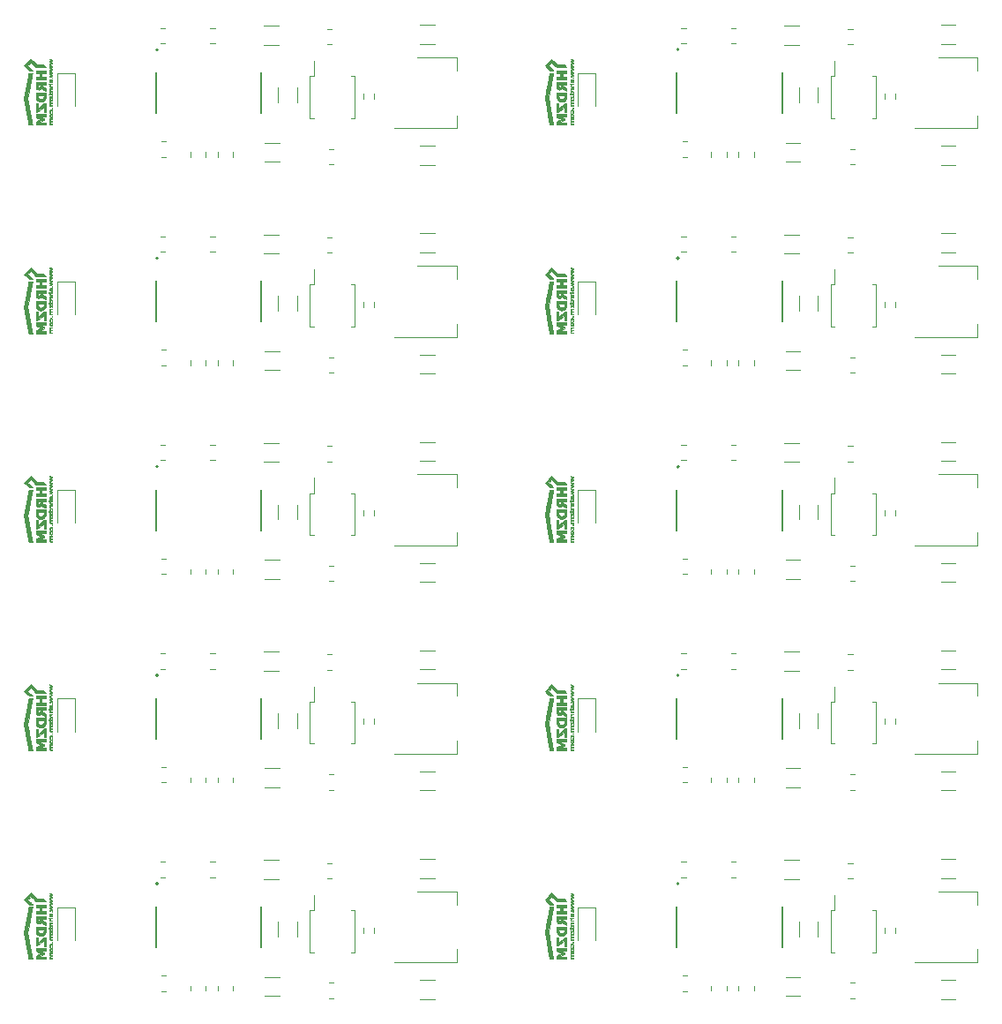
<source format=gbr>
%TF.GenerationSoftware,KiCad,Pcbnew,(5.1.9)-1*%
%TF.CreationDate,2021-12-30T17:23:27+01:00*%
%TF.ProjectId,IM350_AM550_T210_5V_V5.1,494d3335-305f-4414-9d35-35305f543231,rev?*%
%TF.SameCoordinates,Original*%
%TF.FileFunction,Legend,Bot*%
%TF.FilePolarity,Positive*%
%FSLAX46Y46*%
G04 Gerber Fmt 4.6, Leading zero omitted, Abs format (unit mm)*
G04 Created by KiCad (PCBNEW (5.1.9)-1) date 2021-12-30 17:23:27*
%MOMM*%
%LPD*%
G01*
G04 APERTURE LIST*
%ADD10C,0.120000*%
%ADD11C,0.127000*%
%ADD12C,0.200000*%
%ADD13C,0.010000*%
G04 APERTURE END LIST*
D10*
%TO.C,R12*%
X52527064Y-143765000D02*
X52072936Y-143765000D01*
X52527064Y-145235000D02*
X52072936Y-145235000D01*
%TO.C,U1*%
X74500000Y-153410000D02*
X80510000Y-153410000D01*
X76750000Y-146590000D02*
X80510000Y-146590000D01*
X80510000Y-153410000D02*
X80510000Y-152150000D01*
X80510000Y-146590000D02*
X80510000Y-147850000D01*
%TO.C,R15*%
X57327064Y-143765000D02*
X56872936Y-143765000D01*
X57327064Y-145235000D02*
X56872936Y-145235000D01*
%TO.C,R4*%
X59035000Y-156127064D02*
X59035000Y-155672936D01*
X57565000Y-156127064D02*
X57565000Y-155672936D01*
%TO.C,C5*%
X63411252Y-143590000D02*
X61988748Y-143590000D01*
X63411252Y-145410000D02*
X61988748Y-145410000D01*
%TO.C,D1*%
X92150000Y-148100000D02*
X93850000Y-148100000D01*
X93850000Y-148100000D02*
X93850000Y-151250000D01*
X92150000Y-148100000D02*
X92150000Y-151250000D01*
X42150000Y-148100000D02*
X42150000Y-151250000D01*
X43850000Y-148100000D02*
X43850000Y-151250000D01*
X42150000Y-148100000D02*
X43850000Y-148100000D01*
%TO.C,R5*%
X68272936Y-156835000D02*
X68727064Y-156835000D01*
X68272936Y-155365000D02*
X68727064Y-155365000D01*
%TO.C,R11*%
X52627064Y-156135000D02*
X52172936Y-156135000D01*
X52627064Y-154665000D02*
X52172936Y-154665000D01*
%TO.C,R10*%
X68527064Y-145335000D02*
X68072936Y-145335000D01*
X68527064Y-143865000D02*
X68072936Y-143865000D01*
%TO.C,C2*%
X78411252Y-156910000D02*
X76988748Y-156910000D01*
X78411252Y-155090000D02*
X76988748Y-155090000D01*
%TO.C,C1*%
X126988748Y-145310000D02*
X128411252Y-145310000D01*
X126988748Y-143490000D02*
X128411252Y-143490000D01*
%TO.C,C4*%
X63390000Y-149488748D02*
X63390000Y-150911252D01*
X65210000Y-149488748D02*
X65210000Y-150911252D01*
%TO.C,R6*%
X121577500Y-150045276D02*
X121577500Y-150554724D01*
X122622500Y-150045276D02*
X122622500Y-150554724D01*
%TO.C,C3*%
X62088748Y-154790000D02*
X63511252Y-154790000D01*
X62088748Y-156610000D02*
X63511252Y-156610000D01*
%TO.C,R10*%
X118527064Y-143865000D02*
X118072936Y-143865000D01*
X118527064Y-145335000D02*
X118072936Y-145335000D01*
%TO.C,U1*%
X130510000Y-146590000D02*
X130510000Y-147850000D01*
X130510000Y-153410000D02*
X130510000Y-152150000D01*
X126750000Y-146590000D02*
X130510000Y-146590000D01*
X124500000Y-153410000D02*
X130510000Y-153410000D01*
%TO.C,R4*%
X107565000Y-156127064D02*
X107565000Y-155672936D01*
X109035000Y-156127064D02*
X109035000Y-155672936D01*
%TO.C,R11*%
X102627064Y-154665000D02*
X102172936Y-154665000D01*
X102627064Y-156135000D02*
X102172936Y-156135000D01*
%TO.C,C4*%
X115210000Y-149488748D02*
X115210000Y-150911252D01*
X113390000Y-149488748D02*
X113390000Y-150911252D01*
D11*
%TO.C,U3*%
X61765000Y-148050000D02*
X61765000Y-151950000D01*
X51635000Y-148050000D02*
X51635000Y-151950000D01*
D12*
X51855000Y-145855000D02*
G75*
G03*
X51855000Y-145855000I-100000J0D01*
G01*
D10*
%TO.C,R14*%
X106435000Y-156127064D02*
X106435000Y-155672936D01*
X104965000Y-156127064D02*
X104965000Y-155672936D01*
%TO.C,C5*%
X113411252Y-145410000D02*
X111988748Y-145410000D01*
X113411252Y-143590000D02*
X111988748Y-143590000D01*
%TO.C,U4*%
X66795000Y-148390000D02*
X66795000Y-146925000D01*
X66440000Y-148390000D02*
X66795000Y-148390000D01*
X66440000Y-150400000D02*
X66440000Y-148390000D01*
X66440000Y-152410000D02*
X66795000Y-152410000D01*
X66440000Y-150400000D02*
X66440000Y-152410000D01*
X70760000Y-148390000D02*
X70405000Y-148390000D01*
X70760000Y-150400000D02*
X70760000Y-148390000D01*
X70760000Y-152410000D02*
X70405000Y-152410000D01*
X70760000Y-150400000D02*
X70760000Y-152410000D01*
D13*
%TO.C,G\u002A\u002A\u002A*%
G36*
X39143608Y-151465338D02*
G01*
X39171267Y-151615238D01*
X39197141Y-151755469D01*
X39221290Y-151886354D01*
X39243774Y-152008216D01*
X39264651Y-152121376D01*
X39283981Y-152226158D01*
X39301824Y-152322885D01*
X39318239Y-152411879D01*
X39333286Y-152493462D01*
X39347022Y-152567957D01*
X39359509Y-152635687D01*
X39370806Y-152696974D01*
X39380971Y-152752141D01*
X39390065Y-152801511D01*
X39398146Y-152845406D01*
X39405274Y-152884149D01*
X39411508Y-152918062D01*
X39416908Y-152947468D01*
X39421533Y-152972689D01*
X39425443Y-152994049D01*
X39428696Y-153011869D01*
X39431353Y-153026473D01*
X39433472Y-153038183D01*
X39435114Y-153047321D01*
X39436337Y-153054211D01*
X39437200Y-153059174D01*
X39437764Y-153062534D01*
X39438087Y-153064613D01*
X39438229Y-153065733D01*
X39438252Y-153066110D01*
X39443146Y-153067002D01*
X39457041Y-153067820D01*
X39478780Y-153068539D01*
X39507204Y-153069133D01*
X39541156Y-153069577D01*
X39579477Y-153069847D01*
X39613540Y-153069920D01*
X39654591Y-153069858D01*
X39692226Y-153069683D01*
X39725288Y-153069409D01*
X39752619Y-153069052D01*
X39773060Y-153068624D01*
X39785453Y-153068142D01*
X39788800Y-153067713D01*
X39787885Y-153062582D01*
X39785201Y-153047934D01*
X39780835Y-153024243D01*
X39774875Y-152991981D01*
X39767408Y-152951619D01*
X39758522Y-152903632D01*
X39748306Y-152848491D01*
X39736845Y-152786669D01*
X39724229Y-152718638D01*
X39710545Y-152644871D01*
X39695881Y-152565841D01*
X39680325Y-152482019D01*
X39663963Y-152393879D01*
X39646885Y-152301893D01*
X39629177Y-152206533D01*
X39610928Y-152108272D01*
X39592225Y-152007583D01*
X39573156Y-151904937D01*
X39553809Y-151800808D01*
X39534270Y-151695668D01*
X39514630Y-151589990D01*
X39494973Y-151484245D01*
X39475390Y-151378907D01*
X39455967Y-151274448D01*
X39436791Y-151171341D01*
X39417952Y-151070058D01*
X39399536Y-150971071D01*
X39389903Y-150919299D01*
X39326708Y-150579699D01*
X39466532Y-149827099D01*
X39484457Y-149730619D01*
X39503104Y-149630251D01*
X39522262Y-149527135D01*
X39541719Y-149422410D01*
X39561264Y-149317213D01*
X39580685Y-149212683D01*
X39599771Y-149109958D01*
X39618309Y-149010177D01*
X39636089Y-148914479D01*
X39652899Y-148824001D01*
X39668528Y-148739883D01*
X39682764Y-148663262D01*
X39695395Y-148595277D01*
X39697578Y-148583529D01*
X39710425Y-148514353D01*
X39722734Y-148448018D01*
X39734378Y-148385203D01*
X39745233Y-148326589D01*
X39755172Y-148272855D01*
X39764071Y-148224681D01*
X39771803Y-148182748D01*
X39778244Y-148147735D01*
X39783267Y-148120322D01*
X39786747Y-148101190D01*
X39788559Y-148091018D01*
X39788800Y-148089499D01*
X39783913Y-148088782D01*
X39770024Y-148088125D01*
X39748290Y-148087548D01*
X39719871Y-148087071D01*
X39685923Y-148086714D01*
X39647605Y-148086498D01*
X39613540Y-148086440D01*
X39572491Y-148086546D01*
X39534861Y-148086848D01*
X39501806Y-148087320D01*
X39474485Y-148087938D01*
X39454053Y-148088676D01*
X39441670Y-148089509D01*
X39438332Y-148090250D01*
X39437428Y-148095517D01*
X39434759Y-148110351D01*
X39430403Y-148134324D01*
X39424439Y-148167012D01*
X39416944Y-148207987D01*
X39407998Y-148256825D01*
X39397677Y-148313100D01*
X39386061Y-148376385D01*
X39373227Y-148446256D01*
X39359254Y-148522286D01*
X39344221Y-148604050D01*
X39328204Y-148691121D01*
X39311284Y-148783074D01*
X39293536Y-148879483D01*
X39275042Y-148979923D01*
X39255877Y-149083967D01*
X39236121Y-149191190D01*
X39215851Y-149301167D01*
X39209279Y-149336818D01*
X38980173Y-150579577D01*
X39143608Y-151465338D01*
G37*
X39143608Y-151465338D02*
X39171267Y-151615238D01*
X39197141Y-151755469D01*
X39221290Y-151886354D01*
X39243774Y-152008216D01*
X39264651Y-152121376D01*
X39283981Y-152226158D01*
X39301824Y-152322885D01*
X39318239Y-152411879D01*
X39333286Y-152493462D01*
X39347022Y-152567957D01*
X39359509Y-152635687D01*
X39370806Y-152696974D01*
X39380971Y-152752141D01*
X39390065Y-152801511D01*
X39398146Y-152845406D01*
X39405274Y-152884149D01*
X39411508Y-152918062D01*
X39416908Y-152947468D01*
X39421533Y-152972689D01*
X39425443Y-152994049D01*
X39428696Y-153011869D01*
X39431353Y-153026473D01*
X39433472Y-153038183D01*
X39435114Y-153047321D01*
X39436337Y-153054211D01*
X39437200Y-153059174D01*
X39437764Y-153062534D01*
X39438087Y-153064613D01*
X39438229Y-153065733D01*
X39438252Y-153066110D01*
X39443146Y-153067002D01*
X39457041Y-153067820D01*
X39478780Y-153068539D01*
X39507204Y-153069133D01*
X39541156Y-153069577D01*
X39579477Y-153069847D01*
X39613540Y-153069920D01*
X39654591Y-153069858D01*
X39692226Y-153069683D01*
X39725288Y-153069409D01*
X39752619Y-153069052D01*
X39773060Y-153068624D01*
X39785453Y-153068142D01*
X39788800Y-153067713D01*
X39787885Y-153062582D01*
X39785201Y-153047934D01*
X39780835Y-153024243D01*
X39774875Y-152991981D01*
X39767408Y-152951619D01*
X39758522Y-152903632D01*
X39748306Y-152848491D01*
X39736845Y-152786669D01*
X39724229Y-152718638D01*
X39710545Y-152644871D01*
X39695881Y-152565841D01*
X39680325Y-152482019D01*
X39663963Y-152393879D01*
X39646885Y-152301893D01*
X39629177Y-152206533D01*
X39610928Y-152108272D01*
X39592225Y-152007583D01*
X39573156Y-151904937D01*
X39553809Y-151800808D01*
X39534270Y-151695668D01*
X39514630Y-151589990D01*
X39494973Y-151484245D01*
X39475390Y-151378907D01*
X39455967Y-151274448D01*
X39436791Y-151171341D01*
X39417952Y-151070058D01*
X39399536Y-150971071D01*
X39389903Y-150919299D01*
X39326708Y-150579699D01*
X39466532Y-149827099D01*
X39484457Y-149730619D01*
X39503104Y-149630251D01*
X39522262Y-149527135D01*
X39541719Y-149422410D01*
X39561264Y-149317213D01*
X39580685Y-149212683D01*
X39599771Y-149109958D01*
X39618309Y-149010177D01*
X39636089Y-148914479D01*
X39652899Y-148824001D01*
X39668528Y-148739883D01*
X39682764Y-148663262D01*
X39695395Y-148595277D01*
X39697578Y-148583529D01*
X39710425Y-148514353D01*
X39722734Y-148448018D01*
X39734378Y-148385203D01*
X39745233Y-148326589D01*
X39755172Y-148272855D01*
X39764071Y-148224681D01*
X39771803Y-148182748D01*
X39778244Y-148147735D01*
X39783267Y-148120322D01*
X39786747Y-148101190D01*
X39788559Y-148091018D01*
X39788800Y-148089499D01*
X39783913Y-148088782D01*
X39770024Y-148088125D01*
X39748290Y-148087548D01*
X39719871Y-148087071D01*
X39685923Y-148086714D01*
X39647605Y-148086498D01*
X39613540Y-148086440D01*
X39572491Y-148086546D01*
X39534861Y-148086848D01*
X39501806Y-148087320D01*
X39474485Y-148087938D01*
X39454053Y-148088676D01*
X39441670Y-148089509D01*
X39438332Y-148090250D01*
X39437428Y-148095517D01*
X39434759Y-148110351D01*
X39430403Y-148134324D01*
X39424439Y-148167012D01*
X39416944Y-148207987D01*
X39407998Y-148256825D01*
X39397677Y-148313100D01*
X39386061Y-148376385D01*
X39373227Y-148446256D01*
X39359254Y-148522286D01*
X39344221Y-148604050D01*
X39328204Y-148691121D01*
X39311284Y-148783074D01*
X39293536Y-148879483D01*
X39275042Y-148979923D01*
X39255877Y-149083967D01*
X39236121Y-149191190D01*
X39215851Y-149301167D01*
X39209279Y-149336818D01*
X38980173Y-150579577D01*
X39143608Y-151465338D01*
G36*
X40115117Y-152161634D02*
G01*
X40116460Y-152320148D01*
X40365380Y-152426085D01*
X40412796Y-152446302D01*
X40457390Y-152465390D01*
X40498286Y-152482967D01*
X40534608Y-152498654D01*
X40565482Y-152512072D01*
X40590031Y-152522841D01*
X40607381Y-152530581D01*
X40616657Y-152534912D01*
X40617972Y-152535657D01*
X40614140Y-152538276D01*
X40601787Y-152544483D01*
X40581746Y-152553905D01*
X40554851Y-152566166D01*
X40521935Y-152580894D01*
X40483833Y-152597712D01*
X40441379Y-152616247D01*
X40395405Y-152636125D01*
X40367782Y-152647983D01*
X40113919Y-152756674D01*
X40113920Y-152913297D01*
X40113920Y-153069920D01*
X41074040Y-153069920D01*
X41074040Y-152836310D01*
X40382694Y-152833700D01*
X40637052Y-152724930D01*
X40891409Y-152616161D01*
X40890014Y-152537384D01*
X40888620Y-152458607D01*
X40638213Y-152351513D01*
X40387806Y-152244420D01*
X41074040Y-152241808D01*
X41074040Y-152003120D01*
X40113775Y-152003120D01*
X40115117Y-152161634D01*
G37*
X40115117Y-152161634D02*
X40116460Y-152320148D01*
X40365380Y-152426085D01*
X40412796Y-152446302D01*
X40457390Y-152465390D01*
X40498286Y-152482967D01*
X40534608Y-152498654D01*
X40565482Y-152512072D01*
X40590031Y-152522841D01*
X40607381Y-152530581D01*
X40616657Y-152534912D01*
X40617972Y-152535657D01*
X40614140Y-152538276D01*
X40601787Y-152544483D01*
X40581746Y-152553905D01*
X40554851Y-152566166D01*
X40521935Y-152580894D01*
X40483833Y-152597712D01*
X40441379Y-152616247D01*
X40395405Y-152636125D01*
X40367782Y-152647983D01*
X40113919Y-152756674D01*
X40113920Y-152913297D01*
X40113920Y-153069920D01*
X41074040Y-153069920D01*
X41074040Y-152836310D01*
X40382694Y-152833700D01*
X40637052Y-152724930D01*
X40891409Y-152616161D01*
X40890014Y-152537384D01*
X40888620Y-152458607D01*
X40638213Y-152351513D01*
X40387806Y-152244420D01*
X41074040Y-152241808D01*
X41074040Y-152003120D01*
X40113775Y-152003120D01*
X40115117Y-152161634D01*
G36*
X40266158Y-151810080D02*
G01*
X40883540Y-151299234D01*
X40886170Y-151825320D01*
X41074040Y-151825320D01*
X41074040Y-150987120D01*
X40926110Y-150987120D01*
X40304420Y-151501232D01*
X40301784Y-151002360D01*
X40113920Y-151002360D01*
X40113920Y-151810080D01*
X40266158Y-151810080D01*
G37*
X40266158Y-151810080D02*
X40883540Y-151299234D01*
X40886170Y-151825320D01*
X41074040Y-151825320D01*
X41074040Y-150987120D01*
X40926110Y-150987120D01*
X40304420Y-151501232D01*
X40301784Y-151002360D01*
X40113920Y-151002360D01*
X40113920Y-151810080D01*
X40266158Y-151810080D01*
G36*
X40115429Y-150173050D02*
G01*
X40116429Y-150236299D01*
X40117637Y-150290551D01*
X40119141Y-150336967D01*
X40121028Y-150376709D01*
X40123387Y-150410940D01*
X40126304Y-150440820D01*
X40129868Y-150467511D01*
X40134166Y-150492177D01*
X40139285Y-150515977D01*
X40142226Y-150528097D01*
X40163263Y-150592072D01*
X40192619Y-150650613D01*
X40229698Y-150703159D01*
X40273905Y-150749151D01*
X40324643Y-150788029D01*
X40381319Y-150819233D01*
X40443335Y-150842202D01*
X40487425Y-150852677D01*
X40520963Y-150857092D01*
X40560767Y-150859360D01*
X40603850Y-150859564D01*
X40647229Y-150857791D01*
X40687919Y-150854125D01*
X40722936Y-150848652D01*
X40736220Y-150845576D01*
X40798534Y-150823990D01*
X40855874Y-150793846D01*
X40907573Y-150755784D01*
X40952967Y-150710446D01*
X40991393Y-150658473D01*
X41022184Y-150600507D01*
X41040286Y-150552152D01*
X41046897Y-150529732D01*
X41052491Y-150507621D01*
X41057166Y-150484710D01*
X41061017Y-150459885D01*
X41064142Y-150432037D01*
X41066637Y-150400053D01*
X41068598Y-150362821D01*
X41070123Y-150319231D01*
X41071308Y-150268171D01*
X41072250Y-150208530D01*
X41072596Y-150180670D01*
X41075160Y-149960960D01*
X40886080Y-149960960D01*
X40886080Y-150209880D01*
X40886080Y-150272714D01*
X40885387Y-150302559D01*
X40883516Y-150333989D01*
X40880774Y-150362738D01*
X40878324Y-150380019D01*
X40864660Y-150433349D01*
X40843545Y-150480053D01*
X40815207Y-150519860D01*
X40779876Y-150552498D01*
X40737781Y-150577695D01*
X40699201Y-150592370D01*
X40671348Y-150598243D01*
X40636763Y-150601874D01*
X40598621Y-150603263D01*
X40560100Y-150602409D01*
X40524377Y-150599314D01*
X40494628Y-150593976D01*
X40488758Y-150592370D01*
X40441435Y-150573371D01*
X40400723Y-150546705D01*
X40366809Y-150512575D01*
X40339879Y-150471184D01*
X40320120Y-150422736D01*
X40314520Y-150402471D01*
X40311490Y-150385633D01*
X40308547Y-150361415D01*
X40305962Y-150332597D01*
X40304009Y-150301958D01*
X40303468Y-150289890D01*
X40300362Y-150209880D01*
X40886080Y-150209880D01*
X40886080Y-149960960D01*
X40112549Y-149960960D01*
X40115429Y-150173050D01*
G37*
X40115429Y-150173050D02*
X40116429Y-150236299D01*
X40117637Y-150290551D01*
X40119141Y-150336967D01*
X40121028Y-150376709D01*
X40123387Y-150410940D01*
X40126304Y-150440820D01*
X40129868Y-150467511D01*
X40134166Y-150492177D01*
X40139285Y-150515977D01*
X40142226Y-150528097D01*
X40163263Y-150592072D01*
X40192619Y-150650613D01*
X40229698Y-150703159D01*
X40273905Y-150749151D01*
X40324643Y-150788029D01*
X40381319Y-150819233D01*
X40443335Y-150842202D01*
X40487425Y-150852677D01*
X40520963Y-150857092D01*
X40560767Y-150859360D01*
X40603850Y-150859564D01*
X40647229Y-150857791D01*
X40687919Y-150854125D01*
X40722936Y-150848652D01*
X40736220Y-150845576D01*
X40798534Y-150823990D01*
X40855874Y-150793846D01*
X40907573Y-150755784D01*
X40952967Y-150710446D01*
X40991393Y-150658473D01*
X41022184Y-150600507D01*
X41040286Y-150552152D01*
X41046897Y-150529732D01*
X41052491Y-150507621D01*
X41057166Y-150484710D01*
X41061017Y-150459885D01*
X41064142Y-150432037D01*
X41066637Y-150400053D01*
X41068598Y-150362821D01*
X41070123Y-150319231D01*
X41071308Y-150268171D01*
X41072250Y-150208530D01*
X41072596Y-150180670D01*
X41075160Y-149960960D01*
X40886080Y-149960960D01*
X40886080Y-150209880D01*
X40886080Y-150272714D01*
X40885387Y-150302559D01*
X40883516Y-150333989D01*
X40880774Y-150362738D01*
X40878324Y-150380019D01*
X40864660Y-150433349D01*
X40843545Y-150480053D01*
X40815207Y-150519860D01*
X40779876Y-150552498D01*
X40737781Y-150577695D01*
X40699201Y-150592370D01*
X40671348Y-150598243D01*
X40636763Y-150601874D01*
X40598621Y-150603263D01*
X40560100Y-150602409D01*
X40524377Y-150599314D01*
X40494628Y-150593976D01*
X40488758Y-150592370D01*
X40441435Y-150573371D01*
X40400723Y-150546705D01*
X40366809Y-150512575D01*
X40339879Y-150471184D01*
X40320120Y-150422736D01*
X40314520Y-150402471D01*
X40311490Y-150385633D01*
X40308547Y-150361415D01*
X40305962Y-150332597D01*
X40304009Y-150301958D01*
X40303468Y-150289890D01*
X40300362Y-150209880D01*
X40886080Y-150209880D01*
X40886080Y-149960960D01*
X40112549Y-149960960D01*
X40115429Y-150173050D01*
G36*
X40114052Y-149197315D02*
G01*
X40114430Y-149243368D01*
X40115023Y-149286853D01*
X40115802Y-149326302D01*
X40116736Y-149360247D01*
X40117796Y-149387219D01*
X40118953Y-149405751D01*
X40119158Y-149407971D01*
X40128298Y-149471380D01*
X40142361Y-149526082D01*
X40161588Y-149572385D01*
X40186219Y-149610597D01*
X40216494Y-149641028D01*
X40252653Y-149663986D01*
X40294937Y-149679780D01*
X40337049Y-149687952D01*
X40392496Y-149690791D01*
X40443386Y-149684887D01*
X40489353Y-149670420D01*
X40530032Y-149647572D01*
X40565054Y-149616523D01*
X40594053Y-149577454D01*
X40606044Y-149555251D01*
X40625641Y-149514727D01*
X40637750Y-149540808D01*
X40655040Y-149568868D01*
X40680396Y-149597386D01*
X40711977Y-149624566D01*
X40747945Y-149648610D01*
X40748398Y-149648874D01*
X40763972Y-149657502D01*
X40787096Y-149669760D01*
X40816182Y-149684832D01*
X40849644Y-149701904D01*
X40885893Y-149720163D01*
X40923344Y-149738793D01*
X40932548Y-149743334D01*
X41074040Y-149813028D01*
X41074040Y-149549668D01*
X40927034Y-149475891D01*
X40877153Y-149450641D01*
X40835687Y-149428887D01*
X40801864Y-149409797D01*
X40774907Y-149392537D01*
X40754041Y-149376276D01*
X40738492Y-149360180D01*
X40727485Y-149343417D01*
X40720245Y-149325153D01*
X40715996Y-149304557D01*
X40713964Y-149280795D01*
X40713373Y-149253035D01*
X40713360Y-149246297D01*
X40713360Y-149193880D01*
X41074040Y-149193880D01*
X41074040Y-148944960D01*
X40541853Y-148944960D01*
X40541853Y-149193880D01*
X40539351Y-149273890D01*
X40537780Y-149311026D01*
X40535587Y-149339494D01*
X40532611Y-149360776D01*
X40528692Y-149376353D01*
X40528095Y-149378063D01*
X40513586Y-149404181D01*
X40491718Y-149423726D01*
X40463137Y-149436382D01*
X40428490Y-149441829D01*
X40399664Y-149441066D01*
X40365423Y-149434373D01*
X40338688Y-149421191D01*
X40318867Y-149401166D01*
X40311257Y-149388261D01*
X40306784Y-149378354D01*
X40303521Y-149368311D01*
X40301233Y-149356234D01*
X40299682Y-149340224D01*
X40298631Y-149318379D01*
X40297845Y-149288801D01*
X40297641Y-149278970D01*
X40295943Y-149193880D01*
X40541853Y-149193880D01*
X40541853Y-148944960D01*
X40113920Y-148944960D01*
X40113920Y-149150161D01*
X40114052Y-149197315D01*
G37*
X40114052Y-149197315D02*
X40114430Y-149243368D01*
X40115023Y-149286853D01*
X40115802Y-149326302D01*
X40116736Y-149360247D01*
X40117796Y-149387219D01*
X40118953Y-149405751D01*
X40119158Y-149407971D01*
X40128298Y-149471380D01*
X40142361Y-149526082D01*
X40161588Y-149572385D01*
X40186219Y-149610597D01*
X40216494Y-149641028D01*
X40252653Y-149663986D01*
X40294937Y-149679780D01*
X40337049Y-149687952D01*
X40392496Y-149690791D01*
X40443386Y-149684887D01*
X40489353Y-149670420D01*
X40530032Y-149647572D01*
X40565054Y-149616523D01*
X40594053Y-149577454D01*
X40606044Y-149555251D01*
X40625641Y-149514727D01*
X40637750Y-149540808D01*
X40655040Y-149568868D01*
X40680396Y-149597386D01*
X40711977Y-149624566D01*
X40747945Y-149648610D01*
X40748398Y-149648874D01*
X40763972Y-149657502D01*
X40787096Y-149669760D01*
X40816182Y-149684832D01*
X40849644Y-149701904D01*
X40885893Y-149720163D01*
X40923344Y-149738793D01*
X40932548Y-149743334D01*
X41074040Y-149813028D01*
X41074040Y-149549668D01*
X40927034Y-149475891D01*
X40877153Y-149450641D01*
X40835687Y-149428887D01*
X40801864Y-149409797D01*
X40774907Y-149392537D01*
X40754041Y-149376276D01*
X40738492Y-149360180D01*
X40727485Y-149343417D01*
X40720245Y-149325153D01*
X40715996Y-149304557D01*
X40713964Y-149280795D01*
X40713373Y-149253035D01*
X40713360Y-149246297D01*
X40713360Y-149193880D01*
X41074040Y-149193880D01*
X41074040Y-148944960D01*
X40541853Y-148944960D01*
X40541853Y-149193880D01*
X40539351Y-149273890D01*
X40537780Y-149311026D01*
X40535587Y-149339494D01*
X40532611Y-149360776D01*
X40528692Y-149376353D01*
X40528095Y-149378063D01*
X40513586Y-149404181D01*
X40491718Y-149423726D01*
X40463137Y-149436382D01*
X40428490Y-149441829D01*
X40399664Y-149441066D01*
X40365423Y-149434373D01*
X40338688Y-149421191D01*
X40318867Y-149401166D01*
X40311257Y-149388261D01*
X40306784Y-149378354D01*
X40303521Y-149368311D01*
X40301233Y-149356234D01*
X40299682Y-149340224D01*
X40298631Y-149318379D01*
X40297845Y-149288801D01*
X40297641Y-149278970D01*
X40295943Y-149193880D01*
X40541853Y-149193880D01*
X40541853Y-148944960D01*
X40113920Y-148944960D01*
X40113920Y-149150161D01*
X40114052Y-149197315D01*
G36*
X40115099Y-147970870D02*
G01*
X40116460Y-148094060D01*
X40479680Y-148096728D01*
X40479680Y-148457280D01*
X40113920Y-148457280D01*
X40113920Y-148706200D01*
X41074040Y-148706200D01*
X41074040Y-148457280D01*
X40667640Y-148457280D01*
X40667640Y-148096600D01*
X41074040Y-148096600D01*
X41074040Y-147847680D01*
X40113739Y-147847680D01*
X40115099Y-147970870D01*
G37*
X40115099Y-147970870D02*
X40116460Y-148094060D01*
X40479680Y-148096728D01*
X40479680Y-148457280D01*
X40113920Y-148457280D01*
X40113920Y-148706200D01*
X41074040Y-148706200D01*
X41074040Y-148457280D01*
X40667640Y-148457280D01*
X40667640Y-148096600D01*
X41074040Y-148096600D01*
X41074040Y-147847680D01*
X40113739Y-147847680D01*
X40115099Y-147970870D01*
G36*
X39209671Y-147616531D02*
G01*
X39440778Y-147847680D01*
X39614789Y-147847680D01*
X39655688Y-147847572D01*
X39693167Y-147847266D01*
X39726064Y-147846788D01*
X39753218Y-147846163D01*
X39773466Y-147845416D01*
X39785645Y-147844574D01*
X39788800Y-147843848D01*
X39785301Y-147839683D01*
X39775209Y-147828962D01*
X39759128Y-147812301D01*
X39737663Y-147790313D01*
X39711417Y-147763613D01*
X39680997Y-147732817D01*
X39647006Y-147698539D01*
X39610049Y-147661392D01*
X39570731Y-147621993D01*
X39560205Y-147611465D01*
X39331610Y-147382912D01*
X39633808Y-147080588D01*
X39872639Y-147319379D01*
X40111471Y-147558171D01*
X40595334Y-147556875D01*
X41079198Y-147555580D01*
X40955931Y-147432390D01*
X40832663Y-147309200D01*
X40216422Y-147309200D01*
X39636770Y-146727540D01*
X39307668Y-147056461D01*
X38978565Y-147385383D01*
X39209671Y-147616531D01*
G37*
X39209671Y-147616531D02*
X39440778Y-147847680D01*
X39614789Y-147847680D01*
X39655688Y-147847572D01*
X39693167Y-147847266D01*
X39726064Y-147846788D01*
X39753218Y-147846163D01*
X39773466Y-147845416D01*
X39785645Y-147844574D01*
X39788800Y-147843848D01*
X39785301Y-147839683D01*
X39775209Y-147828962D01*
X39759128Y-147812301D01*
X39737663Y-147790313D01*
X39711417Y-147763613D01*
X39680997Y-147732817D01*
X39647006Y-147698539D01*
X39610049Y-147661392D01*
X39570731Y-147621993D01*
X39560205Y-147611465D01*
X39331610Y-147382912D01*
X39633808Y-147080588D01*
X39872639Y-147319379D01*
X40111471Y-147558171D01*
X40595334Y-147556875D01*
X41079198Y-147555580D01*
X40955931Y-147432390D01*
X40832663Y-147309200D01*
X40216422Y-147309200D01*
X39636770Y-146727540D01*
X39307668Y-147056461D01*
X38978565Y-147385383D01*
X39209671Y-147616531D01*
G36*
X41441593Y-152689445D02*
G01*
X41446603Y-152714797D01*
X41455566Y-152739649D01*
X41467098Y-152761022D01*
X41479813Y-152775938D01*
X41482868Y-152778214D01*
X41495378Y-152786410D01*
X41480520Y-152804975D01*
X41461079Y-152835878D01*
X41448019Y-152870725D01*
X41441426Y-152907456D01*
X41441383Y-152944010D01*
X41447975Y-152978327D01*
X41461286Y-153008345D01*
X41471605Y-153022394D01*
X41481442Y-153032821D01*
X41491266Y-153040738D01*
X41502624Y-153046484D01*
X41517062Y-153050404D01*
X41536126Y-153052839D01*
X41561362Y-153054132D01*
X41594317Y-153054625D01*
X41617436Y-153054680D01*
X41714120Y-153054680D01*
X41714120Y-152988640D01*
X41621410Y-152988565D01*
X41585247Y-152988372D01*
X41557715Y-152987644D01*
X41537282Y-152986059D01*
X41522421Y-152983293D01*
X41511604Y-152979024D01*
X41503301Y-152972929D01*
X41495983Y-152964685D01*
X41493629Y-152961579D01*
X41486753Y-152945926D01*
X41482969Y-152923848D01*
X41482281Y-152898599D01*
X41484694Y-152873432D01*
X41490211Y-152851602D01*
X41493488Y-152844147D01*
X41501074Y-152830635D01*
X41508752Y-152820463D01*
X41518062Y-152813126D01*
X41530542Y-152808121D01*
X41547733Y-152804940D01*
X41571174Y-152803079D01*
X41602405Y-152802033D01*
X41623034Y-152801629D01*
X41714120Y-152800038D01*
X41714120Y-152735608D01*
X41621410Y-152733594D01*
X41580768Y-152732328D01*
X41549105Y-152730104D01*
X41525245Y-152726314D01*
X41508013Y-152720350D01*
X41496234Y-152711607D01*
X41488732Y-152699475D01*
X41484332Y-152683349D01*
X41481858Y-152662620D01*
X41481763Y-152661436D01*
X41482537Y-152624364D01*
X41491109Y-152593178D01*
X41504466Y-152571620D01*
X41514280Y-152561210D01*
X41524828Y-152553489D01*
X41537771Y-152548070D01*
X41554769Y-152544562D01*
X41577483Y-152542578D01*
X41607572Y-152541728D01*
X41632676Y-152541600D01*
X41714120Y-152541600D01*
X41714120Y-152475560D01*
X41444880Y-152475560D01*
X41444880Y-152541600D01*
X41484832Y-152541600D01*
X41468061Y-152566521D01*
X41453338Y-152595963D01*
X41443931Y-152631109D01*
X41440563Y-152668599D01*
X41441593Y-152689445D01*
G37*
X41441593Y-152689445D02*
X41446603Y-152714797D01*
X41455566Y-152739649D01*
X41467098Y-152761022D01*
X41479813Y-152775938D01*
X41482868Y-152778214D01*
X41495378Y-152786410D01*
X41480520Y-152804975D01*
X41461079Y-152835878D01*
X41448019Y-152870725D01*
X41441426Y-152907456D01*
X41441383Y-152944010D01*
X41447975Y-152978327D01*
X41461286Y-153008345D01*
X41471605Y-153022394D01*
X41481442Y-153032821D01*
X41491266Y-153040738D01*
X41502624Y-153046484D01*
X41517062Y-153050404D01*
X41536126Y-153052839D01*
X41561362Y-153054132D01*
X41594317Y-153054625D01*
X41617436Y-153054680D01*
X41714120Y-153054680D01*
X41714120Y-152988640D01*
X41621410Y-152988565D01*
X41585247Y-152988372D01*
X41557715Y-152987644D01*
X41537282Y-152986059D01*
X41522421Y-152983293D01*
X41511604Y-152979024D01*
X41503301Y-152972929D01*
X41495983Y-152964685D01*
X41493629Y-152961579D01*
X41486753Y-152945926D01*
X41482969Y-152923848D01*
X41482281Y-152898599D01*
X41484694Y-152873432D01*
X41490211Y-152851602D01*
X41493488Y-152844147D01*
X41501074Y-152830635D01*
X41508752Y-152820463D01*
X41518062Y-152813126D01*
X41530542Y-152808121D01*
X41547733Y-152804940D01*
X41571174Y-152803079D01*
X41602405Y-152802033D01*
X41623034Y-152801629D01*
X41714120Y-152800038D01*
X41714120Y-152735608D01*
X41621410Y-152733594D01*
X41580768Y-152732328D01*
X41549105Y-152730104D01*
X41525245Y-152726314D01*
X41508013Y-152720350D01*
X41496234Y-152711607D01*
X41488732Y-152699475D01*
X41484332Y-152683349D01*
X41481858Y-152662620D01*
X41481763Y-152661436D01*
X41482537Y-152624364D01*
X41491109Y-152593178D01*
X41504466Y-152571620D01*
X41514280Y-152561210D01*
X41524828Y-152553489D01*
X41537771Y-152548070D01*
X41554769Y-152544562D01*
X41577483Y-152542578D01*
X41607572Y-152541728D01*
X41632676Y-152541600D01*
X41714120Y-152541600D01*
X41714120Y-152475560D01*
X41444880Y-152475560D01*
X41444880Y-152541600D01*
X41484832Y-152541600D01*
X41468061Y-152566521D01*
X41453338Y-152595963D01*
X41443931Y-152631109D01*
X41440563Y-152668599D01*
X41441593Y-152689445D01*
G36*
X41714120Y-151490040D02*
G01*
X41714120Y-151413840D01*
X41653160Y-151413840D01*
X41653160Y-151490040D01*
X41714120Y-151490040D01*
G37*
X41714120Y-151490040D02*
X41714120Y-151413840D01*
X41653160Y-151413840D01*
X41653160Y-151490040D01*
X41714120Y-151490040D01*
G36*
X41443075Y-150915670D02*
G01*
X41451064Y-150948088D01*
X41464778Y-150975872D01*
X41481559Y-150994902D01*
X41497127Y-151008002D01*
X41481424Y-151024231D01*
X41463718Y-151046491D01*
X41451821Y-151071623D01*
X41445020Y-151101784D01*
X41442606Y-151139128D01*
X41442583Y-151142060D01*
X41442706Y-151166075D01*
X41443729Y-151182955D01*
X41446224Y-151195720D01*
X41450763Y-151207389D01*
X41457324Y-151219910D01*
X41474116Y-151243638D01*
X41495107Y-151260363D01*
X41495424Y-151260550D01*
X41503782Y-151265260D01*
X41511656Y-151268766D01*
X41520711Y-151271278D01*
X41532614Y-151273008D01*
X41549032Y-151274168D01*
X41571632Y-151274968D01*
X41602078Y-151275619D01*
X41616330Y-151275877D01*
X41714120Y-151277614D01*
X41714120Y-151205560D01*
X41617989Y-151205560D01*
X41584510Y-151205525D01*
X41559626Y-151205299D01*
X41541770Y-151204703D01*
X41529378Y-151203554D01*
X41520885Y-151201673D01*
X41514723Y-151198878D01*
X41509330Y-151194989D01*
X41506568Y-151192693D01*
X41494510Y-151178968D01*
X41485702Y-151162845D01*
X41485222Y-151161478D01*
X41481023Y-151136873D01*
X41482037Y-151108221D01*
X41487757Y-151079871D01*
X41497445Y-151056563D01*
X41505926Y-151043537D01*
X41515055Y-151033759D01*
X41526382Y-151026772D01*
X41541459Y-151022120D01*
X41561839Y-151019346D01*
X41589073Y-151017992D01*
X41624713Y-151017603D01*
X41629797Y-151017600D01*
X41714120Y-151017600D01*
X41714120Y-150951560D01*
X41626490Y-150951273D01*
X41588228Y-150950832D01*
X41558688Y-150949606D01*
X41536442Y-150947317D01*
X41520064Y-150943687D01*
X41508126Y-150938437D01*
X41499204Y-150931289D01*
X41494349Y-150925500D01*
X41485057Y-150905502D01*
X41481056Y-150879965D01*
X41482017Y-150851815D01*
X41487612Y-150823979D01*
X41497513Y-150799382D01*
X41510488Y-150781793D01*
X41520517Y-150773704D01*
X41532413Y-150767690D01*
X41547764Y-150763465D01*
X41568156Y-150760744D01*
X41595177Y-150759240D01*
X41630413Y-150758669D01*
X41639190Y-150758641D01*
X41714120Y-150758520D01*
X41714120Y-150692311D01*
X41580770Y-150693665D01*
X41447420Y-150695020D01*
X41445907Y-150726770D01*
X41444395Y-150758520D01*
X41486008Y-150758520D01*
X41470501Y-150781058D01*
X41454523Y-150811315D01*
X41444697Y-150845215D01*
X41440917Y-150880690D01*
X41443075Y-150915670D01*
G37*
X41443075Y-150915670D02*
X41451064Y-150948088D01*
X41464778Y-150975872D01*
X41481559Y-150994902D01*
X41497127Y-151008002D01*
X41481424Y-151024231D01*
X41463718Y-151046491D01*
X41451821Y-151071623D01*
X41445020Y-151101784D01*
X41442606Y-151139128D01*
X41442583Y-151142060D01*
X41442706Y-151166075D01*
X41443729Y-151182955D01*
X41446224Y-151195720D01*
X41450763Y-151207389D01*
X41457324Y-151219910D01*
X41474116Y-151243638D01*
X41495107Y-151260363D01*
X41495424Y-151260550D01*
X41503782Y-151265260D01*
X41511656Y-151268766D01*
X41520711Y-151271278D01*
X41532614Y-151273008D01*
X41549032Y-151274168D01*
X41571632Y-151274968D01*
X41602078Y-151275619D01*
X41616330Y-151275877D01*
X41714120Y-151277614D01*
X41714120Y-151205560D01*
X41617989Y-151205560D01*
X41584510Y-151205525D01*
X41559626Y-151205299D01*
X41541770Y-151204703D01*
X41529378Y-151203554D01*
X41520885Y-151201673D01*
X41514723Y-151198878D01*
X41509330Y-151194989D01*
X41506568Y-151192693D01*
X41494510Y-151178968D01*
X41485702Y-151162845D01*
X41485222Y-151161478D01*
X41481023Y-151136873D01*
X41482037Y-151108221D01*
X41487757Y-151079871D01*
X41497445Y-151056563D01*
X41505926Y-151043537D01*
X41515055Y-151033759D01*
X41526382Y-151026772D01*
X41541459Y-151022120D01*
X41561839Y-151019346D01*
X41589073Y-151017992D01*
X41624713Y-151017603D01*
X41629797Y-151017600D01*
X41714120Y-151017600D01*
X41714120Y-150951560D01*
X41626490Y-150951273D01*
X41588228Y-150950832D01*
X41558688Y-150949606D01*
X41536442Y-150947317D01*
X41520064Y-150943687D01*
X41508126Y-150938437D01*
X41499204Y-150931289D01*
X41494349Y-150925500D01*
X41485057Y-150905502D01*
X41481056Y-150879965D01*
X41482017Y-150851815D01*
X41487612Y-150823979D01*
X41497513Y-150799382D01*
X41510488Y-150781793D01*
X41520517Y-150773704D01*
X41532413Y-150767690D01*
X41547764Y-150763465D01*
X41568156Y-150760744D01*
X41595177Y-150759240D01*
X41630413Y-150758669D01*
X41639190Y-150758641D01*
X41714120Y-150758520D01*
X41714120Y-150692311D01*
X41580770Y-150693665D01*
X41447420Y-150695020D01*
X41445907Y-150726770D01*
X41444395Y-150758520D01*
X41486008Y-150758520D01*
X41470501Y-150781058D01*
X41454523Y-150811315D01*
X41444697Y-150845215D01*
X41440917Y-150880690D01*
X41443075Y-150915670D01*
G36*
X41489524Y-150595960D02*
G01*
X41676020Y-150356410D01*
X41677381Y-150476185D01*
X41678743Y-150595960D01*
X41714120Y-150595960D01*
X41714120Y-150275920D01*
X41694484Y-150275920D01*
X41688788Y-150276066D01*
X41683598Y-150277070D01*
X41678119Y-150279778D01*
X41671553Y-150285037D01*
X41663105Y-150293691D01*
X41651979Y-150306589D01*
X41637377Y-150324575D01*
X41618506Y-150348497D01*
X41594567Y-150379200D01*
X41581454Y-150396067D01*
X41488060Y-150516214D01*
X41482980Y-150288620D01*
X41444880Y-150285466D01*
X41444880Y-150595960D01*
X41489524Y-150595960D01*
G37*
X41489524Y-150595960D02*
X41676020Y-150356410D01*
X41677381Y-150476185D01*
X41678743Y-150595960D01*
X41714120Y-150595960D01*
X41714120Y-150275920D01*
X41694484Y-150275920D01*
X41688788Y-150276066D01*
X41683598Y-150277070D01*
X41678119Y-150279778D01*
X41671553Y-150285037D01*
X41663105Y-150293691D01*
X41651979Y-150306589D01*
X41637377Y-150324575D01*
X41618506Y-150348497D01*
X41594567Y-150379200D01*
X41581454Y-150396067D01*
X41488060Y-150516214D01*
X41482980Y-150288620D01*
X41444880Y-150285466D01*
X41444880Y-150595960D01*
X41489524Y-150595960D01*
G36*
X41466133Y-149797394D02*
G01*
X41489927Y-149798929D01*
X41484593Y-149779614D01*
X41480623Y-149751290D01*
X41482926Y-149721448D01*
X41490715Y-149692703D01*
X41503198Y-149667672D01*
X41519587Y-149648971D01*
X41525250Y-149644921D01*
X41532944Y-149640589D01*
X41541157Y-149637424D01*
X41551670Y-149635195D01*
X41566265Y-149633673D01*
X41586724Y-149632628D01*
X41614828Y-149631828D01*
X41629030Y-149631517D01*
X41714120Y-149629735D01*
X41714120Y-149564551D01*
X41580770Y-149565905D01*
X41447420Y-149567260D01*
X41445907Y-149599010D01*
X41444395Y-149630760D01*
X41486037Y-149630760D01*
X41473178Y-149647618D01*
X41457700Y-149673718D01*
X41448006Y-149704640D01*
X41443556Y-149742277D01*
X41443206Y-149752680D01*
X41442340Y-149795860D01*
X41466133Y-149797394D01*
G37*
X41466133Y-149797394D02*
X41489927Y-149798929D01*
X41484593Y-149779614D01*
X41480623Y-149751290D01*
X41482926Y-149721448D01*
X41490715Y-149692703D01*
X41503198Y-149667672D01*
X41519587Y-149648971D01*
X41525250Y-149644921D01*
X41532944Y-149640589D01*
X41541157Y-149637424D01*
X41551670Y-149635195D01*
X41566265Y-149633673D01*
X41586724Y-149632628D01*
X41614828Y-149631828D01*
X41629030Y-149631517D01*
X41714120Y-149629735D01*
X41714120Y-149564551D01*
X41580770Y-149565905D01*
X41447420Y-149567260D01*
X41445907Y-149599010D01*
X41444395Y-149630760D01*
X41486037Y-149630760D01*
X41473178Y-149647618D01*
X41457700Y-149673718D01*
X41448006Y-149704640D01*
X41443556Y-149742277D01*
X41443206Y-149752680D01*
X41442340Y-149795860D01*
X41466133Y-149797394D01*
G36*
X41487291Y-149173560D02*
G01*
X41476493Y-149185053D01*
X41460185Y-149207639D01*
X41449434Y-149235436D01*
X41443798Y-149269921D01*
X41442661Y-149298020D01*
X41443647Y-149332037D01*
X41447241Y-149358375D01*
X41454018Y-149379305D01*
X41464555Y-149397103D01*
X41469236Y-149403011D01*
X41479646Y-149414158D01*
X41490701Y-149422648D01*
X41503926Y-149428833D01*
X41520848Y-149433066D01*
X41542992Y-149435700D01*
X41571885Y-149437088D01*
X41609053Y-149437583D01*
X41618870Y-149437608D01*
X41714120Y-149437720D01*
X41714120Y-149371680D01*
X41621410Y-149371661D01*
X41587850Y-149371551D01*
X41562827Y-149371140D01*
X41544718Y-149370283D01*
X41531899Y-149368835D01*
X41522750Y-149366650D01*
X41515646Y-149363583D01*
X41512774Y-149361931D01*
X41497358Y-149346959D01*
X41487028Y-149325455D01*
X41481664Y-149299612D01*
X41481144Y-149271624D01*
X41485350Y-149243683D01*
X41494160Y-149217983D01*
X41507455Y-149196716D01*
X41522554Y-149183539D01*
X41529541Y-149179871D01*
X41537746Y-149177223D01*
X41548864Y-149175433D01*
X41564592Y-149174339D01*
X41586623Y-149173778D01*
X41616655Y-149173587D01*
X41626490Y-149173578D01*
X41714120Y-149173560D01*
X41714120Y-149107520D01*
X41343280Y-149107520D01*
X41343280Y-149173560D01*
X41487291Y-149173560D01*
G37*
X41487291Y-149173560D02*
X41476493Y-149185053D01*
X41460185Y-149207639D01*
X41449434Y-149235436D01*
X41443798Y-149269921D01*
X41442661Y-149298020D01*
X41443647Y-149332037D01*
X41447241Y-149358375D01*
X41454018Y-149379305D01*
X41464555Y-149397103D01*
X41469236Y-149403011D01*
X41479646Y-149414158D01*
X41490701Y-149422648D01*
X41503926Y-149428833D01*
X41520848Y-149433066D01*
X41542992Y-149435700D01*
X41571885Y-149437088D01*
X41609053Y-149437583D01*
X41618870Y-149437608D01*
X41714120Y-149437720D01*
X41714120Y-149371680D01*
X41621410Y-149371661D01*
X41587850Y-149371551D01*
X41562827Y-149371140D01*
X41544718Y-149370283D01*
X41531899Y-149368835D01*
X41522750Y-149366650D01*
X41515646Y-149363583D01*
X41512774Y-149361931D01*
X41497358Y-149346959D01*
X41487028Y-149325455D01*
X41481664Y-149299612D01*
X41481144Y-149271624D01*
X41485350Y-149243683D01*
X41494160Y-149217983D01*
X41507455Y-149196716D01*
X41522554Y-149183539D01*
X41529541Y-149179871D01*
X41537746Y-149177223D01*
X41548864Y-149175433D01*
X41564592Y-149174339D01*
X41586623Y-149173778D01*
X41616655Y-149173587D01*
X41626490Y-149173578D01*
X41714120Y-149173560D01*
X41714120Y-149107520D01*
X41343280Y-149107520D01*
X41343280Y-149173560D01*
X41487291Y-149173560D01*
G36*
X41714120Y-148584280D02*
G01*
X41714120Y-148508080D01*
X41653160Y-148508080D01*
X41653160Y-148584280D01*
X41714120Y-148584280D01*
G37*
X41714120Y-148584280D02*
X41714120Y-148508080D01*
X41653160Y-148508080D01*
X41653160Y-148584280D01*
X41714120Y-148584280D01*
G36*
X41529970Y-148032266D02*
G01*
X41558649Y-148043535D01*
X41585185Y-148053881D01*
X41607667Y-148062563D01*
X41624186Y-148068843D01*
X41631954Y-148071688D01*
X41641937Y-148076502D01*
X41645106Y-148080948D01*
X41644654Y-148081677D01*
X41638836Y-148084709D01*
X41625026Y-148090775D01*
X41604714Y-148099256D01*
X41579389Y-148109533D01*
X41550539Y-148120986D01*
X41543940Y-148123573D01*
X41447420Y-148161334D01*
X41447420Y-148239596D01*
X41547680Y-148278588D01*
X41577368Y-148290247D01*
X41603571Y-148300755D01*
X41624905Y-148309538D01*
X41639988Y-148316025D01*
X41647438Y-148319643D01*
X41647987Y-148320120D01*
X41643490Y-148322630D01*
X41630881Y-148328223D01*
X41611533Y-148336330D01*
X41586814Y-148346378D01*
X41558096Y-148357799D01*
X41546457Y-148362366D01*
X41444880Y-148402072D01*
X41444880Y-148435299D01*
X41445168Y-148453060D01*
X41446421Y-148462626D01*
X41449222Y-148465957D01*
X41453770Y-148465161D01*
X41460748Y-148462470D01*
X41475845Y-148456616D01*
X41497713Y-148448123D01*
X41525003Y-148437514D01*
X41556368Y-148425315D01*
X41588390Y-148412853D01*
X41714120Y-148363910D01*
X41714120Y-148285461D01*
X41613790Y-148246225D01*
X41583588Y-148234371D01*
X41556367Y-148223606D01*
X41533634Y-148214533D01*
X41516894Y-148207753D01*
X41507653Y-148203869D01*
X41506552Y-148203350D01*
X41508800Y-148200412D01*
X41519850Y-148194357D01*
X41538952Y-148185530D01*
X41565354Y-148174272D01*
X41598305Y-148160927D01*
X41606882Y-148157539D01*
X41714120Y-148115366D01*
X41714120Y-148037032D01*
X41582089Y-147985536D01*
X41547691Y-147972154D01*
X41516448Y-147960067D01*
X41489590Y-147949744D01*
X41468348Y-147941656D01*
X41453951Y-147936274D01*
X41447630Y-147934068D01*
X41447469Y-147934040D01*
X41446138Y-147938669D01*
X41445203Y-147950762D01*
X41444880Y-147966368D01*
X41444880Y-147998696D01*
X41529970Y-148032266D01*
G37*
X41529970Y-148032266D02*
X41558649Y-148043535D01*
X41585185Y-148053881D01*
X41607667Y-148062563D01*
X41624186Y-148068843D01*
X41631954Y-148071688D01*
X41641937Y-148076502D01*
X41645106Y-148080948D01*
X41644654Y-148081677D01*
X41638836Y-148084709D01*
X41625026Y-148090775D01*
X41604714Y-148099256D01*
X41579389Y-148109533D01*
X41550539Y-148120986D01*
X41543940Y-148123573D01*
X41447420Y-148161334D01*
X41447420Y-148239596D01*
X41547680Y-148278588D01*
X41577368Y-148290247D01*
X41603571Y-148300755D01*
X41624905Y-148309538D01*
X41639988Y-148316025D01*
X41647438Y-148319643D01*
X41647987Y-148320120D01*
X41643490Y-148322630D01*
X41630881Y-148328223D01*
X41611533Y-148336330D01*
X41586814Y-148346378D01*
X41558096Y-148357799D01*
X41546457Y-148362366D01*
X41444880Y-148402072D01*
X41444880Y-148435299D01*
X41445168Y-148453060D01*
X41446421Y-148462626D01*
X41449222Y-148465957D01*
X41453770Y-148465161D01*
X41460748Y-148462470D01*
X41475845Y-148456616D01*
X41497713Y-148448123D01*
X41525003Y-148437514D01*
X41556368Y-148425315D01*
X41588390Y-148412853D01*
X41714120Y-148363910D01*
X41714120Y-148285461D01*
X41613790Y-148246225D01*
X41583588Y-148234371D01*
X41556367Y-148223606D01*
X41533634Y-148214533D01*
X41516894Y-148207753D01*
X41507653Y-148203869D01*
X41506552Y-148203350D01*
X41508800Y-148200412D01*
X41519850Y-148194357D01*
X41538952Y-148185530D01*
X41565354Y-148174272D01*
X41598305Y-148160927D01*
X41606882Y-148157539D01*
X41714120Y-148115366D01*
X41714120Y-148037032D01*
X41582089Y-147985536D01*
X41547691Y-147972154D01*
X41516448Y-147960067D01*
X41489590Y-147949744D01*
X41468348Y-147941656D01*
X41453951Y-147936274D01*
X41447630Y-147934068D01*
X41447469Y-147934040D01*
X41446138Y-147938669D01*
X41445203Y-147950762D01*
X41444880Y-147966368D01*
X41444880Y-147998696D01*
X41529970Y-148032266D01*
G36*
X41546475Y-147444687D02*
G01*
X41576351Y-147456496D01*
X41602748Y-147467148D01*
X41624296Y-147476070D01*
X41639625Y-147482693D01*
X41647366Y-147486445D01*
X41648032Y-147487000D01*
X41643502Y-147489493D01*
X41630858Y-147495026D01*
X41611485Y-147503029D01*
X41586766Y-147512935D01*
X41558087Y-147524174D01*
X41547707Y-147528188D01*
X41447420Y-147566836D01*
X41447420Y-147645592D01*
X41543940Y-147683426D01*
X41573355Y-147695075D01*
X41599572Y-147705682D01*
X41621101Y-147714626D01*
X41636454Y-147721288D01*
X41644142Y-147725045D01*
X41644654Y-147725419D01*
X41643288Y-147729548D01*
X41634578Y-147734459D01*
X41631954Y-147735440D01*
X41621764Y-147739189D01*
X41604035Y-147745930D01*
X41580680Y-147754927D01*
X41553609Y-147765445D01*
X41529970Y-147774693D01*
X41444880Y-147808083D01*
X41444880Y-147841125D01*
X41445172Y-147858829D01*
X41446443Y-147868348D01*
X41449279Y-147871648D01*
X41453770Y-147870886D01*
X41460748Y-147868219D01*
X41475846Y-147862390D01*
X41497716Y-147853921D01*
X41525008Y-147843335D01*
X41556374Y-147831154D01*
X41588390Y-147818709D01*
X41714120Y-147769813D01*
X41714120Y-147691243D01*
X41626490Y-147657080D01*
X41597102Y-147645587D01*
X41569619Y-147634774D01*
X41545996Y-147625415D01*
X41528189Y-147618284D01*
X41518948Y-147614494D01*
X41499036Y-147606071D01*
X41606578Y-147563778D01*
X41714120Y-147521486D01*
X41714120Y-147442946D01*
X41588390Y-147394050D01*
X41554422Y-147380846D01*
X41523259Y-147368745D01*
X41496252Y-147358270D01*
X41474747Y-147349944D01*
X41460093Y-147344288D01*
X41453770Y-147341873D01*
X41448984Y-147341193D01*
X41446297Y-147344914D01*
X41445124Y-147355001D01*
X41444880Y-147371753D01*
X41444880Y-147404914D01*
X41546475Y-147444687D01*
G37*
X41546475Y-147444687D02*
X41576351Y-147456496D01*
X41602748Y-147467148D01*
X41624296Y-147476070D01*
X41639625Y-147482693D01*
X41647366Y-147486445D01*
X41648032Y-147487000D01*
X41643502Y-147489493D01*
X41630858Y-147495026D01*
X41611485Y-147503029D01*
X41586766Y-147512935D01*
X41558087Y-147524174D01*
X41547707Y-147528188D01*
X41447420Y-147566836D01*
X41447420Y-147645592D01*
X41543940Y-147683426D01*
X41573355Y-147695075D01*
X41599572Y-147705682D01*
X41621101Y-147714626D01*
X41636454Y-147721288D01*
X41644142Y-147725045D01*
X41644654Y-147725419D01*
X41643288Y-147729548D01*
X41634578Y-147734459D01*
X41631954Y-147735440D01*
X41621764Y-147739189D01*
X41604035Y-147745930D01*
X41580680Y-147754927D01*
X41553609Y-147765445D01*
X41529970Y-147774693D01*
X41444880Y-147808083D01*
X41444880Y-147841125D01*
X41445172Y-147858829D01*
X41446443Y-147868348D01*
X41449279Y-147871648D01*
X41453770Y-147870886D01*
X41460748Y-147868219D01*
X41475846Y-147862390D01*
X41497716Y-147853921D01*
X41525008Y-147843335D01*
X41556374Y-147831154D01*
X41588390Y-147818709D01*
X41714120Y-147769813D01*
X41714120Y-147691243D01*
X41626490Y-147657080D01*
X41597102Y-147645587D01*
X41569619Y-147634774D01*
X41545996Y-147625415D01*
X41528189Y-147618284D01*
X41518948Y-147614494D01*
X41499036Y-147606071D01*
X41606578Y-147563778D01*
X41714120Y-147521486D01*
X41714120Y-147442946D01*
X41588390Y-147394050D01*
X41554422Y-147380846D01*
X41523259Y-147368745D01*
X41496252Y-147358270D01*
X41474747Y-147349944D01*
X41460093Y-147344288D01*
X41453770Y-147341873D01*
X41448984Y-147341193D01*
X41446297Y-147344914D01*
X41445124Y-147355001D01*
X41444880Y-147371753D01*
X41444880Y-147404914D01*
X41546475Y-147444687D01*
G36*
X41546425Y-146850413D02*
G01*
X41576302Y-146862202D01*
X41602703Y-146872835D01*
X41624257Y-146881740D01*
X41639591Y-146888349D01*
X41647335Y-146892090D01*
X41648002Y-146892640D01*
X41643497Y-146895145D01*
X41630885Y-146900711D01*
X41611546Y-146908766D01*
X41586861Y-146918739D01*
X41558211Y-146930058D01*
X41547727Y-146934145D01*
X41447420Y-146973110D01*
X41447420Y-147051514D01*
X41543940Y-147089287D01*
X41573346Y-147100906D01*
X41599542Y-147111467D01*
X41621043Y-147120355D01*
X41636362Y-147126952D01*
X41644014Y-147130643D01*
X41644519Y-147131003D01*
X41641856Y-147134329D01*
X41631440Y-147140162D01*
X41615080Y-147147576D01*
X41601339Y-147153102D01*
X41575431Y-147163084D01*
X41544850Y-147174905D01*
X41514387Y-147186710D01*
X41499490Y-147192497D01*
X41444880Y-147213736D01*
X41444880Y-147246228D01*
X41445249Y-147262894D01*
X41446213Y-147274615D01*
X41447469Y-147278719D01*
X41452692Y-147276945D01*
X41466144Y-147271935D01*
X41486596Y-147264161D01*
X41512818Y-147254092D01*
X41543579Y-147242199D01*
X41577650Y-147228954D01*
X41582089Y-147227223D01*
X41714120Y-147175727D01*
X41714120Y-147097404D01*
X41607135Y-147055440D01*
X41576560Y-147043351D01*
X41549533Y-147032483D01*
X41527364Y-147023376D01*
X41511359Y-147016571D01*
X41502825Y-147012610D01*
X41501779Y-147011847D01*
X41506773Y-147009599D01*
X41519860Y-147004204D01*
X41539670Y-146996213D01*
X41564832Y-146986178D01*
X41593976Y-146974648D01*
X41608763Y-146968829D01*
X41714120Y-146927440D01*
X41714120Y-146848670D01*
X41585850Y-146798930D01*
X41551696Y-146785686D01*
X41520498Y-146773586D01*
X41493554Y-146763136D01*
X41472165Y-146754838D01*
X41457631Y-146749199D01*
X41451253Y-146746721D01*
X41451230Y-146746712D01*
X41447616Y-146748208D01*
X41445591Y-146757067D01*
X41444888Y-146774581D01*
X41444880Y-146777480D01*
X41444880Y-146810727D01*
X41546425Y-146850413D01*
G37*
X41546425Y-146850413D02*
X41576302Y-146862202D01*
X41602703Y-146872835D01*
X41624257Y-146881740D01*
X41639591Y-146888349D01*
X41647335Y-146892090D01*
X41648002Y-146892640D01*
X41643497Y-146895145D01*
X41630885Y-146900711D01*
X41611546Y-146908766D01*
X41586861Y-146918739D01*
X41558211Y-146930058D01*
X41547727Y-146934145D01*
X41447420Y-146973110D01*
X41447420Y-147051514D01*
X41543940Y-147089287D01*
X41573346Y-147100906D01*
X41599542Y-147111467D01*
X41621043Y-147120355D01*
X41636362Y-147126952D01*
X41644014Y-147130643D01*
X41644519Y-147131003D01*
X41641856Y-147134329D01*
X41631440Y-147140162D01*
X41615080Y-147147576D01*
X41601339Y-147153102D01*
X41575431Y-147163084D01*
X41544850Y-147174905D01*
X41514387Y-147186710D01*
X41499490Y-147192497D01*
X41444880Y-147213736D01*
X41444880Y-147246228D01*
X41445249Y-147262894D01*
X41446213Y-147274615D01*
X41447469Y-147278719D01*
X41452692Y-147276945D01*
X41466144Y-147271935D01*
X41486596Y-147264161D01*
X41512818Y-147254092D01*
X41543579Y-147242199D01*
X41577650Y-147228954D01*
X41582089Y-147227223D01*
X41714120Y-147175727D01*
X41714120Y-147097404D01*
X41607135Y-147055440D01*
X41576560Y-147043351D01*
X41549533Y-147032483D01*
X41527364Y-147023376D01*
X41511359Y-147016571D01*
X41502825Y-147012610D01*
X41501779Y-147011847D01*
X41506773Y-147009599D01*
X41519860Y-147004204D01*
X41539670Y-146996213D01*
X41564832Y-146986178D01*
X41593976Y-146974648D01*
X41608763Y-146968829D01*
X41714120Y-146927440D01*
X41714120Y-146848670D01*
X41585850Y-146798930D01*
X41551696Y-146785686D01*
X41520498Y-146773586D01*
X41493554Y-146763136D01*
X41472165Y-146754838D01*
X41457631Y-146749199D01*
X41451253Y-146746721D01*
X41451230Y-146746712D01*
X41447616Y-146748208D01*
X41445591Y-146757067D01*
X41444888Y-146774581D01*
X41444880Y-146777480D01*
X41444880Y-146810727D01*
X41546425Y-146850413D01*
G36*
X41444257Y-152227618D02*
G01*
X41448612Y-152259124D01*
X41456700Y-152285362D01*
X41469199Y-152308639D01*
X41484007Y-152328063D01*
X41505564Y-152348550D01*
X41529679Y-152361430D01*
X41558770Y-152367724D01*
X41580189Y-152368768D01*
X41617562Y-152364456D01*
X41649803Y-152351450D01*
X41676577Y-152330012D01*
X41697551Y-152300405D01*
X41711532Y-152265854D01*
X41716205Y-152242297D01*
X41718720Y-152212700D01*
X41719116Y-152180454D01*
X41717431Y-152148950D01*
X41713700Y-152121577D01*
X41709765Y-152106316D01*
X41692941Y-152069042D01*
X41671202Y-152040591D01*
X41644379Y-152020803D01*
X41612303Y-152009516D01*
X41606833Y-152008514D01*
X41583142Y-152007297D01*
X41583142Y-152076785D01*
X41611142Y-152080386D01*
X41636459Y-152090456D01*
X41656661Y-152106917D01*
X41659485Y-152110442D01*
X41674015Y-152137775D01*
X41681564Y-152169633D01*
X41681987Y-152203029D01*
X41675144Y-152234974D01*
X41666346Y-152254208D01*
X41647985Y-152276222D01*
X41624068Y-152291352D01*
X41596741Y-152299340D01*
X41568145Y-152299932D01*
X41540426Y-152292872D01*
X41515727Y-152277904D01*
X41510207Y-152272829D01*
X41493764Y-152249698D01*
X41483630Y-152221191D01*
X41479852Y-152189931D01*
X41482472Y-152158540D01*
X41491537Y-152129641D01*
X41507092Y-152105856D01*
X41507352Y-152105576D01*
X41528815Y-152089303D01*
X41554889Y-152079732D01*
X41583142Y-152076785D01*
X41583142Y-152007297D01*
X41568242Y-152006531D01*
X41533802Y-152013804D01*
X41503562Y-152030315D01*
X41484481Y-152047846D01*
X41467235Y-152070476D01*
X41455072Y-152095466D01*
X41447395Y-152124834D01*
X41443611Y-152160596D01*
X41442956Y-152188540D01*
X41444257Y-152227618D01*
G37*
X41444257Y-152227618D02*
X41448612Y-152259124D01*
X41456700Y-152285362D01*
X41469199Y-152308639D01*
X41484007Y-152328063D01*
X41505564Y-152348550D01*
X41529679Y-152361430D01*
X41558770Y-152367724D01*
X41580189Y-152368768D01*
X41617562Y-152364456D01*
X41649803Y-152351450D01*
X41676577Y-152330012D01*
X41697551Y-152300405D01*
X41711532Y-152265854D01*
X41716205Y-152242297D01*
X41718720Y-152212700D01*
X41719116Y-152180454D01*
X41717431Y-152148950D01*
X41713700Y-152121577D01*
X41709765Y-152106316D01*
X41692941Y-152069042D01*
X41671202Y-152040591D01*
X41644379Y-152020803D01*
X41612303Y-152009516D01*
X41606833Y-152008514D01*
X41583142Y-152007297D01*
X41583142Y-152076785D01*
X41611142Y-152080386D01*
X41636459Y-152090456D01*
X41656661Y-152106917D01*
X41659485Y-152110442D01*
X41674015Y-152137775D01*
X41681564Y-152169633D01*
X41681987Y-152203029D01*
X41675144Y-152234974D01*
X41666346Y-152254208D01*
X41647985Y-152276222D01*
X41624068Y-152291352D01*
X41596741Y-152299340D01*
X41568145Y-152299932D01*
X41540426Y-152292872D01*
X41515727Y-152277904D01*
X41510207Y-152272829D01*
X41493764Y-152249698D01*
X41483630Y-152221191D01*
X41479852Y-152189931D01*
X41482472Y-152158540D01*
X41491537Y-152129641D01*
X41507092Y-152105856D01*
X41507352Y-152105576D01*
X41528815Y-152089303D01*
X41554889Y-152079732D01*
X41583142Y-152076785D01*
X41583142Y-152007297D01*
X41568242Y-152006531D01*
X41533802Y-152013804D01*
X41503562Y-152030315D01*
X41484481Y-152047846D01*
X41467235Y-152070476D01*
X41455072Y-152095466D01*
X41447395Y-152124834D01*
X41443611Y-152160596D01*
X41442956Y-152188540D01*
X41444257Y-152227618D01*
G36*
X41441534Y-151836581D02*
G01*
X41448182Y-151884279D01*
X41450560Y-151895170D01*
X41456784Y-151921840D01*
X41498912Y-151921840D01*
X41489968Y-151887550D01*
X41484858Y-151861091D01*
X41481798Y-151830808D01*
X41480903Y-151800202D01*
X41482286Y-151772773D01*
X41485601Y-151753602D01*
X41496792Y-151727468D01*
X41513962Y-151703781D01*
X41527484Y-151691404D01*
X41544747Y-151683428D01*
X41567705Y-151679094D01*
X41592483Y-151678627D01*
X41615210Y-151682249D01*
X41624850Y-151685784D01*
X41647309Y-151701886D01*
X41664604Y-151725734D01*
X41676404Y-151756142D01*
X41682377Y-151791922D01*
X41682195Y-151831883D01*
X41676366Y-151871040D01*
X41672170Y-151889465D01*
X41668265Y-151904786D01*
X41665750Y-151912950D01*
X41664950Y-151918663D01*
X41670041Y-151921248D01*
X41682599Y-151921840D01*
X41696248Y-151920888D01*
X41703745Y-151916404D01*
X41709043Y-151905942D01*
X41709278Y-151905330D01*
X41712723Y-151890536D01*
X41715277Y-151868142D01*
X41716910Y-151840669D01*
X41717595Y-151810640D01*
X41717306Y-151780578D01*
X41716012Y-151753004D01*
X41713688Y-151730440D01*
X41711340Y-151718640D01*
X41696750Y-151681688D01*
X41675866Y-151651353D01*
X41649746Y-151628310D01*
X41619451Y-151613234D01*
X41586038Y-151606802D01*
X41550566Y-151609688D01*
X41543324Y-151611441D01*
X41515488Y-151624007D01*
X41491465Y-151644997D01*
X41471627Y-151673276D01*
X41456343Y-151707709D01*
X41445985Y-151747161D01*
X41440925Y-151790497D01*
X41441534Y-151836581D01*
G37*
X41441534Y-151836581D02*
X41448182Y-151884279D01*
X41450560Y-151895170D01*
X41456784Y-151921840D01*
X41498912Y-151921840D01*
X41489968Y-151887550D01*
X41484858Y-151861091D01*
X41481798Y-151830808D01*
X41480903Y-151800202D01*
X41482286Y-151772773D01*
X41485601Y-151753602D01*
X41496792Y-151727468D01*
X41513962Y-151703781D01*
X41527484Y-151691404D01*
X41544747Y-151683428D01*
X41567705Y-151679094D01*
X41592483Y-151678627D01*
X41615210Y-151682249D01*
X41624850Y-151685784D01*
X41647309Y-151701886D01*
X41664604Y-151725734D01*
X41676404Y-151756142D01*
X41682377Y-151791922D01*
X41682195Y-151831883D01*
X41676366Y-151871040D01*
X41672170Y-151889465D01*
X41668265Y-151904786D01*
X41665750Y-151912950D01*
X41664950Y-151918663D01*
X41670041Y-151921248D01*
X41682599Y-151921840D01*
X41696248Y-151920888D01*
X41703745Y-151916404D01*
X41709043Y-151905942D01*
X41709278Y-151905330D01*
X41712723Y-151890536D01*
X41715277Y-151868142D01*
X41716910Y-151840669D01*
X41717595Y-151810640D01*
X41717306Y-151780578D01*
X41716012Y-151753004D01*
X41713688Y-151730440D01*
X41711340Y-151718640D01*
X41696750Y-151681688D01*
X41675866Y-151651353D01*
X41649746Y-151628310D01*
X41619451Y-151613234D01*
X41586038Y-151606802D01*
X41550566Y-151609688D01*
X41543324Y-151611441D01*
X41515488Y-151624007D01*
X41491465Y-151644997D01*
X41471627Y-151673276D01*
X41456343Y-151707709D01*
X41445985Y-151747161D01*
X41440925Y-151790497D01*
X41441534Y-151836581D01*
G36*
X41344321Y-150147794D02*
G01*
X41345820Y-150181940D01*
X41714120Y-150184606D01*
X41714120Y-150113360D01*
X41676788Y-150113360D01*
X41688052Y-150101370D01*
X41703993Y-150077204D01*
X41714200Y-150044879D01*
X41718597Y-150004674D01*
X41718763Y-149990115D01*
X41718155Y-149967756D01*
X41716902Y-149947993D01*
X41715230Y-149933948D01*
X41714449Y-149930480D01*
X41699637Y-149896736D01*
X41677921Y-149867428D01*
X41651091Y-149844659D01*
X41633209Y-149834979D01*
X41610627Y-149828872D01*
X41583311Y-149826809D01*
X41573741Y-149827450D01*
X41573741Y-149895722D01*
X41589952Y-149896203D01*
X41622134Y-149902409D01*
X41647216Y-149915642D01*
X41665954Y-149936484D01*
X41678885Y-149964841D01*
X41682327Y-149985891D01*
X41681862Y-150011837D01*
X41677947Y-150038400D01*
X41671042Y-150061301D01*
X41667852Y-150067933D01*
X41650830Y-150088807D01*
X41627828Y-150103502D01*
X41601052Y-150111856D01*
X41572709Y-150113706D01*
X41545005Y-150108891D01*
X41520147Y-150097247D01*
X41501529Y-150080164D01*
X41488970Y-150058566D01*
X41482291Y-150032258D01*
X41481024Y-149999269D01*
X41481233Y-149994367D01*
X41483165Y-149972013D01*
X41487007Y-149955727D01*
X41493882Y-149941447D01*
X41497376Y-149935922D01*
X41517299Y-149914104D01*
X41542690Y-149900731D01*
X41573741Y-149895722D01*
X41573741Y-149827450D01*
X41555415Y-149828679D01*
X41531093Y-149834373D01*
X41522936Y-149837882D01*
X41491597Y-149859611D01*
X41467614Y-149888254D01*
X41451140Y-149923563D01*
X41442325Y-149965290D01*
X41441716Y-149971565D01*
X41441676Y-150007971D01*
X41447175Y-150043289D01*
X41457552Y-150074465D01*
X41467959Y-150093040D01*
X41480544Y-150110820D01*
X41411683Y-150112234D01*
X41342822Y-150113649D01*
X41344321Y-150147794D01*
G37*
X41344321Y-150147794D02*
X41345820Y-150181940D01*
X41714120Y-150184606D01*
X41714120Y-150113360D01*
X41676788Y-150113360D01*
X41688052Y-150101370D01*
X41703993Y-150077204D01*
X41714200Y-150044879D01*
X41718597Y-150004674D01*
X41718763Y-149990115D01*
X41718155Y-149967756D01*
X41716902Y-149947993D01*
X41715230Y-149933948D01*
X41714449Y-149930480D01*
X41699637Y-149896736D01*
X41677921Y-149867428D01*
X41651091Y-149844659D01*
X41633209Y-149834979D01*
X41610627Y-149828872D01*
X41583311Y-149826809D01*
X41573741Y-149827450D01*
X41573741Y-149895722D01*
X41589952Y-149896203D01*
X41622134Y-149902409D01*
X41647216Y-149915642D01*
X41665954Y-149936484D01*
X41678885Y-149964841D01*
X41682327Y-149985891D01*
X41681862Y-150011837D01*
X41677947Y-150038400D01*
X41671042Y-150061301D01*
X41667852Y-150067933D01*
X41650830Y-150088807D01*
X41627828Y-150103502D01*
X41601052Y-150111856D01*
X41572709Y-150113706D01*
X41545005Y-150108891D01*
X41520147Y-150097247D01*
X41501529Y-150080164D01*
X41488970Y-150058566D01*
X41482291Y-150032258D01*
X41481024Y-149999269D01*
X41481233Y-149994367D01*
X41483165Y-149972013D01*
X41487007Y-149955727D01*
X41493882Y-149941447D01*
X41497376Y-149935922D01*
X41517299Y-149914104D01*
X41542690Y-149900731D01*
X41573741Y-149895722D01*
X41573741Y-149827450D01*
X41555415Y-149828679D01*
X41531093Y-149834373D01*
X41522936Y-149837882D01*
X41491597Y-149859611D01*
X41467614Y-149888254D01*
X41451140Y-149923563D01*
X41442325Y-149965290D01*
X41441716Y-149971565D01*
X41441676Y-150007971D01*
X41447175Y-150043289D01*
X41457552Y-150074465D01*
X41467959Y-150093040D01*
X41480544Y-150110820D01*
X41411683Y-150112234D01*
X41342822Y-150113649D01*
X41344321Y-150147794D01*
G36*
X41441858Y-148899162D02*
G01*
X41445030Y-148929508D01*
X41448340Y-148953885D01*
X41451347Y-148969924D01*
X41455003Y-148979371D01*
X41460265Y-148983970D01*
X41468085Y-148985465D01*
X41475702Y-148985600D01*
X41488252Y-148984742D01*
X41495075Y-148982604D01*
X41495499Y-148981790D01*
X41494290Y-148975170D01*
X41491330Y-148961804D01*
X41487958Y-148947500D01*
X41484222Y-148925622D01*
X41481802Y-148898375D01*
X41480752Y-148868962D01*
X41481122Y-148840586D01*
X41482966Y-148816451D01*
X41485576Y-148802211D01*
X41494096Y-148782818D01*
X41506106Y-148771257D01*
X41520418Y-148768583D01*
X41522991Y-148769088D01*
X41531032Y-148773384D01*
X41538078Y-148782659D01*
X41544527Y-148798018D01*
X41550781Y-148820568D01*
X41557237Y-148851418D01*
X41561721Y-148876380D01*
X41570020Y-148917542D01*
X41579350Y-148949480D01*
X41590116Y-148973110D01*
X41602724Y-148989346D01*
X41615671Y-148998249D01*
X41638528Y-149004447D01*
X41659736Y-149000699D01*
X41679104Y-148987114D01*
X41696441Y-148963800D01*
X41704758Y-148947500D01*
X41709349Y-148936251D01*
X41712610Y-148924698D01*
X41714803Y-148910726D01*
X41716194Y-148892217D01*
X41717047Y-148867054D01*
X41717441Y-148845900D01*
X41717455Y-148814647D01*
X41716627Y-148784504D01*
X41715084Y-148758330D01*
X41712953Y-148738982D01*
X41712561Y-148736680D01*
X41706500Y-148703660D01*
X41682883Y-148702132D01*
X41659266Y-148700605D01*
X41669674Y-148737692D01*
X41675553Y-148764805D01*
X41679411Y-148795478D01*
X41681235Y-148827308D01*
X41681012Y-148857890D01*
X41678729Y-148884819D01*
X41674371Y-148905691D01*
X41670655Y-148914480D01*
X41662035Y-148926442D01*
X41652569Y-148931459D01*
X41642715Y-148932260D01*
X41630262Y-148930815D01*
X41622419Y-148924611D01*
X41616780Y-148914480D01*
X41612654Y-148902565D01*
X41607658Y-148883270D01*
X41602422Y-148859259D01*
X41597577Y-148833200D01*
X41589273Y-148791168D01*
X41579944Y-148758456D01*
X41569081Y-148734237D01*
X41556177Y-148717682D01*
X41540722Y-148707966D01*
X41522208Y-148704260D01*
X41518277Y-148704168D01*
X41496091Y-148708880D01*
X41477264Y-148722528D01*
X41462035Y-148744379D01*
X41450642Y-148773701D01*
X41443322Y-148809761D01*
X41440315Y-148851825D01*
X41441858Y-148899162D01*
G37*
X41441858Y-148899162D02*
X41445030Y-148929508D01*
X41448340Y-148953885D01*
X41451347Y-148969924D01*
X41455003Y-148979371D01*
X41460265Y-148983970D01*
X41468085Y-148985465D01*
X41475702Y-148985600D01*
X41488252Y-148984742D01*
X41495075Y-148982604D01*
X41495499Y-148981790D01*
X41494290Y-148975170D01*
X41491330Y-148961804D01*
X41487958Y-148947500D01*
X41484222Y-148925622D01*
X41481802Y-148898375D01*
X41480752Y-148868962D01*
X41481122Y-148840586D01*
X41482966Y-148816451D01*
X41485576Y-148802211D01*
X41494096Y-148782818D01*
X41506106Y-148771257D01*
X41520418Y-148768583D01*
X41522991Y-148769088D01*
X41531032Y-148773384D01*
X41538078Y-148782659D01*
X41544527Y-148798018D01*
X41550781Y-148820568D01*
X41557237Y-148851418D01*
X41561721Y-148876380D01*
X41570020Y-148917542D01*
X41579350Y-148949480D01*
X41590116Y-148973110D01*
X41602724Y-148989346D01*
X41615671Y-148998249D01*
X41638528Y-149004447D01*
X41659736Y-149000699D01*
X41679104Y-148987114D01*
X41696441Y-148963800D01*
X41704758Y-148947500D01*
X41709349Y-148936251D01*
X41712610Y-148924698D01*
X41714803Y-148910726D01*
X41716194Y-148892217D01*
X41717047Y-148867054D01*
X41717441Y-148845900D01*
X41717455Y-148814647D01*
X41716627Y-148784504D01*
X41715084Y-148758330D01*
X41712953Y-148738982D01*
X41712561Y-148736680D01*
X41706500Y-148703660D01*
X41682883Y-148702132D01*
X41659266Y-148700605D01*
X41669674Y-148737692D01*
X41675553Y-148764805D01*
X41679411Y-148795478D01*
X41681235Y-148827308D01*
X41681012Y-148857890D01*
X41678729Y-148884819D01*
X41674371Y-148905691D01*
X41670655Y-148914480D01*
X41662035Y-148926442D01*
X41652569Y-148931459D01*
X41642715Y-148932260D01*
X41630262Y-148930815D01*
X41622419Y-148924611D01*
X41616780Y-148914480D01*
X41612654Y-148902565D01*
X41607658Y-148883270D01*
X41602422Y-148859259D01*
X41597577Y-148833200D01*
X41589273Y-148791168D01*
X41579944Y-148758456D01*
X41569081Y-148734237D01*
X41556177Y-148717682D01*
X41540722Y-148707966D01*
X41522208Y-148704260D01*
X41518277Y-148704168D01*
X41496091Y-148708880D01*
X41477264Y-148722528D01*
X41462035Y-148744379D01*
X41450642Y-148773701D01*
X41443322Y-148809761D01*
X41440315Y-148851825D01*
X41441858Y-148899162D01*
D10*
%TO.C,U4*%
X120760000Y-150400000D02*
X120760000Y-152410000D01*
X120760000Y-152410000D02*
X120405000Y-152410000D01*
X120760000Y-150400000D02*
X120760000Y-148390000D01*
X120760000Y-148390000D02*
X120405000Y-148390000D01*
X116440000Y-150400000D02*
X116440000Y-152410000D01*
X116440000Y-152410000D02*
X116795000Y-152410000D01*
X116440000Y-150400000D02*
X116440000Y-148390000D01*
X116440000Y-148390000D02*
X116795000Y-148390000D01*
X116795000Y-148390000D02*
X116795000Y-146925000D01*
%TO.C,R12*%
X102527064Y-145235000D02*
X102072936Y-145235000D01*
X102527064Y-143765000D02*
X102072936Y-143765000D01*
%TO.C,R5*%
X118272936Y-155365000D02*
X118727064Y-155365000D01*
X118272936Y-156835000D02*
X118727064Y-156835000D01*
%TO.C,C3*%
X112088748Y-156610000D02*
X113511252Y-156610000D01*
X112088748Y-154790000D02*
X113511252Y-154790000D01*
%TO.C,R14*%
X54965000Y-156127064D02*
X54965000Y-155672936D01*
X56435000Y-156127064D02*
X56435000Y-155672936D01*
D12*
%TO.C,U3*%
X101855000Y-145855000D02*
G75*
G03*
X101855000Y-145855000I-100000J0D01*
G01*
D11*
X101635000Y-148050000D02*
X101635000Y-151950000D01*
X111765000Y-148050000D02*
X111765000Y-151950000D01*
D10*
%TO.C,R15*%
X107327064Y-145235000D02*
X106872936Y-145235000D01*
X107327064Y-143765000D02*
X106872936Y-143765000D01*
D13*
%TO.C,G\u002A\u002A\u002A*%
G36*
X91441858Y-148899162D02*
G01*
X91445030Y-148929508D01*
X91448340Y-148953885D01*
X91451347Y-148969924D01*
X91455003Y-148979371D01*
X91460265Y-148983970D01*
X91468085Y-148985465D01*
X91475702Y-148985600D01*
X91488252Y-148984742D01*
X91495075Y-148982604D01*
X91495499Y-148981790D01*
X91494290Y-148975170D01*
X91491330Y-148961804D01*
X91487958Y-148947500D01*
X91484222Y-148925622D01*
X91481802Y-148898375D01*
X91480752Y-148868962D01*
X91481122Y-148840586D01*
X91482966Y-148816451D01*
X91485576Y-148802211D01*
X91494096Y-148782818D01*
X91506106Y-148771257D01*
X91520418Y-148768583D01*
X91522991Y-148769088D01*
X91531032Y-148773384D01*
X91538078Y-148782659D01*
X91544527Y-148798018D01*
X91550781Y-148820568D01*
X91557237Y-148851418D01*
X91561721Y-148876380D01*
X91570020Y-148917542D01*
X91579350Y-148949480D01*
X91590116Y-148973110D01*
X91602724Y-148989346D01*
X91615671Y-148998249D01*
X91638528Y-149004447D01*
X91659736Y-149000699D01*
X91679104Y-148987114D01*
X91696441Y-148963800D01*
X91704758Y-148947500D01*
X91709349Y-148936251D01*
X91712610Y-148924698D01*
X91714803Y-148910726D01*
X91716194Y-148892217D01*
X91717047Y-148867054D01*
X91717441Y-148845900D01*
X91717455Y-148814647D01*
X91716627Y-148784504D01*
X91715084Y-148758330D01*
X91712953Y-148738982D01*
X91712561Y-148736680D01*
X91706500Y-148703660D01*
X91682883Y-148702132D01*
X91659266Y-148700605D01*
X91669674Y-148737692D01*
X91675553Y-148764805D01*
X91679411Y-148795478D01*
X91681235Y-148827308D01*
X91681012Y-148857890D01*
X91678729Y-148884819D01*
X91674371Y-148905691D01*
X91670655Y-148914480D01*
X91662035Y-148926442D01*
X91652569Y-148931459D01*
X91642715Y-148932260D01*
X91630262Y-148930815D01*
X91622419Y-148924611D01*
X91616780Y-148914480D01*
X91612654Y-148902565D01*
X91607658Y-148883270D01*
X91602422Y-148859259D01*
X91597577Y-148833200D01*
X91589273Y-148791168D01*
X91579944Y-148758456D01*
X91569081Y-148734237D01*
X91556177Y-148717682D01*
X91540722Y-148707966D01*
X91522208Y-148704260D01*
X91518277Y-148704168D01*
X91496091Y-148708880D01*
X91477264Y-148722528D01*
X91462035Y-148744379D01*
X91450642Y-148773701D01*
X91443322Y-148809761D01*
X91440315Y-148851825D01*
X91441858Y-148899162D01*
G37*
X91441858Y-148899162D02*
X91445030Y-148929508D01*
X91448340Y-148953885D01*
X91451347Y-148969924D01*
X91455003Y-148979371D01*
X91460265Y-148983970D01*
X91468085Y-148985465D01*
X91475702Y-148985600D01*
X91488252Y-148984742D01*
X91495075Y-148982604D01*
X91495499Y-148981790D01*
X91494290Y-148975170D01*
X91491330Y-148961804D01*
X91487958Y-148947500D01*
X91484222Y-148925622D01*
X91481802Y-148898375D01*
X91480752Y-148868962D01*
X91481122Y-148840586D01*
X91482966Y-148816451D01*
X91485576Y-148802211D01*
X91494096Y-148782818D01*
X91506106Y-148771257D01*
X91520418Y-148768583D01*
X91522991Y-148769088D01*
X91531032Y-148773384D01*
X91538078Y-148782659D01*
X91544527Y-148798018D01*
X91550781Y-148820568D01*
X91557237Y-148851418D01*
X91561721Y-148876380D01*
X91570020Y-148917542D01*
X91579350Y-148949480D01*
X91590116Y-148973110D01*
X91602724Y-148989346D01*
X91615671Y-148998249D01*
X91638528Y-149004447D01*
X91659736Y-149000699D01*
X91679104Y-148987114D01*
X91696441Y-148963800D01*
X91704758Y-148947500D01*
X91709349Y-148936251D01*
X91712610Y-148924698D01*
X91714803Y-148910726D01*
X91716194Y-148892217D01*
X91717047Y-148867054D01*
X91717441Y-148845900D01*
X91717455Y-148814647D01*
X91716627Y-148784504D01*
X91715084Y-148758330D01*
X91712953Y-148738982D01*
X91712561Y-148736680D01*
X91706500Y-148703660D01*
X91682883Y-148702132D01*
X91659266Y-148700605D01*
X91669674Y-148737692D01*
X91675553Y-148764805D01*
X91679411Y-148795478D01*
X91681235Y-148827308D01*
X91681012Y-148857890D01*
X91678729Y-148884819D01*
X91674371Y-148905691D01*
X91670655Y-148914480D01*
X91662035Y-148926442D01*
X91652569Y-148931459D01*
X91642715Y-148932260D01*
X91630262Y-148930815D01*
X91622419Y-148924611D01*
X91616780Y-148914480D01*
X91612654Y-148902565D01*
X91607658Y-148883270D01*
X91602422Y-148859259D01*
X91597577Y-148833200D01*
X91589273Y-148791168D01*
X91579944Y-148758456D01*
X91569081Y-148734237D01*
X91556177Y-148717682D01*
X91540722Y-148707966D01*
X91522208Y-148704260D01*
X91518277Y-148704168D01*
X91496091Y-148708880D01*
X91477264Y-148722528D01*
X91462035Y-148744379D01*
X91450642Y-148773701D01*
X91443322Y-148809761D01*
X91440315Y-148851825D01*
X91441858Y-148899162D01*
G36*
X91344321Y-150147794D02*
G01*
X91345820Y-150181940D01*
X91714120Y-150184606D01*
X91714120Y-150113360D01*
X91676788Y-150113360D01*
X91688052Y-150101370D01*
X91703993Y-150077204D01*
X91714200Y-150044879D01*
X91718597Y-150004674D01*
X91718763Y-149990115D01*
X91718155Y-149967756D01*
X91716902Y-149947993D01*
X91715230Y-149933948D01*
X91714449Y-149930480D01*
X91699637Y-149896736D01*
X91677921Y-149867428D01*
X91651091Y-149844659D01*
X91633209Y-149834979D01*
X91610627Y-149828872D01*
X91583311Y-149826809D01*
X91573741Y-149827450D01*
X91573741Y-149895722D01*
X91589952Y-149896203D01*
X91622134Y-149902409D01*
X91647216Y-149915642D01*
X91665954Y-149936484D01*
X91678885Y-149964841D01*
X91682327Y-149985891D01*
X91681862Y-150011837D01*
X91677947Y-150038400D01*
X91671042Y-150061301D01*
X91667852Y-150067933D01*
X91650830Y-150088807D01*
X91627828Y-150103502D01*
X91601052Y-150111856D01*
X91572709Y-150113706D01*
X91545005Y-150108891D01*
X91520147Y-150097247D01*
X91501529Y-150080164D01*
X91488970Y-150058566D01*
X91482291Y-150032258D01*
X91481024Y-149999269D01*
X91481233Y-149994367D01*
X91483165Y-149972013D01*
X91487007Y-149955727D01*
X91493882Y-149941447D01*
X91497376Y-149935922D01*
X91517299Y-149914104D01*
X91542690Y-149900731D01*
X91573741Y-149895722D01*
X91573741Y-149827450D01*
X91555415Y-149828679D01*
X91531093Y-149834373D01*
X91522936Y-149837882D01*
X91491597Y-149859611D01*
X91467614Y-149888254D01*
X91451140Y-149923563D01*
X91442325Y-149965290D01*
X91441716Y-149971565D01*
X91441676Y-150007971D01*
X91447175Y-150043289D01*
X91457552Y-150074465D01*
X91467959Y-150093040D01*
X91480544Y-150110820D01*
X91411683Y-150112234D01*
X91342822Y-150113649D01*
X91344321Y-150147794D01*
G37*
X91344321Y-150147794D02*
X91345820Y-150181940D01*
X91714120Y-150184606D01*
X91714120Y-150113360D01*
X91676788Y-150113360D01*
X91688052Y-150101370D01*
X91703993Y-150077204D01*
X91714200Y-150044879D01*
X91718597Y-150004674D01*
X91718763Y-149990115D01*
X91718155Y-149967756D01*
X91716902Y-149947993D01*
X91715230Y-149933948D01*
X91714449Y-149930480D01*
X91699637Y-149896736D01*
X91677921Y-149867428D01*
X91651091Y-149844659D01*
X91633209Y-149834979D01*
X91610627Y-149828872D01*
X91583311Y-149826809D01*
X91573741Y-149827450D01*
X91573741Y-149895722D01*
X91589952Y-149896203D01*
X91622134Y-149902409D01*
X91647216Y-149915642D01*
X91665954Y-149936484D01*
X91678885Y-149964841D01*
X91682327Y-149985891D01*
X91681862Y-150011837D01*
X91677947Y-150038400D01*
X91671042Y-150061301D01*
X91667852Y-150067933D01*
X91650830Y-150088807D01*
X91627828Y-150103502D01*
X91601052Y-150111856D01*
X91572709Y-150113706D01*
X91545005Y-150108891D01*
X91520147Y-150097247D01*
X91501529Y-150080164D01*
X91488970Y-150058566D01*
X91482291Y-150032258D01*
X91481024Y-149999269D01*
X91481233Y-149994367D01*
X91483165Y-149972013D01*
X91487007Y-149955727D01*
X91493882Y-149941447D01*
X91497376Y-149935922D01*
X91517299Y-149914104D01*
X91542690Y-149900731D01*
X91573741Y-149895722D01*
X91573741Y-149827450D01*
X91555415Y-149828679D01*
X91531093Y-149834373D01*
X91522936Y-149837882D01*
X91491597Y-149859611D01*
X91467614Y-149888254D01*
X91451140Y-149923563D01*
X91442325Y-149965290D01*
X91441716Y-149971565D01*
X91441676Y-150007971D01*
X91447175Y-150043289D01*
X91457552Y-150074465D01*
X91467959Y-150093040D01*
X91480544Y-150110820D01*
X91411683Y-150112234D01*
X91342822Y-150113649D01*
X91344321Y-150147794D01*
G36*
X91441534Y-151836581D02*
G01*
X91448182Y-151884279D01*
X91450560Y-151895170D01*
X91456784Y-151921840D01*
X91498912Y-151921840D01*
X91489968Y-151887550D01*
X91484858Y-151861091D01*
X91481798Y-151830808D01*
X91480903Y-151800202D01*
X91482286Y-151772773D01*
X91485601Y-151753602D01*
X91496792Y-151727468D01*
X91513962Y-151703781D01*
X91527484Y-151691404D01*
X91544747Y-151683428D01*
X91567705Y-151679094D01*
X91592483Y-151678627D01*
X91615210Y-151682249D01*
X91624850Y-151685784D01*
X91647309Y-151701886D01*
X91664604Y-151725734D01*
X91676404Y-151756142D01*
X91682377Y-151791922D01*
X91682195Y-151831883D01*
X91676366Y-151871040D01*
X91672170Y-151889465D01*
X91668265Y-151904786D01*
X91665750Y-151912950D01*
X91664950Y-151918663D01*
X91670041Y-151921248D01*
X91682599Y-151921840D01*
X91696248Y-151920888D01*
X91703745Y-151916404D01*
X91709043Y-151905942D01*
X91709278Y-151905330D01*
X91712723Y-151890536D01*
X91715277Y-151868142D01*
X91716910Y-151840669D01*
X91717595Y-151810640D01*
X91717306Y-151780578D01*
X91716012Y-151753004D01*
X91713688Y-151730440D01*
X91711340Y-151718640D01*
X91696750Y-151681688D01*
X91675866Y-151651353D01*
X91649746Y-151628310D01*
X91619451Y-151613234D01*
X91586038Y-151606802D01*
X91550566Y-151609688D01*
X91543324Y-151611441D01*
X91515488Y-151624007D01*
X91491465Y-151644997D01*
X91471627Y-151673276D01*
X91456343Y-151707709D01*
X91445985Y-151747161D01*
X91440925Y-151790497D01*
X91441534Y-151836581D01*
G37*
X91441534Y-151836581D02*
X91448182Y-151884279D01*
X91450560Y-151895170D01*
X91456784Y-151921840D01*
X91498912Y-151921840D01*
X91489968Y-151887550D01*
X91484858Y-151861091D01*
X91481798Y-151830808D01*
X91480903Y-151800202D01*
X91482286Y-151772773D01*
X91485601Y-151753602D01*
X91496792Y-151727468D01*
X91513962Y-151703781D01*
X91527484Y-151691404D01*
X91544747Y-151683428D01*
X91567705Y-151679094D01*
X91592483Y-151678627D01*
X91615210Y-151682249D01*
X91624850Y-151685784D01*
X91647309Y-151701886D01*
X91664604Y-151725734D01*
X91676404Y-151756142D01*
X91682377Y-151791922D01*
X91682195Y-151831883D01*
X91676366Y-151871040D01*
X91672170Y-151889465D01*
X91668265Y-151904786D01*
X91665750Y-151912950D01*
X91664950Y-151918663D01*
X91670041Y-151921248D01*
X91682599Y-151921840D01*
X91696248Y-151920888D01*
X91703745Y-151916404D01*
X91709043Y-151905942D01*
X91709278Y-151905330D01*
X91712723Y-151890536D01*
X91715277Y-151868142D01*
X91716910Y-151840669D01*
X91717595Y-151810640D01*
X91717306Y-151780578D01*
X91716012Y-151753004D01*
X91713688Y-151730440D01*
X91711340Y-151718640D01*
X91696750Y-151681688D01*
X91675866Y-151651353D01*
X91649746Y-151628310D01*
X91619451Y-151613234D01*
X91586038Y-151606802D01*
X91550566Y-151609688D01*
X91543324Y-151611441D01*
X91515488Y-151624007D01*
X91491465Y-151644997D01*
X91471627Y-151673276D01*
X91456343Y-151707709D01*
X91445985Y-151747161D01*
X91440925Y-151790497D01*
X91441534Y-151836581D01*
G36*
X91444257Y-152227618D02*
G01*
X91448612Y-152259124D01*
X91456700Y-152285362D01*
X91469199Y-152308639D01*
X91484007Y-152328063D01*
X91505564Y-152348550D01*
X91529679Y-152361430D01*
X91558770Y-152367724D01*
X91580189Y-152368768D01*
X91617562Y-152364456D01*
X91649803Y-152351450D01*
X91676577Y-152330012D01*
X91697551Y-152300405D01*
X91711532Y-152265854D01*
X91716205Y-152242297D01*
X91718720Y-152212700D01*
X91719116Y-152180454D01*
X91717431Y-152148950D01*
X91713700Y-152121577D01*
X91709765Y-152106316D01*
X91692941Y-152069042D01*
X91671202Y-152040591D01*
X91644379Y-152020803D01*
X91612303Y-152009516D01*
X91606833Y-152008514D01*
X91583142Y-152007297D01*
X91583142Y-152076785D01*
X91611142Y-152080386D01*
X91636459Y-152090456D01*
X91656661Y-152106917D01*
X91659485Y-152110442D01*
X91674015Y-152137775D01*
X91681564Y-152169633D01*
X91681987Y-152203029D01*
X91675144Y-152234974D01*
X91666346Y-152254208D01*
X91647985Y-152276222D01*
X91624068Y-152291352D01*
X91596741Y-152299340D01*
X91568145Y-152299932D01*
X91540426Y-152292872D01*
X91515727Y-152277904D01*
X91510207Y-152272829D01*
X91493764Y-152249698D01*
X91483630Y-152221191D01*
X91479852Y-152189931D01*
X91482472Y-152158540D01*
X91491537Y-152129641D01*
X91507092Y-152105856D01*
X91507352Y-152105576D01*
X91528815Y-152089303D01*
X91554889Y-152079732D01*
X91583142Y-152076785D01*
X91583142Y-152007297D01*
X91568242Y-152006531D01*
X91533802Y-152013804D01*
X91503562Y-152030315D01*
X91484481Y-152047846D01*
X91467235Y-152070476D01*
X91455072Y-152095466D01*
X91447395Y-152124834D01*
X91443611Y-152160596D01*
X91442956Y-152188540D01*
X91444257Y-152227618D01*
G37*
X91444257Y-152227618D02*
X91448612Y-152259124D01*
X91456700Y-152285362D01*
X91469199Y-152308639D01*
X91484007Y-152328063D01*
X91505564Y-152348550D01*
X91529679Y-152361430D01*
X91558770Y-152367724D01*
X91580189Y-152368768D01*
X91617562Y-152364456D01*
X91649803Y-152351450D01*
X91676577Y-152330012D01*
X91697551Y-152300405D01*
X91711532Y-152265854D01*
X91716205Y-152242297D01*
X91718720Y-152212700D01*
X91719116Y-152180454D01*
X91717431Y-152148950D01*
X91713700Y-152121577D01*
X91709765Y-152106316D01*
X91692941Y-152069042D01*
X91671202Y-152040591D01*
X91644379Y-152020803D01*
X91612303Y-152009516D01*
X91606833Y-152008514D01*
X91583142Y-152007297D01*
X91583142Y-152076785D01*
X91611142Y-152080386D01*
X91636459Y-152090456D01*
X91656661Y-152106917D01*
X91659485Y-152110442D01*
X91674015Y-152137775D01*
X91681564Y-152169633D01*
X91681987Y-152203029D01*
X91675144Y-152234974D01*
X91666346Y-152254208D01*
X91647985Y-152276222D01*
X91624068Y-152291352D01*
X91596741Y-152299340D01*
X91568145Y-152299932D01*
X91540426Y-152292872D01*
X91515727Y-152277904D01*
X91510207Y-152272829D01*
X91493764Y-152249698D01*
X91483630Y-152221191D01*
X91479852Y-152189931D01*
X91482472Y-152158540D01*
X91491537Y-152129641D01*
X91507092Y-152105856D01*
X91507352Y-152105576D01*
X91528815Y-152089303D01*
X91554889Y-152079732D01*
X91583142Y-152076785D01*
X91583142Y-152007297D01*
X91568242Y-152006531D01*
X91533802Y-152013804D01*
X91503562Y-152030315D01*
X91484481Y-152047846D01*
X91467235Y-152070476D01*
X91455072Y-152095466D01*
X91447395Y-152124834D01*
X91443611Y-152160596D01*
X91442956Y-152188540D01*
X91444257Y-152227618D01*
G36*
X91546425Y-146850413D02*
G01*
X91576302Y-146862202D01*
X91602703Y-146872835D01*
X91624257Y-146881740D01*
X91639591Y-146888349D01*
X91647335Y-146892090D01*
X91648002Y-146892640D01*
X91643497Y-146895145D01*
X91630885Y-146900711D01*
X91611546Y-146908766D01*
X91586861Y-146918739D01*
X91558211Y-146930058D01*
X91547727Y-146934145D01*
X91447420Y-146973110D01*
X91447420Y-147051514D01*
X91543940Y-147089287D01*
X91573346Y-147100906D01*
X91599542Y-147111467D01*
X91621043Y-147120355D01*
X91636362Y-147126952D01*
X91644014Y-147130643D01*
X91644519Y-147131003D01*
X91641856Y-147134329D01*
X91631440Y-147140162D01*
X91615080Y-147147576D01*
X91601339Y-147153102D01*
X91575431Y-147163084D01*
X91544850Y-147174905D01*
X91514387Y-147186710D01*
X91499490Y-147192497D01*
X91444880Y-147213736D01*
X91444880Y-147246228D01*
X91445249Y-147262894D01*
X91446213Y-147274615D01*
X91447469Y-147278719D01*
X91452692Y-147276945D01*
X91466144Y-147271935D01*
X91486596Y-147264161D01*
X91512818Y-147254092D01*
X91543579Y-147242199D01*
X91577650Y-147228954D01*
X91582089Y-147227223D01*
X91714120Y-147175727D01*
X91714120Y-147097404D01*
X91607135Y-147055440D01*
X91576560Y-147043351D01*
X91549533Y-147032483D01*
X91527364Y-147023376D01*
X91511359Y-147016571D01*
X91502825Y-147012610D01*
X91501779Y-147011847D01*
X91506773Y-147009599D01*
X91519860Y-147004204D01*
X91539670Y-146996213D01*
X91564832Y-146986178D01*
X91593976Y-146974648D01*
X91608763Y-146968829D01*
X91714120Y-146927440D01*
X91714120Y-146848670D01*
X91585850Y-146798930D01*
X91551696Y-146785686D01*
X91520498Y-146773586D01*
X91493554Y-146763136D01*
X91472165Y-146754838D01*
X91457631Y-146749199D01*
X91451253Y-146746721D01*
X91451230Y-146746712D01*
X91447616Y-146748208D01*
X91445591Y-146757067D01*
X91444888Y-146774581D01*
X91444880Y-146777480D01*
X91444880Y-146810727D01*
X91546425Y-146850413D01*
G37*
X91546425Y-146850413D02*
X91576302Y-146862202D01*
X91602703Y-146872835D01*
X91624257Y-146881740D01*
X91639591Y-146888349D01*
X91647335Y-146892090D01*
X91648002Y-146892640D01*
X91643497Y-146895145D01*
X91630885Y-146900711D01*
X91611546Y-146908766D01*
X91586861Y-146918739D01*
X91558211Y-146930058D01*
X91547727Y-146934145D01*
X91447420Y-146973110D01*
X91447420Y-147051514D01*
X91543940Y-147089287D01*
X91573346Y-147100906D01*
X91599542Y-147111467D01*
X91621043Y-147120355D01*
X91636362Y-147126952D01*
X91644014Y-147130643D01*
X91644519Y-147131003D01*
X91641856Y-147134329D01*
X91631440Y-147140162D01*
X91615080Y-147147576D01*
X91601339Y-147153102D01*
X91575431Y-147163084D01*
X91544850Y-147174905D01*
X91514387Y-147186710D01*
X91499490Y-147192497D01*
X91444880Y-147213736D01*
X91444880Y-147246228D01*
X91445249Y-147262894D01*
X91446213Y-147274615D01*
X91447469Y-147278719D01*
X91452692Y-147276945D01*
X91466144Y-147271935D01*
X91486596Y-147264161D01*
X91512818Y-147254092D01*
X91543579Y-147242199D01*
X91577650Y-147228954D01*
X91582089Y-147227223D01*
X91714120Y-147175727D01*
X91714120Y-147097404D01*
X91607135Y-147055440D01*
X91576560Y-147043351D01*
X91549533Y-147032483D01*
X91527364Y-147023376D01*
X91511359Y-147016571D01*
X91502825Y-147012610D01*
X91501779Y-147011847D01*
X91506773Y-147009599D01*
X91519860Y-147004204D01*
X91539670Y-146996213D01*
X91564832Y-146986178D01*
X91593976Y-146974648D01*
X91608763Y-146968829D01*
X91714120Y-146927440D01*
X91714120Y-146848670D01*
X91585850Y-146798930D01*
X91551696Y-146785686D01*
X91520498Y-146773586D01*
X91493554Y-146763136D01*
X91472165Y-146754838D01*
X91457631Y-146749199D01*
X91451253Y-146746721D01*
X91451230Y-146746712D01*
X91447616Y-146748208D01*
X91445591Y-146757067D01*
X91444888Y-146774581D01*
X91444880Y-146777480D01*
X91444880Y-146810727D01*
X91546425Y-146850413D01*
G36*
X91546475Y-147444687D02*
G01*
X91576351Y-147456496D01*
X91602748Y-147467148D01*
X91624296Y-147476070D01*
X91639625Y-147482693D01*
X91647366Y-147486445D01*
X91648032Y-147487000D01*
X91643502Y-147489493D01*
X91630858Y-147495026D01*
X91611485Y-147503029D01*
X91586766Y-147512935D01*
X91558087Y-147524174D01*
X91547707Y-147528188D01*
X91447420Y-147566836D01*
X91447420Y-147645592D01*
X91543940Y-147683426D01*
X91573355Y-147695075D01*
X91599572Y-147705682D01*
X91621101Y-147714626D01*
X91636454Y-147721288D01*
X91644142Y-147725045D01*
X91644654Y-147725419D01*
X91643288Y-147729548D01*
X91634578Y-147734459D01*
X91631954Y-147735440D01*
X91621764Y-147739189D01*
X91604035Y-147745930D01*
X91580680Y-147754927D01*
X91553609Y-147765445D01*
X91529970Y-147774693D01*
X91444880Y-147808083D01*
X91444880Y-147841125D01*
X91445172Y-147858829D01*
X91446443Y-147868348D01*
X91449279Y-147871648D01*
X91453770Y-147870886D01*
X91460748Y-147868219D01*
X91475846Y-147862390D01*
X91497716Y-147853921D01*
X91525008Y-147843335D01*
X91556374Y-147831154D01*
X91588390Y-147818709D01*
X91714120Y-147769813D01*
X91714120Y-147691243D01*
X91626490Y-147657080D01*
X91597102Y-147645587D01*
X91569619Y-147634774D01*
X91545996Y-147625415D01*
X91528189Y-147618284D01*
X91518948Y-147614494D01*
X91499036Y-147606071D01*
X91606578Y-147563778D01*
X91714120Y-147521486D01*
X91714120Y-147442946D01*
X91588390Y-147394050D01*
X91554422Y-147380846D01*
X91523259Y-147368745D01*
X91496252Y-147358270D01*
X91474747Y-147349944D01*
X91460093Y-147344288D01*
X91453770Y-147341873D01*
X91448984Y-147341193D01*
X91446297Y-147344914D01*
X91445124Y-147355001D01*
X91444880Y-147371753D01*
X91444880Y-147404914D01*
X91546475Y-147444687D01*
G37*
X91546475Y-147444687D02*
X91576351Y-147456496D01*
X91602748Y-147467148D01*
X91624296Y-147476070D01*
X91639625Y-147482693D01*
X91647366Y-147486445D01*
X91648032Y-147487000D01*
X91643502Y-147489493D01*
X91630858Y-147495026D01*
X91611485Y-147503029D01*
X91586766Y-147512935D01*
X91558087Y-147524174D01*
X91547707Y-147528188D01*
X91447420Y-147566836D01*
X91447420Y-147645592D01*
X91543940Y-147683426D01*
X91573355Y-147695075D01*
X91599572Y-147705682D01*
X91621101Y-147714626D01*
X91636454Y-147721288D01*
X91644142Y-147725045D01*
X91644654Y-147725419D01*
X91643288Y-147729548D01*
X91634578Y-147734459D01*
X91631954Y-147735440D01*
X91621764Y-147739189D01*
X91604035Y-147745930D01*
X91580680Y-147754927D01*
X91553609Y-147765445D01*
X91529970Y-147774693D01*
X91444880Y-147808083D01*
X91444880Y-147841125D01*
X91445172Y-147858829D01*
X91446443Y-147868348D01*
X91449279Y-147871648D01*
X91453770Y-147870886D01*
X91460748Y-147868219D01*
X91475846Y-147862390D01*
X91497716Y-147853921D01*
X91525008Y-147843335D01*
X91556374Y-147831154D01*
X91588390Y-147818709D01*
X91714120Y-147769813D01*
X91714120Y-147691243D01*
X91626490Y-147657080D01*
X91597102Y-147645587D01*
X91569619Y-147634774D01*
X91545996Y-147625415D01*
X91528189Y-147618284D01*
X91518948Y-147614494D01*
X91499036Y-147606071D01*
X91606578Y-147563778D01*
X91714120Y-147521486D01*
X91714120Y-147442946D01*
X91588390Y-147394050D01*
X91554422Y-147380846D01*
X91523259Y-147368745D01*
X91496252Y-147358270D01*
X91474747Y-147349944D01*
X91460093Y-147344288D01*
X91453770Y-147341873D01*
X91448984Y-147341193D01*
X91446297Y-147344914D01*
X91445124Y-147355001D01*
X91444880Y-147371753D01*
X91444880Y-147404914D01*
X91546475Y-147444687D01*
G36*
X91529970Y-148032266D02*
G01*
X91558649Y-148043535D01*
X91585185Y-148053881D01*
X91607667Y-148062563D01*
X91624186Y-148068843D01*
X91631954Y-148071688D01*
X91641937Y-148076502D01*
X91645106Y-148080948D01*
X91644654Y-148081677D01*
X91638836Y-148084709D01*
X91625026Y-148090775D01*
X91604714Y-148099256D01*
X91579389Y-148109533D01*
X91550539Y-148120986D01*
X91543940Y-148123573D01*
X91447420Y-148161334D01*
X91447420Y-148239596D01*
X91547680Y-148278588D01*
X91577368Y-148290247D01*
X91603571Y-148300755D01*
X91624905Y-148309538D01*
X91639988Y-148316025D01*
X91647438Y-148319643D01*
X91647987Y-148320120D01*
X91643490Y-148322630D01*
X91630881Y-148328223D01*
X91611533Y-148336330D01*
X91586814Y-148346378D01*
X91558096Y-148357799D01*
X91546457Y-148362366D01*
X91444880Y-148402072D01*
X91444880Y-148435299D01*
X91445168Y-148453060D01*
X91446421Y-148462626D01*
X91449222Y-148465957D01*
X91453770Y-148465161D01*
X91460748Y-148462470D01*
X91475845Y-148456616D01*
X91497713Y-148448123D01*
X91525003Y-148437514D01*
X91556368Y-148425315D01*
X91588390Y-148412853D01*
X91714120Y-148363910D01*
X91714120Y-148285461D01*
X91613790Y-148246225D01*
X91583588Y-148234371D01*
X91556367Y-148223606D01*
X91533634Y-148214533D01*
X91516894Y-148207753D01*
X91507653Y-148203869D01*
X91506552Y-148203350D01*
X91508800Y-148200412D01*
X91519850Y-148194357D01*
X91538952Y-148185530D01*
X91565354Y-148174272D01*
X91598305Y-148160927D01*
X91606882Y-148157539D01*
X91714120Y-148115366D01*
X91714120Y-148037032D01*
X91582089Y-147985536D01*
X91547691Y-147972154D01*
X91516448Y-147960067D01*
X91489590Y-147949744D01*
X91468348Y-147941656D01*
X91453951Y-147936274D01*
X91447630Y-147934068D01*
X91447469Y-147934040D01*
X91446138Y-147938669D01*
X91445203Y-147950762D01*
X91444880Y-147966368D01*
X91444880Y-147998696D01*
X91529970Y-148032266D01*
G37*
X91529970Y-148032266D02*
X91558649Y-148043535D01*
X91585185Y-148053881D01*
X91607667Y-148062563D01*
X91624186Y-148068843D01*
X91631954Y-148071688D01*
X91641937Y-148076502D01*
X91645106Y-148080948D01*
X91644654Y-148081677D01*
X91638836Y-148084709D01*
X91625026Y-148090775D01*
X91604714Y-148099256D01*
X91579389Y-148109533D01*
X91550539Y-148120986D01*
X91543940Y-148123573D01*
X91447420Y-148161334D01*
X91447420Y-148239596D01*
X91547680Y-148278588D01*
X91577368Y-148290247D01*
X91603571Y-148300755D01*
X91624905Y-148309538D01*
X91639988Y-148316025D01*
X91647438Y-148319643D01*
X91647987Y-148320120D01*
X91643490Y-148322630D01*
X91630881Y-148328223D01*
X91611533Y-148336330D01*
X91586814Y-148346378D01*
X91558096Y-148357799D01*
X91546457Y-148362366D01*
X91444880Y-148402072D01*
X91444880Y-148435299D01*
X91445168Y-148453060D01*
X91446421Y-148462626D01*
X91449222Y-148465957D01*
X91453770Y-148465161D01*
X91460748Y-148462470D01*
X91475845Y-148456616D01*
X91497713Y-148448123D01*
X91525003Y-148437514D01*
X91556368Y-148425315D01*
X91588390Y-148412853D01*
X91714120Y-148363910D01*
X91714120Y-148285461D01*
X91613790Y-148246225D01*
X91583588Y-148234371D01*
X91556367Y-148223606D01*
X91533634Y-148214533D01*
X91516894Y-148207753D01*
X91507653Y-148203869D01*
X91506552Y-148203350D01*
X91508800Y-148200412D01*
X91519850Y-148194357D01*
X91538952Y-148185530D01*
X91565354Y-148174272D01*
X91598305Y-148160927D01*
X91606882Y-148157539D01*
X91714120Y-148115366D01*
X91714120Y-148037032D01*
X91582089Y-147985536D01*
X91547691Y-147972154D01*
X91516448Y-147960067D01*
X91489590Y-147949744D01*
X91468348Y-147941656D01*
X91453951Y-147936274D01*
X91447630Y-147934068D01*
X91447469Y-147934040D01*
X91446138Y-147938669D01*
X91445203Y-147950762D01*
X91444880Y-147966368D01*
X91444880Y-147998696D01*
X91529970Y-148032266D01*
G36*
X91714120Y-148584280D02*
G01*
X91714120Y-148508080D01*
X91653160Y-148508080D01*
X91653160Y-148584280D01*
X91714120Y-148584280D01*
G37*
X91714120Y-148584280D02*
X91714120Y-148508080D01*
X91653160Y-148508080D01*
X91653160Y-148584280D01*
X91714120Y-148584280D01*
G36*
X91487291Y-149173560D02*
G01*
X91476493Y-149185053D01*
X91460185Y-149207639D01*
X91449434Y-149235436D01*
X91443798Y-149269921D01*
X91442661Y-149298020D01*
X91443647Y-149332037D01*
X91447241Y-149358375D01*
X91454018Y-149379305D01*
X91464555Y-149397103D01*
X91469236Y-149403011D01*
X91479646Y-149414158D01*
X91490701Y-149422648D01*
X91503926Y-149428833D01*
X91520848Y-149433066D01*
X91542992Y-149435700D01*
X91571885Y-149437088D01*
X91609053Y-149437583D01*
X91618870Y-149437608D01*
X91714120Y-149437720D01*
X91714120Y-149371680D01*
X91621410Y-149371661D01*
X91587850Y-149371551D01*
X91562827Y-149371140D01*
X91544718Y-149370283D01*
X91531899Y-149368835D01*
X91522750Y-149366650D01*
X91515646Y-149363583D01*
X91512774Y-149361931D01*
X91497358Y-149346959D01*
X91487028Y-149325455D01*
X91481664Y-149299612D01*
X91481144Y-149271624D01*
X91485350Y-149243683D01*
X91494160Y-149217983D01*
X91507455Y-149196716D01*
X91522554Y-149183539D01*
X91529541Y-149179871D01*
X91537746Y-149177223D01*
X91548864Y-149175433D01*
X91564592Y-149174339D01*
X91586623Y-149173778D01*
X91616655Y-149173587D01*
X91626490Y-149173578D01*
X91714120Y-149173560D01*
X91714120Y-149107520D01*
X91343280Y-149107520D01*
X91343280Y-149173560D01*
X91487291Y-149173560D01*
G37*
X91487291Y-149173560D02*
X91476493Y-149185053D01*
X91460185Y-149207639D01*
X91449434Y-149235436D01*
X91443798Y-149269921D01*
X91442661Y-149298020D01*
X91443647Y-149332037D01*
X91447241Y-149358375D01*
X91454018Y-149379305D01*
X91464555Y-149397103D01*
X91469236Y-149403011D01*
X91479646Y-149414158D01*
X91490701Y-149422648D01*
X91503926Y-149428833D01*
X91520848Y-149433066D01*
X91542992Y-149435700D01*
X91571885Y-149437088D01*
X91609053Y-149437583D01*
X91618870Y-149437608D01*
X91714120Y-149437720D01*
X91714120Y-149371680D01*
X91621410Y-149371661D01*
X91587850Y-149371551D01*
X91562827Y-149371140D01*
X91544718Y-149370283D01*
X91531899Y-149368835D01*
X91522750Y-149366650D01*
X91515646Y-149363583D01*
X91512774Y-149361931D01*
X91497358Y-149346959D01*
X91487028Y-149325455D01*
X91481664Y-149299612D01*
X91481144Y-149271624D01*
X91485350Y-149243683D01*
X91494160Y-149217983D01*
X91507455Y-149196716D01*
X91522554Y-149183539D01*
X91529541Y-149179871D01*
X91537746Y-149177223D01*
X91548864Y-149175433D01*
X91564592Y-149174339D01*
X91586623Y-149173778D01*
X91616655Y-149173587D01*
X91626490Y-149173578D01*
X91714120Y-149173560D01*
X91714120Y-149107520D01*
X91343280Y-149107520D01*
X91343280Y-149173560D01*
X91487291Y-149173560D01*
G36*
X91466133Y-149797394D02*
G01*
X91489927Y-149798929D01*
X91484593Y-149779614D01*
X91480623Y-149751290D01*
X91482926Y-149721448D01*
X91490715Y-149692703D01*
X91503198Y-149667672D01*
X91519587Y-149648971D01*
X91525250Y-149644921D01*
X91532944Y-149640589D01*
X91541157Y-149637424D01*
X91551670Y-149635195D01*
X91566265Y-149633673D01*
X91586724Y-149632628D01*
X91614828Y-149631828D01*
X91629030Y-149631517D01*
X91714120Y-149629735D01*
X91714120Y-149564551D01*
X91580770Y-149565905D01*
X91447420Y-149567260D01*
X91445907Y-149599010D01*
X91444395Y-149630760D01*
X91486037Y-149630760D01*
X91473178Y-149647618D01*
X91457700Y-149673718D01*
X91448006Y-149704640D01*
X91443556Y-149742277D01*
X91443206Y-149752680D01*
X91442340Y-149795860D01*
X91466133Y-149797394D01*
G37*
X91466133Y-149797394D02*
X91489927Y-149798929D01*
X91484593Y-149779614D01*
X91480623Y-149751290D01*
X91482926Y-149721448D01*
X91490715Y-149692703D01*
X91503198Y-149667672D01*
X91519587Y-149648971D01*
X91525250Y-149644921D01*
X91532944Y-149640589D01*
X91541157Y-149637424D01*
X91551670Y-149635195D01*
X91566265Y-149633673D01*
X91586724Y-149632628D01*
X91614828Y-149631828D01*
X91629030Y-149631517D01*
X91714120Y-149629735D01*
X91714120Y-149564551D01*
X91580770Y-149565905D01*
X91447420Y-149567260D01*
X91445907Y-149599010D01*
X91444395Y-149630760D01*
X91486037Y-149630760D01*
X91473178Y-149647618D01*
X91457700Y-149673718D01*
X91448006Y-149704640D01*
X91443556Y-149742277D01*
X91443206Y-149752680D01*
X91442340Y-149795860D01*
X91466133Y-149797394D01*
G36*
X91489524Y-150595960D02*
G01*
X91676020Y-150356410D01*
X91677381Y-150476185D01*
X91678743Y-150595960D01*
X91714120Y-150595960D01*
X91714120Y-150275920D01*
X91694484Y-150275920D01*
X91688788Y-150276066D01*
X91683598Y-150277070D01*
X91678119Y-150279778D01*
X91671553Y-150285037D01*
X91663105Y-150293691D01*
X91651979Y-150306589D01*
X91637377Y-150324575D01*
X91618506Y-150348497D01*
X91594567Y-150379200D01*
X91581454Y-150396067D01*
X91488060Y-150516214D01*
X91482980Y-150288620D01*
X91444880Y-150285466D01*
X91444880Y-150595960D01*
X91489524Y-150595960D01*
G37*
X91489524Y-150595960D02*
X91676020Y-150356410D01*
X91677381Y-150476185D01*
X91678743Y-150595960D01*
X91714120Y-150595960D01*
X91714120Y-150275920D01*
X91694484Y-150275920D01*
X91688788Y-150276066D01*
X91683598Y-150277070D01*
X91678119Y-150279778D01*
X91671553Y-150285037D01*
X91663105Y-150293691D01*
X91651979Y-150306589D01*
X91637377Y-150324575D01*
X91618506Y-150348497D01*
X91594567Y-150379200D01*
X91581454Y-150396067D01*
X91488060Y-150516214D01*
X91482980Y-150288620D01*
X91444880Y-150285466D01*
X91444880Y-150595960D01*
X91489524Y-150595960D01*
G36*
X91443075Y-150915670D02*
G01*
X91451064Y-150948088D01*
X91464778Y-150975872D01*
X91481559Y-150994902D01*
X91497127Y-151008002D01*
X91481424Y-151024231D01*
X91463718Y-151046491D01*
X91451821Y-151071623D01*
X91445020Y-151101784D01*
X91442606Y-151139128D01*
X91442583Y-151142060D01*
X91442706Y-151166075D01*
X91443729Y-151182955D01*
X91446224Y-151195720D01*
X91450763Y-151207389D01*
X91457324Y-151219910D01*
X91474116Y-151243638D01*
X91495107Y-151260363D01*
X91495424Y-151260550D01*
X91503782Y-151265260D01*
X91511656Y-151268766D01*
X91520711Y-151271278D01*
X91532614Y-151273008D01*
X91549032Y-151274168D01*
X91571632Y-151274968D01*
X91602078Y-151275619D01*
X91616330Y-151275877D01*
X91714120Y-151277614D01*
X91714120Y-151205560D01*
X91617989Y-151205560D01*
X91584510Y-151205525D01*
X91559626Y-151205299D01*
X91541770Y-151204703D01*
X91529378Y-151203554D01*
X91520885Y-151201673D01*
X91514723Y-151198878D01*
X91509330Y-151194989D01*
X91506568Y-151192693D01*
X91494510Y-151178968D01*
X91485702Y-151162845D01*
X91485222Y-151161478D01*
X91481023Y-151136873D01*
X91482037Y-151108221D01*
X91487757Y-151079871D01*
X91497445Y-151056563D01*
X91505926Y-151043537D01*
X91515055Y-151033759D01*
X91526382Y-151026772D01*
X91541459Y-151022120D01*
X91561839Y-151019346D01*
X91589073Y-151017992D01*
X91624713Y-151017603D01*
X91629797Y-151017600D01*
X91714120Y-151017600D01*
X91714120Y-150951560D01*
X91626490Y-150951273D01*
X91588228Y-150950832D01*
X91558688Y-150949606D01*
X91536442Y-150947317D01*
X91520064Y-150943687D01*
X91508126Y-150938437D01*
X91499204Y-150931289D01*
X91494349Y-150925500D01*
X91485057Y-150905502D01*
X91481056Y-150879965D01*
X91482017Y-150851815D01*
X91487612Y-150823979D01*
X91497513Y-150799382D01*
X91510488Y-150781793D01*
X91520517Y-150773704D01*
X91532413Y-150767690D01*
X91547764Y-150763465D01*
X91568156Y-150760744D01*
X91595177Y-150759240D01*
X91630413Y-150758669D01*
X91639190Y-150758641D01*
X91714120Y-150758520D01*
X91714120Y-150692311D01*
X91580770Y-150693665D01*
X91447420Y-150695020D01*
X91445907Y-150726770D01*
X91444395Y-150758520D01*
X91486008Y-150758520D01*
X91470501Y-150781058D01*
X91454523Y-150811315D01*
X91444697Y-150845215D01*
X91440917Y-150880690D01*
X91443075Y-150915670D01*
G37*
X91443075Y-150915670D02*
X91451064Y-150948088D01*
X91464778Y-150975872D01*
X91481559Y-150994902D01*
X91497127Y-151008002D01*
X91481424Y-151024231D01*
X91463718Y-151046491D01*
X91451821Y-151071623D01*
X91445020Y-151101784D01*
X91442606Y-151139128D01*
X91442583Y-151142060D01*
X91442706Y-151166075D01*
X91443729Y-151182955D01*
X91446224Y-151195720D01*
X91450763Y-151207389D01*
X91457324Y-151219910D01*
X91474116Y-151243638D01*
X91495107Y-151260363D01*
X91495424Y-151260550D01*
X91503782Y-151265260D01*
X91511656Y-151268766D01*
X91520711Y-151271278D01*
X91532614Y-151273008D01*
X91549032Y-151274168D01*
X91571632Y-151274968D01*
X91602078Y-151275619D01*
X91616330Y-151275877D01*
X91714120Y-151277614D01*
X91714120Y-151205560D01*
X91617989Y-151205560D01*
X91584510Y-151205525D01*
X91559626Y-151205299D01*
X91541770Y-151204703D01*
X91529378Y-151203554D01*
X91520885Y-151201673D01*
X91514723Y-151198878D01*
X91509330Y-151194989D01*
X91506568Y-151192693D01*
X91494510Y-151178968D01*
X91485702Y-151162845D01*
X91485222Y-151161478D01*
X91481023Y-151136873D01*
X91482037Y-151108221D01*
X91487757Y-151079871D01*
X91497445Y-151056563D01*
X91505926Y-151043537D01*
X91515055Y-151033759D01*
X91526382Y-151026772D01*
X91541459Y-151022120D01*
X91561839Y-151019346D01*
X91589073Y-151017992D01*
X91624713Y-151017603D01*
X91629797Y-151017600D01*
X91714120Y-151017600D01*
X91714120Y-150951560D01*
X91626490Y-150951273D01*
X91588228Y-150950832D01*
X91558688Y-150949606D01*
X91536442Y-150947317D01*
X91520064Y-150943687D01*
X91508126Y-150938437D01*
X91499204Y-150931289D01*
X91494349Y-150925500D01*
X91485057Y-150905502D01*
X91481056Y-150879965D01*
X91482017Y-150851815D01*
X91487612Y-150823979D01*
X91497513Y-150799382D01*
X91510488Y-150781793D01*
X91520517Y-150773704D01*
X91532413Y-150767690D01*
X91547764Y-150763465D01*
X91568156Y-150760744D01*
X91595177Y-150759240D01*
X91630413Y-150758669D01*
X91639190Y-150758641D01*
X91714120Y-150758520D01*
X91714120Y-150692311D01*
X91580770Y-150693665D01*
X91447420Y-150695020D01*
X91445907Y-150726770D01*
X91444395Y-150758520D01*
X91486008Y-150758520D01*
X91470501Y-150781058D01*
X91454523Y-150811315D01*
X91444697Y-150845215D01*
X91440917Y-150880690D01*
X91443075Y-150915670D01*
G36*
X91714120Y-151490040D02*
G01*
X91714120Y-151413840D01*
X91653160Y-151413840D01*
X91653160Y-151490040D01*
X91714120Y-151490040D01*
G37*
X91714120Y-151490040D02*
X91714120Y-151413840D01*
X91653160Y-151413840D01*
X91653160Y-151490040D01*
X91714120Y-151490040D01*
G36*
X91441593Y-152689445D02*
G01*
X91446603Y-152714797D01*
X91455566Y-152739649D01*
X91467098Y-152761022D01*
X91479813Y-152775938D01*
X91482868Y-152778214D01*
X91495378Y-152786410D01*
X91480520Y-152804975D01*
X91461079Y-152835878D01*
X91448019Y-152870725D01*
X91441426Y-152907456D01*
X91441383Y-152944010D01*
X91447975Y-152978327D01*
X91461286Y-153008345D01*
X91471605Y-153022394D01*
X91481442Y-153032821D01*
X91491266Y-153040738D01*
X91502624Y-153046484D01*
X91517062Y-153050404D01*
X91536126Y-153052839D01*
X91561362Y-153054132D01*
X91594317Y-153054625D01*
X91617436Y-153054680D01*
X91714120Y-153054680D01*
X91714120Y-152988640D01*
X91621410Y-152988565D01*
X91585247Y-152988372D01*
X91557715Y-152987644D01*
X91537282Y-152986059D01*
X91522421Y-152983293D01*
X91511604Y-152979024D01*
X91503301Y-152972929D01*
X91495983Y-152964685D01*
X91493629Y-152961579D01*
X91486753Y-152945926D01*
X91482969Y-152923848D01*
X91482281Y-152898599D01*
X91484694Y-152873432D01*
X91490211Y-152851602D01*
X91493488Y-152844147D01*
X91501074Y-152830635D01*
X91508752Y-152820463D01*
X91518062Y-152813126D01*
X91530542Y-152808121D01*
X91547733Y-152804940D01*
X91571174Y-152803079D01*
X91602405Y-152802033D01*
X91623034Y-152801629D01*
X91714120Y-152800038D01*
X91714120Y-152735608D01*
X91621410Y-152733594D01*
X91580768Y-152732328D01*
X91549105Y-152730104D01*
X91525245Y-152726314D01*
X91508013Y-152720350D01*
X91496234Y-152711607D01*
X91488732Y-152699475D01*
X91484332Y-152683349D01*
X91481858Y-152662620D01*
X91481763Y-152661436D01*
X91482537Y-152624364D01*
X91491109Y-152593178D01*
X91504466Y-152571620D01*
X91514280Y-152561210D01*
X91524828Y-152553489D01*
X91537771Y-152548070D01*
X91554769Y-152544562D01*
X91577483Y-152542578D01*
X91607572Y-152541728D01*
X91632676Y-152541600D01*
X91714120Y-152541600D01*
X91714120Y-152475560D01*
X91444880Y-152475560D01*
X91444880Y-152541600D01*
X91484832Y-152541600D01*
X91468061Y-152566521D01*
X91453338Y-152595963D01*
X91443931Y-152631109D01*
X91440563Y-152668599D01*
X91441593Y-152689445D01*
G37*
X91441593Y-152689445D02*
X91446603Y-152714797D01*
X91455566Y-152739649D01*
X91467098Y-152761022D01*
X91479813Y-152775938D01*
X91482868Y-152778214D01*
X91495378Y-152786410D01*
X91480520Y-152804975D01*
X91461079Y-152835878D01*
X91448019Y-152870725D01*
X91441426Y-152907456D01*
X91441383Y-152944010D01*
X91447975Y-152978327D01*
X91461286Y-153008345D01*
X91471605Y-153022394D01*
X91481442Y-153032821D01*
X91491266Y-153040738D01*
X91502624Y-153046484D01*
X91517062Y-153050404D01*
X91536126Y-153052839D01*
X91561362Y-153054132D01*
X91594317Y-153054625D01*
X91617436Y-153054680D01*
X91714120Y-153054680D01*
X91714120Y-152988640D01*
X91621410Y-152988565D01*
X91585247Y-152988372D01*
X91557715Y-152987644D01*
X91537282Y-152986059D01*
X91522421Y-152983293D01*
X91511604Y-152979024D01*
X91503301Y-152972929D01*
X91495983Y-152964685D01*
X91493629Y-152961579D01*
X91486753Y-152945926D01*
X91482969Y-152923848D01*
X91482281Y-152898599D01*
X91484694Y-152873432D01*
X91490211Y-152851602D01*
X91493488Y-152844147D01*
X91501074Y-152830635D01*
X91508752Y-152820463D01*
X91518062Y-152813126D01*
X91530542Y-152808121D01*
X91547733Y-152804940D01*
X91571174Y-152803079D01*
X91602405Y-152802033D01*
X91623034Y-152801629D01*
X91714120Y-152800038D01*
X91714120Y-152735608D01*
X91621410Y-152733594D01*
X91580768Y-152732328D01*
X91549105Y-152730104D01*
X91525245Y-152726314D01*
X91508013Y-152720350D01*
X91496234Y-152711607D01*
X91488732Y-152699475D01*
X91484332Y-152683349D01*
X91481858Y-152662620D01*
X91481763Y-152661436D01*
X91482537Y-152624364D01*
X91491109Y-152593178D01*
X91504466Y-152571620D01*
X91514280Y-152561210D01*
X91524828Y-152553489D01*
X91537771Y-152548070D01*
X91554769Y-152544562D01*
X91577483Y-152542578D01*
X91607572Y-152541728D01*
X91632676Y-152541600D01*
X91714120Y-152541600D01*
X91714120Y-152475560D01*
X91444880Y-152475560D01*
X91444880Y-152541600D01*
X91484832Y-152541600D01*
X91468061Y-152566521D01*
X91453338Y-152595963D01*
X91443931Y-152631109D01*
X91440563Y-152668599D01*
X91441593Y-152689445D01*
G36*
X89209671Y-147616531D02*
G01*
X89440778Y-147847680D01*
X89614789Y-147847680D01*
X89655688Y-147847572D01*
X89693167Y-147847266D01*
X89726064Y-147846788D01*
X89753218Y-147846163D01*
X89773466Y-147845416D01*
X89785645Y-147844574D01*
X89788800Y-147843848D01*
X89785301Y-147839683D01*
X89775209Y-147828962D01*
X89759128Y-147812301D01*
X89737663Y-147790313D01*
X89711417Y-147763613D01*
X89680997Y-147732817D01*
X89647006Y-147698539D01*
X89610049Y-147661392D01*
X89570731Y-147621993D01*
X89560205Y-147611465D01*
X89331610Y-147382912D01*
X89633808Y-147080588D01*
X89872639Y-147319379D01*
X90111471Y-147558171D01*
X90595334Y-147556875D01*
X91079198Y-147555580D01*
X90955931Y-147432390D01*
X90832663Y-147309200D01*
X90216422Y-147309200D01*
X89636770Y-146727540D01*
X89307668Y-147056461D01*
X88978565Y-147385383D01*
X89209671Y-147616531D01*
G37*
X89209671Y-147616531D02*
X89440778Y-147847680D01*
X89614789Y-147847680D01*
X89655688Y-147847572D01*
X89693167Y-147847266D01*
X89726064Y-147846788D01*
X89753218Y-147846163D01*
X89773466Y-147845416D01*
X89785645Y-147844574D01*
X89788800Y-147843848D01*
X89785301Y-147839683D01*
X89775209Y-147828962D01*
X89759128Y-147812301D01*
X89737663Y-147790313D01*
X89711417Y-147763613D01*
X89680997Y-147732817D01*
X89647006Y-147698539D01*
X89610049Y-147661392D01*
X89570731Y-147621993D01*
X89560205Y-147611465D01*
X89331610Y-147382912D01*
X89633808Y-147080588D01*
X89872639Y-147319379D01*
X90111471Y-147558171D01*
X90595334Y-147556875D01*
X91079198Y-147555580D01*
X90955931Y-147432390D01*
X90832663Y-147309200D01*
X90216422Y-147309200D01*
X89636770Y-146727540D01*
X89307668Y-147056461D01*
X88978565Y-147385383D01*
X89209671Y-147616531D01*
G36*
X90115099Y-147970870D02*
G01*
X90116460Y-148094060D01*
X90479680Y-148096728D01*
X90479680Y-148457280D01*
X90113920Y-148457280D01*
X90113920Y-148706200D01*
X91074040Y-148706200D01*
X91074040Y-148457280D01*
X90667640Y-148457280D01*
X90667640Y-148096600D01*
X91074040Y-148096600D01*
X91074040Y-147847680D01*
X90113739Y-147847680D01*
X90115099Y-147970870D01*
G37*
X90115099Y-147970870D02*
X90116460Y-148094060D01*
X90479680Y-148096728D01*
X90479680Y-148457280D01*
X90113920Y-148457280D01*
X90113920Y-148706200D01*
X91074040Y-148706200D01*
X91074040Y-148457280D01*
X90667640Y-148457280D01*
X90667640Y-148096600D01*
X91074040Y-148096600D01*
X91074040Y-147847680D01*
X90113739Y-147847680D01*
X90115099Y-147970870D01*
G36*
X90114052Y-149197315D02*
G01*
X90114430Y-149243368D01*
X90115023Y-149286853D01*
X90115802Y-149326302D01*
X90116736Y-149360247D01*
X90117796Y-149387219D01*
X90118953Y-149405751D01*
X90119158Y-149407971D01*
X90128298Y-149471380D01*
X90142361Y-149526082D01*
X90161588Y-149572385D01*
X90186219Y-149610597D01*
X90216494Y-149641028D01*
X90252653Y-149663986D01*
X90294937Y-149679780D01*
X90337049Y-149687952D01*
X90392496Y-149690791D01*
X90443386Y-149684887D01*
X90489353Y-149670420D01*
X90530032Y-149647572D01*
X90565054Y-149616523D01*
X90594053Y-149577454D01*
X90606044Y-149555251D01*
X90625641Y-149514727D01*
X90637750Y-149540808D01*
X90655040Y-149568868D01*
X90680396Y-149597386D01*
X90711977Y-149624566D01*
X90747945Y-149648610D01*
X90748398Y-149648874D01*
X90763972Y-149657502D01*
X90787096Y-149669760D01*
X90816182Y-149684832D01*
X90849644Y-149701904D01*
X90885893Y-149720163D01*
X90923344Y-149738793D01*
X90932548Y-149743334D01*
X91074040Y-149813028D01*
X91074040Y-149549668D01*
X90927034Y-149475891D01*
X90877153Y-149450641D01*
X90835687Y-149428887D01*
X90801864Y-149409797D01*
X90774907Y-149392537D01*
X90754041Y-149376276D01*
X90738492Y-149360180D01*
X90727485Y-149343417D01*
X90720245Y-149325153D01*
X90715996Y-149304557D01*
X90713964Y-149280795D01*
X90713373Y-149253035D01*
X90713360Y-149246297D01*
X90713360Y-149193880D01*
X91074040Y-149193880D01*
X91074040Y-148944960D01*
X90541853Y-148944960D01*
X90541853Y-149193880D01*
X90539351Y-149273890D01*
X90537780Y-149311026D01*
X90535587Y-149339494D01*
X90532611Y-149360776D01*
X90528692Y-149376353D01*
X90528095Y-149378063D01*
X90513586Y-149404181D01*
X90491718Y-149423726D01*
X90463137Y-149436382D01*
X90428490Y-149441829D01*
X90399664Y-149441066D01*
X90365423Y-149434373D01*
X90338688Y-149421191D01*
X90318867Y-149401166D01*
X90311257Y-149388261D01*
X90306784Y-149378354D01*
X90303521Y-149368311D01*
X90301233Y-149356234D01*
X90299682Y-149340224D01*
X90298631Y-149318379D01*
X90297845Y-149288801D01*
X90297641Y-149278970D01*
X90295943Y-149193880D01*
X90541853Y-149193880D01*
X90541853Y-148944960D01*
X90113920Y-148944960D01*
X90113920Y-149150161D01*
X90114052Y-149197315D01*
G37*
X90114052Y-149197315D02*
X90114430Y-149243368D01*
X90115023Y-149286853D01*
X90115802Y-149326302D01*
X90116736Y-149360247D01*
X90117796Y-149387219D01*
X90118953Y-149405751D01*
X90119158Y-149407971D01*
X90128298Y-149471380D01*
X90142361Y-149526082D01*
X90161588Y-149572385D01*
X90186219Y-149610597D01*
X90216494Y-149641028D01*
X90252653Y-149663986D01*
X90294937Y-149679780D01*
X90337049Y-149687952D01*
X90392496Y-149690791D01*
X90443386Y-149684887D01*
X90489353Y-149670420D01*
X90530032Y-149647572D01*
X90565054Y-149616523D01*
X90594053Y-149577454D01*
X90606044Y-149555251D01*
X90625641Y-149514727D01*
X90637750Y-149540808D01*
X90655040Y-149568868D01*
X90680396Y-149597386D01*
X90711977Y-149624566D01*
X90747945Y-149648610D01*
X90748398Y-149648874D01*
X90763972Y-149657502D01*
X90787096Y-149669760D01*
X90816182Y-149684832D01*
X90849644Y-149701904D01*
X90885893Y-149720163D01*
X90923344Y-149738793D01*
X90932548Y-149743334D01*
X91074040Y-149813028D01*
X91074040Y-149549668D01*
X90927034Y-149475891D01*
X90877153Y-149450641D01*
X90835687Y-149428887D01*
X90801864Y-149409797D01*
X90774907Y-149392537D01*
X90754041Y-149376276D01*
X90738492Y-149360180D01*
X90727485Y-149343417D01*
X90720245Y-149325153D01*
X90715996Y-149304557D01*
X90713964Y-149280795D01*
X90713373Y-149253035D01*
X90713360Y-149246297D01*
X90713360Y-149193880D01*
X91074040Y-149193880D01*
X91074040Y-148944960D01*
X90541853Y-148944960D01*
X90541853Y-149193880D01*
X90539351Y-149273890D01*
X90537780Y-149311026D01*
X90535587Y-149339494D01*
X90532611Y-149360776D01*
X90528692Y-149376353D01*
X90528095Y-149378063D01*
X90513586Y-149404181D01*
X90491718Y-149423726D01*
X90463137Y-149436382D01*
X90428490Y-149441829D01*
X90399664Y-149441066D01*
X90365423Y-149434373D01*
X90338688Y-149421191D01*
X90318867Y-149401166D01*
X90311257Y-149388261D01*
X90306784Y-149378354D01*
X90303521Y-149368311D01*
X90301233Y-149356234D01*
X90299682Y-149340224D01*
X90298631Y-149318379D01*
X90297845Y-149288801D01*
X90297641Y-149278970D01*
X90295943Y-149193880D01*
X90541853Y-149193880D01*
X90541853Y-148944960D01*
X90113920Y-148944960D01*
X90113920Y-149150161D01*
X90114052Y-149197315D01*
G36*
X90115429Y-150173050D02*
G01*
X90116429Y-150236299D01*
X90117637Y-150290551D01*
X90119141Y-150336967D01*
X90121028Y-150376709D01*
X90123387Y-150410940D01*
X90126304Y-150440820D01*
X90129868Y-150467511D01*
X90134166Y-150492177D01*
X90139285Y-150515977D01*
X90142226Y-150528097D01*
X90163263Y-150592072D01*
X90192619Y-150650613D01*
X90229698Y-150703159D01*
X90273905Y-150749151D01*
X90324643Y-150788029D01*
X90381319Y-150819233D01*
X90443335Y-150842202D01*
X90487425Y-150852677D01*
X90520963Y-150857092D01*
X90560767Y-150859360D01*
X90603850Y-150859564D01*
X90647229Y-150857791D01*
X90687919Y-150854125D01*
X90722936Y-150848652D01*
X90736220Y-150845576D01*
X90798534Y-150823990D01*
X90855874Y-150793846D01*
X90907573Y-150755784D01*
X90952967Y-150710446D01*
X90991393Y-150658473D01*
X91022184Y-150600507D01*
X91040286Y-150552152D01*
X91046897Y-150529732D01*
X91052491Y-150507621D01*
X91057166Y-150484710D01*
X91061017Y-150459885D01*
X91064142Y-150432037D01*
X91066637Y-150400053D01*
X91068598Y-150362821D01*
X91070123Y-150319231D01*
X91071308Y-150268171D01*
X91072250Y-150208530D01*
X91072596Y-150180670D01*
X91075160Y-149960960D01*
X90886080Y-149960960D01*
X90886080Y-150209880D01*
X90886080Y-150272714D01*
X90885387Y-150302559D01*
X90883516Y-150333989D01*
X90880774Y-150362738D01*
X90878324Y-150380019D01*
X90864660Y-150433349D01*
X90843545Y-150480053D01*
X90815207Y-150519860D01*
X90779876Y-150552498D01*
X90737781Y-150577695D01*
X90699201Y-150592370D01*
X90671348Y-150598243D01*
X90636763Y-150601874D01*
X90598621Y-150603263D01*
X90560100Y-150602409D01*
X90524377Y-150599314D01*
X90494628Y-150593976D01*
X90488758Y-150592370D01*
X90441435Y-150573371D01*
X90400723Y-150546705D01*
X90366809Y-150512575D01*
X90339879Y-150471184D01*
X90320120Y-150422736D01*
X90314520Y-150402471D01*
X90311490Y-150385633D01*
X90308547Y-150361415D01*
X90305962Y-150332597D01*
X90304009Y-150301958D01*
X90303468Y-150289890D01*
X90300362Y-150209880D01*
X90886080Y-150209880D01*
X90886080Y-149960960D01*
X90112549Y-149960960D01*
X90115429Y-150173050D01*
G37*
X90115429Y-150173050D02*
X90116429Y-150236299D01*
X90117637Y-150290551D01*
X90119141Y-150336967D01*
X90121028Y-150376709D01*
X90123387Y-150410940D01*
X90126304Y-150440820D01*
X90129868Y-150467511D01*
X90134166Y-150492177D01*
X90139285Y-150515977D01*
X90142226Y-150528097D01*
X90163263Y-150592072D01*
X90192619Y-150650613D01*
X90229698Y-150703159D01*
X90273905Y-150749151D01*
X90324643Y-150788029D01*
X90381319Y-150819233D01*
X90443335Y-150842202D01*
X90487425Y-150852677D01*
X90520963Y-150857092D01*
X90560767Y-150859360D01*
X90603850Y-150859564D01*
X90647229Y-150857791D01*
X90687919Y-150854125D01*
X90722936Y-150848652D01*
X90736220Y-150845576D01*
X90798534Y-150823990D01*
X90855874Y-150793846D01*
X90907573Y-150755784D01*
X90952967Y-150710446D01*
X90991393Y-150658473D01*
X91022184Y-150600507D01*
X91040286Y-150552152D01*
X91046897Y-150529732D01*
X91052491Y-150507621D01*
X91057166Y-150484710D01*
X91061017Y-150459885D01*
X91064142Y-150432037D01*
X91066637Y-150400053D01*
X91068598Y-150362821D01*
X91070123Y-150319231D01*
X91071308Y-150268171D01*
X91072250Y-150208530D01*
X91072596Y-150180670D01*
X91075160Y-149960960D01*
X90886080Y-149960960D01*
X90886080Y-150209880D01*
X90886080Y-150272714D01*
X90885387Y-150302559D01*
X90883516Y-150333989D01*
X90880774Y-150362738D01*
X90878324Y-150380019D01*
X90864660Y-150433349D01*
X90843545Y-150480053D01*
X90815207Y-150519860D01*
X90779876Y-150552498D01*
X90737781Y-150577695D01*
X90699201Y-150592370D01*
X90671348Y-150598243D01*
X90636763Y-150601874D01*
X90598621Y-150603263D01*
X90560100Y-150602409D01*
X90524377Y-150599314D01*
X90494628Y-150593976D01*
X90488758Y-150592370D01*
X90441435Y-150573371D01*
X90400723Y-150546705D01*
X90366809Y-150512575D01*
X90339879Y-150471184D01*
X90320120Y-150422736D01*
X90314520Y-150402471D01*
X90311490Y-150385633D01*
X90308547Y-150361415D01*
X90305962Y-150332597D01*
X90304009Y-150301958D01*
X90303468Y-150289890D01*
X90300362Y-150209880D01*
X90886080Y-150209880D01*
X90886080Y-149960960D01*
X90112549Y-149960960D01*
X90115429Y-150173050D01*
G36*
X90266158Y-151810080D02*
G01*
X90883540Y-151299234D01*
X90886170Y-151825320D01*
X91074040Y-151825320D01*
X91074040Y-150987120D01*
X90926110Y-150987120D01*
X90304420Y-151501232D01*
X90301784Y-151002360D01*
X90113920Y-151002360D01*
X90113920Y-151810080D01*
X90266158Y-151810080D01*
G37*
X90266158Y-151810080D02*
X90883540Y-151299234D01*
X90886170Y-151825320D01*
X91074040Y-151825320D01*
X91074040Y-150987120D01*
X90926110Y-150987120D01*
X90304420Y-151501232D01*
X90301784Y-151002360D01*
X90113920Y-151002360D01*
X90113920Y-151810080D01*
X90266158Y-151810080D01*
G36*
X90115117Y-152161634D02*
G01*
X90116460Y-152320148D01*
X90365380Y-152426085D01*
X90412796Y-152446302D01*
X90457390Y-152465390D01*
X90498286Y-152482967D01*
X90534608Y-152498654D01*
X90565482Y-152512072D01*
X90590031Y-152522841D01*
X90607381Y-152530581D01*
X90616657Y-152534912D01*
X90617972Y-152535657D01*
X90614140Y-152538276D01*
X90601787Y-152544483D01*
X90581746Y-152553905D01*
X90554851Y-152566166D01*
X90521935Y-152580894D01*
X90483833Y-152597712D01*
X90441379Y-152616247D01*
X90395405Y-152636125D01*
X90367782Y-152647983D01*
X90113919Y-152756674D01*
X90113920Y-152913297D01*
X90113920Y-153069920D01*
X91074040Y-153069920D01*
X91074040Y-152836310D01*
X90382694Y-152833700D01*
X90637052Y-152724930D01*
X90891409Y-152616161D01*
X90890014Y-152537384D01*
X90888620Y-152458607D01*
X90638213Y-152351513D01*
X90387806Y-152244420D01*
X91074040Y-152241808D01*
X91074040Y-152003120D01*
X90113775Y-152003120D01*
X90115117Y-152161634D01*
G37*
X90115117Y-152161634D02*
X90116460Y-152320148D01*
X90365380Y-152426085D01*
X90412796Y-152446302D01*
X90457390Y-152465390D01*
X90498286Y-152482967D01*
X90534608Y-152498654D01*
X90565482Y-152512072D01*
X90590031Y-152522841D01*
X90607381Y-152530581D01*
X90616657Y-152534912D01*
X90617972Y-152535657D01*
X90614140Y-152538276D01*
X90601787Y-152544483D01*
X90581746Y-152553905D01*
X90554851Y-152566166D01*
X90521935Y-152580894D01*
X90483833Y-152597712D01*
X90441379Y-152616247D01*
X90395405Y-152636125D01*
X90367782Y-152647983D01*
X90113919Y-152756674D01*
X90113920Y-152913297D01*
X90113920Y-153069920D01*
X91074040Y-153069920D01*
X91074040Y-152836310D01*
X90382694Y-152833700D01*
X90637052Y-152724930D01*
X90891409Y-152616161D01*
X90890014Y-152537384D01*
X90888620Y-152458607D01*
X90638213Y-152351513D01*
X90387806Y-152244420D01*
X91074040Y-152241808D01*
X91074040Y-152003120D01*
X90113775Y-152003120D01*
X90115117Y-152161634D01*
G36*
X89143608Y-151465338D02*
G01*
X89171267Y-151615238D01*
X89197141Y-151755469D01*
X89221290Y-151886354D01*
X89243774Y-152008216D01*
X89264651Y-152121376D01*
X89283981Y-152226158D01*
X89301824Y-152322885D01*
X89318239Y-152411879D01*
X89333286Y-152493462D01*
X89347022Y-152567957D01*
X89359509Y-152635687D01*
X89370806Y-152696974D01*
X89380971Y-152752141D01*
X89390065Y-152801511D01*
X89398146Y-152845406D01*
X89405274Y-152884149D01*
X89411508Y-152918062D01*
X89416908Y-152947468D01*
X89421533Y-152972689D01*
X89425443Y-152994049D01*
X89428696Y-153011869D01*
X89431353Y-153026473D01*
X89433472Y-153038183D01*
X89435114Y-153047321D01*
X89436337Y-153054211D01*
X89437200Y-153059174D01*
X89437764Y-153062534D01*
X89438087Y-153064613D01*
X89438229Y-153065733D01*
X89438252Y-153066110D01*
X89443146Y-153067002D01*
X89457041Y-153067820D01*
X89478780Y-153068539D01*
X89507204Y-153069133D01*
X89541156Y-153069577D01*
X89579477Y-153069847D01*
X89613540Y-153069920D01*
X89654591Y-153069858D01*
X89692226Y-153069683D01*
X89725288Y-153069409D01*
X89752619Y-153069052D01*
X89773060Y-153068624D01*
X89785453Y-153068142D01*
X89788800Y-153067713D01*
X89787885Y-153062582D01*
X89785201Y-153047934D01*
X89780835Y-153024243D01*
X89774875Y-152991981D01*
X89767408Y-152951619D01*
X89758522Y-152903632D01*
X89748306Y-152848491D01*
X89736845Y-152786669D01*
X89724229Y-152718638D01*
X89710545Y-152644871D01*
X89695881Y-152565841D01*
X89680325Y-152482019D01*
X89663963Y-152393879D01*
X89646885Y-152301893D01*
X89629177Y-152206533D01*
X89610928Y-152108272D01*
X89592225Y-152007583D01*
X89573156Y-151904937D01*
X89553809Y-151800808D01*
X89534270Y-151695668D01*
X89514630Y-151589990D01*
X89494973Y-151484245D01*
X89475390Y-151378907D01*
X89455967Y-151274448D01*
X89436791Y-151171341D01*
X89417952Y-151070058D01*
X89399536Y-150971071D01*
X89389903Y-150919299D01*
X89326708Y-150579699D01*
X89466532Y-149827099D01*
X89484457Y-149730619D01*
X89503104Y-149630251D01*
X89522262Y-149527135D01*
X89541719Y-149422410D01*
X89561264Y-149317213D01*
X89580685Y-149212683D01*
X89599771Y-149109958D01*
X89618309Y-149010177D01*
X89636089Y-148914479D01*
X89652899Y-148824001D01*
X89668528Y-148739883D01*
X89682764Y-148663262D01*
X89695395Y-148595277D01*
X89697578Y-148583529D01*
X89710425Y-148514353D01*
X89722734Y-148448018D01*
X89734378Y-148385203D01*
X89745233Y-148326589D01*
X89755172Y-148272855D01*
X89764071Y-148224681D01*
X89771803Y-148182748D01*
X89778244Y-148147735D01*
X89783267Y-148120322D01*
X89786747Y-148101190D01*
X89788559Y-148091018D01*
X89788800Y-148089499D01*
X89783913Y-148088782D01*
X89770024Y-148088125D01*
X89748290Y-148087548D01*
X89719871Y-148087071D01*
X89685923Y-148086714D01*
X89647605Y-148086498D01*
X89613540Y-148086440D01*
X89572491Y-148086546D01*
X89534861Y-148086848D01*
X89501806Y-148087320D01*
X89474485Y-148087938D01*
X89454053Y-148088676D01*
X89441670Y-148089509D01*
X89438332Y-148090250D01*
X89437428Y-148095517D01*
X89434759Y-148110351D01*
X89430403Y-148134324D01*
X89424439Y-148167012D01*
X89416944Y-148207987D01*
X89407998Y-148256825D01*
X89397677Y-148313100D01*
X89386061Y-148376385D01*
X89373227Y-148446256D01*
X89359254Y-148522286D01*
X89344221Y-148604050D01*
X89328204Y-148691121D01*
X89311284Y-148783074D01*
X89293536Y-148879483D01*
X89275042Y-148979923D01*
X89255877Y-149083967D01*
X89236121Y-149191190D01*
X89215851Y-149301167D01*
X89209279Y-149336818D01*
X88980173Y-150579577D01*
X89143608Y-151465338D01*
G37*
X89143608Y-151465338D02*
X89171267Y-151615238D01*
X89197141Y-151755469D01*
X89221290Y-151886354D01*
X89243774Y-152008216D01*
X89264651Y-152121376D01*
X89283981Y-152226158D01*
X89301824Y-152322885D01*
X89318239Y-152411879D01*
X89333286Y-152493462D01*
X89347022Y-152567957D01*
X89359509Y-152635687D01*
X89370806Y-152696974D01*
X89380971Y-152752141D01*
X89390065Y-152801511D01*
X89398146Y-152845406D01*
X89405274Y-152884149D01*
X89411508Y-152918062D01*
X89416908Y-152947468D01*
X89421533Y-152972689D01*
X89425443Y-152994049D01*
X89428696Y-153011869D01*
X89431353Y-153026473D01*
X89433472Y-153038183D01*
X89435114Y-153047321D01*
X89436337Y-153054211D01*
X89437200Y-153059174D01*
X89437764Y-153062534D01*
X89438087Y-153064613D01*
X89438229Y-153065733D01*
X89438252Y-153066110D01*
X89443146Y-153067002D01*
X89457041Y-153067820D01*
X89478780Y-153068539D01*
X89507204Y-153069133D01*
X89541156Y-153069577D01*
X89579477Y-153069847D01*
X89613540Y-153069920D01*
X89654591Y-153069858D01*
X89692226Y-153069683D01*
X89725288Y-153069409D01*
X89752619Y-153069052D01*
X89773060Y-153068624D01*
X89785453Y-153068142D01*
X89788800Y-153067713D01*
X89787885Y-153062582D01*
X89785201Y-153047934D01*
X89780835Y-153024243D01*
X89774875Y-152991981D01*
X89767408Y-152951619D01*
X89758522Y-152903632D01*
X89748306Y-152848491D01*
X89736845Y-152786669D01*
X89724229Y-152718638D01*
X89710545Y-152644871D01*
X89695881Y-152565841D01*
X89680325Y-152482019D01*
X89663963Y-152393879D01*
X89646885Y-152301893D01*
X89629177Y-152206533D01*
X89610928Y-152108272D01*
X89592225Y-152007583D01*
X89573156Y-151904937D01*
X89553809Y-151800808D01*
X89534270Y-151695668D01*
X89514630Y-151589990D01*
X89494973Y-151484245D01*
X89475390Y-151378907D01*
X89455967Y-151274448D01*
X89436791Y-151171341D01*
X89417952Y-151070058D01*
X89399536Y-150971071D01*
X89389903Y-150919299D01*
X89326708Y-150579699D01*
X89466532Y-149827099D01*
X89484457Y-149730619D01*
X89503104Y-149630251D01*
X89522262Y-149527135D01*
X89541719Y-149422410D01*
X89561264Y-149317213D01*
X89580685Y-149212683D01*
X89599771Y-149109958D01*
X89618309Y-149010177D01*
X89636089Y-148914479D01*
X89652899Y-148824001D01*
X89668528Y-148739883D01*
X89682764Y-148663262D01*
X89695395Y-148595277D01*
X89697578Y-148583529D01*
X89710425Y-148514353D01*
X89722734Y-148448018D01*
X89734378Y-148385203D01*
X89745233Y-148326589D01*
X89755172Y-148272855D01*
X89764071Y-148224681D01*
X89771803Y-148182748D01*
X89778244Y-148147735D01*
X89783267Y-148120322D01*
X89786747Y-148101190D01*
X89788559Y-148091018D01*
X89788800Y-148089499D01*
X89783913Y-148088782D01*
X89770024Y-148088125D01*
X89748290Y-148087548D01*
X89719871Y-148087071D01*
X89685923Y-148086714D01*
X89647605Y-148086498D01*
X89613540Y-148086440D01*
X89572491Y-148086546D01*
X89534861Y-148086848D01*
X89501806Y-148087320D01*
X89474485Y-148087938D01*
X89454053Y-148088676D01*
X89441670Y-148089509D01*
X89438332Y-148090250D01*
X89437428Y-148095517D01*
X89434759Y-148110351D01*
X89430403Y-148134324D01*
X89424439Y-148167012D01*
X89416944Y-148207987D01*
X89407998Y-148256825D01*
X89397677Y-148313100D01*
X89386061Y-148376385D01*
X89373227Y-148446256D01*
X89359254Y-148522286D01*
X89344221Y-148604050D01*
X89328204Y-148691121D01*
X89311284Y-148783074D01*
X89293536Y-148879483D01*
X89275042Y-148979923D01*
X89255877Y-149083967D01*
X89236121Y-149191190D01*
X89215851Y-149301167D01*
X89209279Y-149336818D01*
X88980173Y-150579577D01*
X89143608Y-151465338D01*
D10*
%TO.C,R6*%
X72622500Y-150045276D02*
X72622500Y-150554724D01*
X71577500Y-150045276D02*
X71577500Y-150554724D01*
%TO.C,C1*%
X76988748Y-143490000D02*
X78411252Y-143490000D01*
X76988748Y-145310000D02*
X78411252Y-145310000D01*
%TO.C,C2*%
X128411252Y-155090000D02*
X126988748Y-155090000D01*
X128411252Y-156910000D02*
X126988748Y-156910000D01*
%TO.C,D1*%
X92150000Y-128100000D02*
X92150000Y-131250000D01*
X93850000Y-128100000D02*
X93850000Y-131250000D01*
X92150000Y-128100000D02*
X93850000Y-128100000D01*
%TO.C,C5*%
X63411252Y-125410000D02*
X61988748Y-125410000D01*
X63411252Y-123590000D02*
X61988748Y-123590000D01*
%TO.C,D1*%
X42150000Y-128100000D02*
X43850000Y-128100000D01*
X43850000Y-128100000D02*
X43850000Y-131250000D01*
X42150000Y-128100000D02*
X42150000Y-131250000D01*
%TO.C,R11*%
X52627064Y-134665000D02*
X52172936Y-134665000D01*
X52627064Y-136135000D02*
X52172936Y-136135000D01*
%TO.C,R4*%
X57565000Y-136127064D02*
X57565000Y-135672936D01*
X59035000Y-136127064D02*
X59035000Y-135672936D01*
%TO.C,C2*%
X78411252Y-135090000D02*
X76988748Y-135090000D01*
X78411252Y-136910000D02*
X76988748Y-136910000D01*
%TO.C,C1*%
X126988748Y-123490000D02*
X128411252Y-123490000D01*
X126988748Y-125310000D02*
X128411252Y-125310000D01*
%TO.C,R10*%
X68527064Y-123865000D02*
X68072936Y-123865000D01*
X68527064Y-125335000D02*
X68072936Y-125335000D01*
%TO.C,R5*%
X68272936Y-135365000D02*
X68727064Y-135365000D01*
X68272936Y-136835000D02*
X68727064Y-136835000D01*
%TO.C,C4*%
X65210000Y-129488748D02*
X65210000Y-130911252D01*
X63390000Y-129488748D02*
X63390000Y-130911252D01*
%TO.C,C3*%
X62088748Y-136610000D02*
X63511252Y-136610000D01*
X62088748Y-134790000D02*
X63511252Y-134790000D01*
%TO.C,R4*%
X109035000Y-136127064D02*
X109035000Y-135672936D01*
X107565000Y-136127064D02*
X107565000Y-135672936D01*
%TO.C,C5*%
X113411252Y-123590000D02*
X111988748Y-123590000D01*
X113411252Y-125410000D02*
X111988748Y-125410000D01*
%TO.C,R11*%
X102627064Y-136135000D02*
X102172936Y-136135000D01*
X102627064Y-134665000D02*
X102172936Y-134665000D01*
%TO.C,R12*%
X102527064Y-123765000D02*
X102072936Y-123765000D01*
X102527064Y-125235000D02*
X102072936Y-125235000D01*
%TO.C,C2*%
X128411252Y-136910000D02*
X126988748Y-136910000D01*
X128411252Y-135090000D02*
X126988748Y-135090000D01*
%TO.C,R5*%
X118272936Y-136835000D02*
X118727064Y-136835000D01*
X118272936Y-135365000D02*
X118727064Y-135365000D01*
%TO.C,U1*%
X124500000Y-133410000D02*
X130510000Y-133410000D01*
X126750000Y-126590000D02*
X130510000Y-126590000D01*
X130510000Y-133410000D02*
X130510000Y-132150000D01*
X130510000Y-126590000D02*
X130510000Y-127850000D01*
%TO.C,R6*%
X122622500Y-130045276D02*
X122622500Y-130554724D01*
X121577500Y-130045276D02*
X121577500Y-130554724D01*
%TO.C,C4*%
X113390000Y-129488748D02*
X113390000Y-130911252D01*
X115210000Y-129488748D02*
X115210000Y-130911252D01*
D11*
%TO.C,U3*%
X111765000Y-128050000D02*
X111765000Y-131950000D01*
X101635000Y-128050000D02*
X101635000Y-131950000D01*
D12*
X101855000Y-125855000D02*
G75*
G03*
X101855000Y-125855000I-100000J0D01*
G01*
D10*
%TO.C,R10*%
X118527064Y-125335000D02*
X118072936Y-125335000D01*
X118527064Y-123865000D02*
X118072936Y-123865000D01*
%TO.C,R14*%
X104965000Y-136127064D02*
X104965000Y-135672936D01*
X106435000Y-136127064D02*
X106435000Y-135672936D01*
D12*
%TO.C,U3*%
X51855000Y-125855000D02*
G75*
G03*
X51855000Y-125855000I-100000J0D01*
G01*
D11*
X51635000Y-128050000D02*
X51635000Y-131950000D01*
X61765000Y-128050000D02*
X61765000Y-131950000D01*
D13*
%TO.C,G\u002A\u002A\u002A*%
G36*
X41441858Y-128899162D02*
G01*
X41445030Y-128929508D01*
X41448340Y-128953885D01*
X41451347Y-128969924D01*
X41455003Y-128979371D01*
X41460265Y-128983970D01*
X41468085Y-128985465D01*
X41475702Y-128985600D01*
X41488252Y-128984742D01*
X41495075Y-128982604D01*
X41495499Y-128981790D01*
X41494290Y-128975170D01*
X41491330Y-128961804D01*
X41487958Y-128947500D01*
X41484222Y-128925622D01*
X41481802Y-128898375D01*
X41480752Y-128868962D01*
X41481122Y-128840586D01*
X41482966Y-128816451D01*
X41485576Y-128802211D01*
X41494096Y-128782818D01*
X41506106Y-128771257D01*
X41520418Y-128768583D01*
X41522991Y-128769088D01*
X41531032Y-128773384D01*
X41538078Y-128782659D01*
X41544527Y-128798018D01*
X41550781Y-128820568D01*
X41557237Y-128851418D01*
X41561721Y-128876380D01*
X41570020Y-128917542D01*
X41579350Y-128949480D01*
X41590116Y-128973110D01*
X41602724Y-128989346D01*
X41615671Y-128998249D01*
X41638528Y-129004447D01*
X41659736Y-129000699D01*
X41679104Y-128987114D01*
X41696441Y-128963800D01*
X41704758Y-128947500D01*
X41709349Y-128936251D01*
X41712610Y-128924698D01*
X41714803Y-128910726D01*
X41716194Y-128892217D01*
X41717047Y-128867054D01*
X41717441Y-128845900D01*
X41717455Y-128814647D01*
X41716627Y-128784504D01*
X41715084Y-128758330D01*
X41712953Y-128738982D01*
X41712561Y-128736680D01*
X41706500Y-128703660D01*
X41682883Y-128702132D01*
X41659266Y-128700605D01*
X41669674Y-128737692D01*
X41675553Y-128764805D01*
X41679411Y-128795478D01*
X41681235Y-128827308D01*
X41681012Y-128857890D01*
X41678729Y-128884819D01*
X41674371Y-128905691D01*
X41670655Y-128914480D01*
X41662035Y-128926442D01*
X41652569Y-128931459D01*
X41642715Y-128932260D01*
X41630262Y-128930815D01*
X41622419Y-128924611D01*
X41616780Y-128914480D01*
X41612654Y-128902565D01*
X41607658Y-128883270D01*
X41602422Y-128859259D01*
X41597577Y-128833200D01*
X41589273Y-128791168D01*
X41579944Y-128758456D01*
X41569081Y-128734237D01*
X41556177Y-128717682D01*
X41540722Y-128707966D01*
X41522208Y-128704260D01*
X41518277Y-128704168D01*
X41496091Y-128708880D01*
X41477264Y-128722528D01*
X41462035Y-128744379D01*
X41450642Y-128773701D01*
X41443322Y-128809761D01*
X41440315Y-128851825D01*
X41441858Y-128899162D01*
G37*
X41441858Y-128899162D02*
X41445030Y-128929508D01*
X41448340Y-128953885D01*
X41451347Y-128969924D01*
X41455003Y-128979371D01*
X41460265Y-128983970D01*
X41468085Y-128985465D01*
X41475702Y-128985600D01*
X41488252Y-128984742D01*
X41495075Y-128982604D01*
X41495499Y-128981790D01*
X41494290Y-128975170D01*
X41491330Y-128961804D01*
X41487958Y-128947500D01*
X41484222Y-128925622D01*
X41481802Y-128898375D01*
X41480752Y-128868962D01*
X41481122Y-128840586D01*
X41482966Y-128816451D01*
X41485576Y-128802211D01*
X41494096Y-128782818D01*
X41506106Y-128771257D01*
X41520418Y-128768583D01*
X41522991Y-128769088D01*
X41531032Y-128773384D01*
X41538078Y-128782659D01*
X41544527Y-128798018D01*
X41550781Y-128820568D01*
X41557237Y-128851418D01*
X41561721Y-128876380D01*
X41570020Y-128917542D01*
X41579350Y-128949480D01*
X41590116Y-128973110D01*
X41602724Y-128989346D01*
X41615671Y-128998249D01*
X41638528Y-129004447D01*
X41659736Y-129000699D01*
X41679104Y-128987114D01*
X41696441Y-128963800D01*
X41704758Y-128947500D01*
X41709349Y-128936251D01*
X41712610Y-128924698D01*
X41714803Y-128910726D01*
X41716194Y-128892217D01*
X41717047Y-128867054D01*
X41717441Y-128845900D01*
X41717455Y-128814647D01*
X41716627Y-128784504D01*
X41715084Y-128758330D01*
X41712953Y-128738982D01*
X41712561Y-128736680D01*
X41706500Y-128703660D01*
X41682883Y-128702132D01*
X41659266Y-128700605D01*
X41669674Y-128737692D01*
X41675553Y-128764805D01*
X41679411Y-128795478D01*
X41681235Y-128827308D01*
X41681012Y-128857890D01*
X41678729Y-128884819D01*
X41674371Y-128905691D01*
X41670655Y-128914480D01*
X41662035Y-128926442D01*
X41652569Y-128931459D01*
X41642715Y-128932260D01*
X41630262Y-128930815D01*
X41622419Y-128924611D01*
X41616780Y-128914480D01*
X41612654Y-128902565D01*
X41607658Y-128883270D01*
X41602422Y-128859259D01*
X41597577Y-128833200D01*
X41589273Y-128791168D01*
X41579944Y-128758456D01*
X41569081Y-128734237D01*
X41556177Y-128717682D01*
X41540722Y-128707966D01*
X41522208Y-128704260D01*
X41518277Y-128704168D01*
X41496091Y-128708880D01*
X41477264Y-128722528D01*
X41462035Y-128744379D01*
X41450642Y-128773701D01*
X41443322Y-128809761D01*
X41440315Y-128851825D01*
X41441858Y-128899162D01*
G36*
X41344321Y-130147794D02*
G01*
X41345820Y-130181940D01*
X41714120Y-130184606D01*
X41714120Y-130113360D01*
X41676788Y-130113360D01*
X41688052Y-130101370D01*
X41703993Y-130077204D01*
X41714200Y-130044879D01*
X41718597Y-130004674D01*
X41718763Y-129990115D01*
X41718155Y-129967756D01*
X41716902Y-129947993D01*
X41715230Y-129933948D01*
X41714449Y-129930480D01*
X41699637Y-129896736D01*
X41677921Y-129867428D01*
X41651091Y-129844659D01*
X41633209Y-129834979D01*
X41610627Y-129828872D01*
X41583311Y-129826809D01*
X41573741Y-129827450D01*
X41573741Y-129895722D01*
X41589952Y-129896203D01*
X41622134Y-129902409D01*
X41647216Y-129915642D01*
X41665954Y-129936484D01*
X41678885Y-129964841D01*
X41682327Y-129985891D01*
X41681862Y-130011837D01*
X41677947Y-130038400D01*
X41671042Y-130061301D01*
X41667852Y-130067933D01*
X41650830Y-130088807D01*
X41627828Y-130103502D01*
X41601052Y-130111856D01*
X41572709Y-130113706D01*
X41545005Y-130108891D01*
X41520147Y-130097247D01*
X41501529Y-130080164D01*
X41488970Y-130058566D01*
X41482291Y-130032258D01*
X41481024Y-129999269D01*
X41481233Y-129994367D01*
X41483165Y-129972013D01*
X41487007Y-129955727D01*
X41493882Y-129941447D01*
X41497376Y-129935922D01*
X41517299Y-129914104D01*
X41542690Y-129900731D01*
X41573741Y-129895722D01*
X41573741Y-129827450D01*
X41555415Y-129828679D01*
X41531093Y-129834373D01*
X41522936Y-129837882D01*
X41491597Y-129859611D01*
X41467614Y-129888254D01*
X41451140Y-129923563D01*
X41442325Y-129965290D01*
X41441716Y-129971565D01*
X41441676Y-130007971D01*
X41447175Y-130043289D01*
X41457552Y-130074465D01*
X41467959Y-130093040D01*
X41480544Y-130110820D01*
X41411683Y-130112234D01*
X41342822Y-130113649D01*
X41344321Y-130147794D01*
G37*
X41344321Y-130147794D02*
X41345820Y-130181940D01*
X41714120Y-130184606D01*
X41714120Y-130113360D01*
X41676788Y-130113360D01*
X41688052Y-130101370D01*
X41703993Y-130077204D01*
X41714200Y-130044879D01*
X41718597Y-130004674D01*
X41718763Y-129990115D01*
X41718155Y-129967756D01*
X41716902Y-129947993D01*
X41715230Y-129933948D01*
X41714449Y-129930480D01*
X41699637Y-129896736D01*
X41677921Y-129867428D01*
X41651091Y-129844659D01*
X41633209Y-129834979D01*
X41610627Y-129828872D01*
X41583311Y-129826809D01*
X41573741Y-129827450D01*
X41573741Y-129895722D01*
X41589952Y-129896203D01*
X41622134Y-129902409D01*
X41647216Y-129915642D01*
X41665954Y-129936484D01*
X41678885Y-129964841D01*
X41682327Y-129985891D01*
X41681862Y-130011837D01*
X41677947Y-130038400D01*
X41671042Y-130061301D01*
X41667852Y-130067933D01*
X41650830Y-130088807D01*
X41627828Y-130103502D01*
X41601052Y-130111856D01*
X41572709Y-130113706D01*
X41545005Y-130108891D01*
X41520147Y-130097247D01*
X41501529Y-130080164D01*
X41488970Y-130058566D01*
X41482291Y-130032258D01*
X41481024Y-129999269D01*
X41481233Y-129994367D01*
X41483165Y-129972013D01*
X41487007Y-129955727D01*
X41493882Y-129941447D01*
X41497376Y-129935922D01*
X41517299Y-129914104D01*
X41542690Y-129900731D01*
X41573741Y-129895722D01*
X41573741Y-129827450D01*
X41555415Y-129828679D01*
X41531093Y-129834373D01*
X41522936Y-129837882D01*
X41491597Y-129859611D01*
X41467614Y-129888254D01*
X41451140Y-129923563D01*
X41442325Y-129965290D01*
X41441716Y-129971565D01*
X41441676Y-130007971D01*
X41447175Y-130043289D01*
X41457552Y-130074465D01*
X41467959Y-130093040D01*
X41480544Y-130110820D01*
X41411683Y-130112234D01*
X41342822Y-130113649D01*
X41344321Y-130147794D01*
G36*
X41441534Y-131836581D02*
G01*
X41448182Y-131884279D01*
X41450560Y-131895170D01*
X41456784Y-131921840D01*
X41498912Y-131921840D01*
X41489968Y-131887550D01*
X41484858Y-131861091D01*
X41481798Y-131830808D01*
X41480903Y-131800202D01*
X41482286Y-131772773D01*
X41485601Y-131753602D01*
X41496792Y-131727468D01*
X41513962Y-131703781D01*
X41527484Y-131691404D01*
X41544747Y-131683428D01*
X41567705Y-131679094D01*
X41592483Y-131678627D01*
X41615210Y-131682249D01*
X41624850Y-131685784D01*
X41647309Y-131701886D01*
X41664604Y-131725734D01*
X41676404Y-131756142D01*
X41682377Y-131791922D01*
X41682195Y-131831883D01*
X41676366Y-131871040D01*
X41672170Y-131889465D01*
X41668265Y-131904786D01*
X41665750Y-131912950D01*
X41664950Y-131918663D01*
X41670041Y-131921248D01*
X41682599Y-131921840D01*
X41696248Y-131920888D01*
X41703745Y-131916404D01*
X41709043Y-131905942D01*
X41709278Y-131905330D01*
X41712723Y-131890536D01*
X41715277Y-131868142D01*
X41716910Y-131840669D01*
X41717595Y-131810640D01*
X41717306Y-131780578D01*
X41716012Y-131753004D01*
X41713688Y-131730440D01*
X41711340Y-131718640D01*
X41696750Y-131681688D01*
X41675866Y-131651353D01*
X41649746Y-131628310D01*
X41619451Y-131613234D01*
X41586038Y-131606802D01*
X41550566Y-131609688D01*
X41543324Y-131611441D01*
X41515488Y-131624007D01*
X41491465Y-131644997D01*
X41471627Y-131673276D01*
X41456343Y-131707709D01*
X41445985Y-131747161D01*
X41440925Y-131790497D01*
X41441534Y-131836581D01*
G37*
X41441534Y-131836581D02*
X41448182Y-131884279D01*
X41450560Y-131895170D01*
X41456784Y-131921840D01*
X41498912Y-131921840D01*
X41489968Y-131887550D01*
X41484858Y-131861091D01*
X41481798Y-131830808D01*
X41480903Y-131800202D01*
X41482286Y-131772773D01*
X41485601Y-131753602D01*
X41496792Y-131727468D01*
X41513962Y-131703781D01*
X41527484Y-131691404D01*
X41544747Y-131683428D01*
X41567705Y-131679094D01*
X41592483Y-131678627D01*
X41615210Y-131682249D01*
X41624850Y-131685784D01*
X41647309Y-131701886D01*
X41664604Y-131725734D01*
X41676404Y-131756142D01*
X41682377Y-131791922D01*
X41682195Y-131831883D01*
X41676366Y-131871040D01*
X41672170Y-131889465D01*
X41668265Y-131904786D01*
X41665750Y-131912950D01*
X41664950Y-131918663D01*
X41670041Y-131921248D01*
X41682599Y-131921840D01*
X41696248Y-131920888D01*
X41703745Y-131916404D01*
X41709043Y-131905942D01*
X41709278Y-131905330D01*
X41712723Y-131890536D01*
X41715277Y-131868142D01*
X41716910Y-131840669D01*
X41717595Y-131810640D01*
X41717306Y-131780578D01*
X41716012Y-131753004D01*
X41713688Y-131730440D01*
X41711340Y-131718640D01*
X41696750Y-131681688D01*
X41675866Y-131651353D01*
X41649746Y-131628310D01*
X41619451Y-131613234D01*
X41586038Y-131606802D01*
X41550566Y-131609688D01*
X41543324Y-131611441D01*
X41515488Y-131624007D01*
X41491465Y-131644997D01*
X41471627Y-131673276D01*
X41456343Y-131707709D01*
X41445985Y-131747161D01*
X41440925Y-131790497D01*
X41441534Y-131836581D01*
G36*
X41444257Y-132227618D02*
G01*
X41448612Y-132259124D01*
X41456700Y-132285362D01*
X41469199Y-132308639D01*
X41484007Y-132328063D01*
X41505564Y-132348550D01*
X41529679Y-132361430D01*
X41558770Y-132367724D01*
X41580189Y-132368768D01*
X41617562Y-132364456D01*
X41649803Y-132351450D01*
X41676577Y-132330012D01*
X41697551Y-132300405D01*
X41711532Y-132265854D01*
X41716205Y-132242297D01*
X41718720Y-132212700D01*
X41719116Y-132180454D01*
X41717431Y-132148950D01*
X41713700Y-132121577D01*
X41709765Y-132106316D01*
X41692941Y-132069042D01*
X41671202Y-132040591D01*
X41644379Y-132020803D01*
X41612303Y-132009516D01*
X41606833Y-132008514D01*
X41583142Y-132007297D01*
X41583142Y-132076785D01*
X41611142Y-132080386D01*
X41636459Y-132090456D01*
X41656661Y-132106917D01*
X41659485Y-132110442D01*
X41674015Y-132137775D01*
X41681564Y-132169633D01*
X41681987Y-132203029D01*
X41675144Y-132234974D01*
X41666346Y-132254208D01*
X41647985Y-132276222D01*
X41624068Y-132291352D01*
X41596741Y-132299340D01*
X41568145Y-132299932D01*
X41540426Y-132292872D01*
X41515727Y-132277904D01*
X41510207Y-132272829D01*
X41493764Y-132249698D01*
X41483630Y-132221191D01*
X41479852Y-132189931D01*
X41482472Y-132158540D01*
X41491537Y-132129641D01*
X41507092Y-132105856D01*
X41507352Y-132105576D01*
X41528815Y-132089303D01*
X41554889Y-132079732D01*
X41583142Y-132076785D01*
X41583142Y-132007297D01*
X41568242Y-132006531D01*
X41533802Y-132013804D01*
X41503562Y-132030315D01*
X41484481Y-132047846D01*
X41467235Y-132070476D01*
X41455072Y-132095466D01*
X41447395Y-132124834D01*
X41443611Y-132160596D01*
X41442956Y-132188540D01*
X41444257Y-132227618D01*
G37*
X41444257Y-132227618D02*
X41448612Y-132259124D01*
X41456700Y-132285362D01*
X41469199Y-132308639D01*
X41484007Y-132328063D01*
X41505564Y-132348550D01*
X41529679Y-132361430D01*
X41558770Y-132367724D01*
X41580189Y-132368768D01*
X41617562Y-132364456D01*
X41649803Y-132351450D01*
X41676577Y-132330012D01*
X41697551Y-132300405D01*
X41711532Y-132265854D01*
X41716205Y-132242297D01*
X41718720Y-132212700D01*
X41719116Y-132180454D01*
X41717431Y-132148950D01*
X41713700Y-132121577D01*
X41709765Y-132106316D01*
X41692941Y-132069042D01*
X41671202Y-132040591D01*
X41644379Y-132020803D01*
X41612303Y-132009516D01*
X41606833Y-132008514D01*
X41583142Y-132007297D01*
X41583142Y-132076785D01*
X41611142Y-132080386D01*
X41636459Y-132090456D01*
X41656661Y-132106917D01*
X41659485Y-132110442D01*
X41674015Y-132137775D01*
X41681564Y-132169633D01*
X41681987Y-132203029D01*
X41675144Y-132234974D01*
X41666346Y-132254208D01*
X41647985Y-132276222D01*
X41624068Y-132291352D01*
X41596741Y-132299340D01*
X41568145Y-132299932D01*
X41540426Y-132292872D01*
X41515727Y-132277904D01*
X41510207Y-132272829D01*
X41493764Y-132249698D01*
X41483630Y-132221191D01*
X41479852Y-132189931D01*
X41482472Y-132158540D01*
X41491537Y-132129641D01*
X41507092Y-132105856D01*
X41507352Y-132105576D01*
X41528815Y-132089303D01*
X41554889Y-132079732D01*
X41583142Y-132076785D01*
X41583142Y-132007297D01*
X41568242Y-132006531D01*
X41533802Y-132013804D01*
X41503562Y-132030315D01*
X41484481Y-132047846D01*
X41467235Y-132070476D01*
X41455072Y-132095466D01*
X41447395Y-132124834D01*
X41443611Y-132160596D01*
X41442956Y-132188540D01*
X41444257Y-132227618D01*
G36*
X41546425Y-126850413D02*
G01*
X41576302Y-126862202D01*
X41602703Y-126872835D01*
X41624257Y-126881740D01*
X41639591Y-126888349D01*
X41647335Y-126892090D01*
X41648002Y-126892640D01*
X41643497Y-126895145D01*
X41630885Y-126900711D01*
X41611546Y-126908766D01*
X41586861Y-126918739D01*
X41558211Y-126930058D01*
X41547727Y-126934145D01*
X41447420Y-126973110D01*
X41447420Y-127051514D01*
X41543940Y-127089287D01*
X41573346Y-127100906D01*
X41599542Y-127111467D01*
X41621043Y-127120355D01*
X41636362Y-127126952D01*
X41644014Y-127130643D01*
X41644519Y-127131003D01*
X41641856Y-127134329D01*
X41631440Y-127140162D01*
X41615080Y-127147576D01*
X41601339Y-127153102D01*
X41575431Y-127163084D01*
X41544850Y-127174905D01*
X41514387Y-127186710D01*
X41499490Y-127192497D01*
X41444880Y-127213736D01*
X41444880Y-127246228D01*
X41445249Y-127262894D01*
X41446213Y-127274615D01*
X41447469Y-127278719D01*
X41452692Y-127276945D01*
X41466144Y-127271935D01*
X41486596Y-127264161D01*
X41512818Y-127254092D01*
X41543579Y-127242199D01*
X41577650Y-127228954D01*
X41582089Y-127227223D01*
X41714120Y-127175727D01*
X41714120Y-127097404D01*
X41607135Y-127055440D01*
X41576560Y-127043351D01*
X41549533Y-127032483D01*
X41527364Y-127023376D01*
X41511359Y-127016571D01*
X41502825Y-127012610D01*
X41501779Y-127011847D01*
X41506773Y-127009599D01*
X41519860Y-127004204D01*
X41539670Y-126996213D01*
X41564832Y-126986178D01*
X41593976Y-126974648D01*
X41608763Y-126968829D01*
X41714120Y-126927440D01*
X41714120Y-126848670D01*
X41585850Y-126798930D01*
X41551696Y-126785686D01*
X41520498Y-126773586D01*
X41493554Y-126763136D01*
X41472165Y-126754838D01*
X41457631Y-126749199D01*
X41451253Y-126746721D01*
X41451230Y-126746712D01*
X41447616Y-126748208D01*
X41445591Y-126757067D01*
X41444888Y-126774581D01*
X41444880Y-126777480D01*
X41444880Y-126810727D01*
X41546425Y-126850413D01*
G37*
X41546425Y-126850413D02*
X41576302Y-126862202D01*
X41602703Y-126872835D01*
X41624257Y-126881740D01*
X41639591Y-126888349D01*
X41647335Y-126892090D01*
X41648002Y-126892640D01*
X41643497Y-126895145D01*
X41630885Y-126900711D01*
X41611546Y-126908766D01*
X41586861Y-126918739D01*
X41558211Y-126930058D01*
X41547727Y-126934145D01*
X41447420Y-126973110D01*
X41447420Y-127051514D01*
X41543940Y-127089287D01*
X41573346Y-127100906D01*
X41599542Y-127111467D01*
X41621043Y-127120355D01*
X41636362Y-127126952D01*
X41644014Y-127130643D01*
X41644519Y-127131003D01*
X41641856Y-127134329D01*
X41631440Y-127140162D01*
X41615080Y-127147576D01*
X41601339Y-127153102D01*
X41575431Y-127163084D01*
X41544850Y-127174905D01*
X41514387Y-127186710D01*
X41499490Y-127192497D01*
X41444880Y-127213736D01*
X41444880Y-127246228D01*
X41445249Y-127262894D01*
X41446213Y-127274615D01*
X41447469Y-127278719D01*
X41452692Y-127276945D01*
X41466144Y-127271935D01*
X41486596Y-127264161D01*
X41512818Y-127254092D01*
X41543579Y-127242199D01*
X41577650Y-127228954D01*
X41582089Y-127227223D01*
X41714120Y-127175727D01*
X41714120Y-127097404D01*
X41607135Y-127055440D01*
X41576560Y-127043351D01*
X41549533Y-127032483D01*
X41527364Y-127023376D01*
X41511359Y-127016571D01*
X41502825Y-127012610D01*
X41501779Y-127011847D01*
X41506773Y-127009599D01*
X41519860Y-127004204D01*
X41539670Y-126996213D01*
X41564832Y-126986178D01*
X41593976Y-126974648D01*
X41608763Y-126968829D01*
X41714120Y-126927440D01*
X41714120Y-126848670D01*
X41585850Y-126798930D01*
X41551696Y-126785686D01*
X41520498Y-126773586D01*
X41493554Y-126763136D01*
X41472165Y-126754838D01*
X41457631Y-126749199D01*
X41451253Y-126746721D01*
X41451230Y-126746712D01*
X41447616Y-126748208D01*
X41445591Y-126757067D01*
X41444888Y-126774581D01*
X41444880Y-126777480D01*
X41444880Y-126810727D01*
X41546425Y-126850413D01*
G36*
X41546475Y-127444687D02*
G01*
X41576351Y-127456496D01*
X41602748Y-127467148D01*
X41624296Y-127476070D01*
X41639625Y-127482693D01*
X41647366Y-127486445D01*
X41648032Y-127487000D01*
X41643502Y-127489493D01*
X41630858Y-127495026D01*
X41611485Y-127503029D01*
X41586766Y-127512935D01*
X41558087Y-127524174D01*
X41547707Y-127528188D01*
X41447420Y-127566836D01*
X41447420Y-127645592D01*
X41543940Y-127683426D01*
X41573355Y-127695075D01*
X41599572Y-127705682D01*
X41621101Y-127714626D01*
X41636454Y-127721288D01*
X41644142Y-127725045D01*
X41644654Y-127725419D01*
X41643288Y-127729548D01*
X41634578Y-127734459D01*
X41631954Y-127735440D01*
X41621764Y-127739189D01*
X41604035Y-127745930D01*
X41580680Y-127754927D01*
X41553609Y-127765445D01*
X41529970Y-127774693D01*
X41444880Y-127808083D01*
X41444880Y-127841125D01*
X41445172Y-127858829D01*
X41446443Y-127868348D01*
X41449279Y-127871648D01*
X41453770Y-127870886D01*
X41460748Y-127868219D01*
X41475846Y-127862390D01*
X41497716Y-127853921D01*
X41525008Y-127843335D01*
X41556374Y-127831154D01*
X41588390Y-127818709D01*
X41714120Y-127769813D01*
X41714120Y-127691243D01*
X41626490Y-127657080D01*
X41597102Y-127645587D01*
X41569619Y-127634774D01*
X41545996Y-127625415D01*
X41528189Y-127618284D01*
X41518948Y-127614494D01*
X41499036Y-127606071D01*
X41606578Y-127563778D01*
X41714120Y-127521486D01*
X41714120Y-127442946D01*
X41588390Y-127394050D01*
X41554422Y-127380846D01*
X41523259Y-127368745D01*
X41496252Y-127358270D01*
X41474747Y-127349944D01*
X41460093Y-127344288D01*
X41453770Y-127341873D01*
X41448984Y-127341193D01*
X41446297Y-127344914D01*
X41445124Y-127355001D01*
X41444880Y-127371753D01*
X41444880Y-127404914D01*
X41546475Y-127444687D01*
G37*
X41546475Y-127444687D02*
X41576351Y-127456496D01*
X41602748Y-127467148D01*
X41624296Y-127476070D01*
X41639625Y-127482693D01*
X41647366Y-127486445D01*
X41648032Y-127487000D01*
X41643502Y-127489493D01*
X41630858Y-127495026D01*
X41611485Y-127503029D01*
X41586766Y-127512935D01*
X41558087Y-127524174D01*
X41547707Y-127528188D01*
X41447420Y-127566836D01*
X41447420Y-127645592D01*
X41543940Y-127683426D01*
X41573355Y-127695075D01*
X41599572Y-127705682D01*
X41621101Y-127714626D01*
X41636454Y-127721288D01*
X41644142Y-127725045D01*
X41644654Y-127725419D01*
X41643288Y-127729548D01*
X41634578Y-127734459D01*
X41631954Y-127735440D01*
X41621764Y-127739189D01*
X41604035Y-127745930D01*
X41580680Y-127754927D01*
X41553609Y-127765445D01*
X41529970Y-127774693D01*
X41444880Y-127808083D01*
X41444880Y-127841125D01*
X41445172Y-127858829D01*
X41446443Y-127868348D01*
X41449279Y-127871648D01*
X41453770Y-127870886D01*
X41460748Y-127868219D01*
X41475846Y-127862390D01*
X41497716Y-127853921D01*
X41525008Y-127843335D01*
X41556374Y-127831154D01*
X41588390Y-127818709D01*
X41714120Y-127769813D01*
X41714120Y-127691243D01*
X41626490Y-127657080D01*
X41597102Y-127645587D01*
X41569619Y-127634774D01*
X41545996Y-127625415D01*
X41528189Y-127618284D01*
X41518948Y-127614494D01*
X41499036Y-127606071D01*
X41606578Y-127563778D01*
X41714120Y-127521486D01*
X41714120Y-127442946D01*
X41588390Y-127394050D01*
X41554422Y-127380846D01*
X41523259Y-127368745D01*
X41496252Y-127358270D01*
X41474747Y-127349944D01*
X41460093Y-127344288D01*
X41453770Y-127341873D01*
X41448984Y-127341193D01*
X41446297Y-127344914D01*
X41445124Y-127355001D01*
X41444880Y-127371753D01*
X41444880Y-127404914D01*
X41546475Y-127444687D01*
G36*
X41529970Y-128032266D02*
G01*
X41558649Y-128043535D01*
X41585185Y-128053881D01*
X41607667Y-128062563D01*
X41624186Y-128068843D01*
X41631954Y-128071688D01*
X41641937Y-128076502D01*
X41645106Y-128080948D01*
X41644654Y-128081677D01*
X41638836Y-128084709D01*
X41625026Y-128090775D01*
X41604714Y-128099256D01*
X41579389Y-128109533D01*
X41550539Y-128120986D01*
X41543940Y-128123573D01*
X41447420Y-128161334D01*
X41447420Y-128239596D01*
X41547680Y-128278588D01*
X41577368Y-128290247D01*
X41603571Y-128300755D01*
X41624905Y-128309538D01*
X41639988Y-128316025D01*
X41647438Y-128319643D01*
X41647987Y-128320120D01*
X41643490Y-128322630D01*
X41630881Y-128328223D01*
X41611533Y-128336330D01*
X41586814Y-128346378D01*
X41558096Y-128357799D01*
X41546457Y-128362366D01*
X41444880Y-128402072D01*
X41444880Y-128435299D01*
X41445168Y-128453060D01*
X41446421Y-128462626D01*
X41449222Y-128465957D01*
X41453770Y-128465161D01*
X41460748Y-128462470D01*
X41475845Y-128456616D01*
X41497713Y-128448123D01*
X41525003Y-128437514D01*
X41556368Y-128425315D01*
X41588390Y-128412853D01*
X41714120Y-128363910D01*
X41714120Y-128285461D01*
X41613790Y-128246225D01*
X41583588Y-128234371D01*
X41556367Y-128223606D01*
X41533634Y-128214533D01*
X41516894Y-128207753D01*
X41507653Y-128203869D01*
X41506552Y-128203350D01*
X41508800Y-128200412D01*
X41519850Y-128194357D01*
X41538952Y-128185530D01*
X41565354Y-128174272D01*
X41598305Y-128160927D01*
X41606882Y-128157539D01*
X41714120Y-128115366D01*
X41714120Y-128037032D01*
X41582089Y-127985536D01*
X41547691Y-127972154D01*
X41516448Y-127960067D01*
X41489590Y-127949744D01*
X41468348Y-127941656D01*
X41453951Y-127936274D01*
X41447630Y-127934068D01*
X41447469Y-127934040D01*
X41446138Y-127938669D01*
X41445203Y-127950762D01*
X41444880Y-127966368D01*
X41444880Y-127998696D01*
X41529970Y-128032266D01*
G37*
X41529970Y-128032266D02*
X41558649Y-128043535D01*
X41585185Y-128053881D01*
X41607667Y-128062563D01*
X41624186Y-128068843D01*
X41631954Y-128071688D01*
X41641937Y-128076502D01*
X41645106Y-128080948D01*
X41644654Y-128081677D01*
X41638836Y-128084709D01*
X41625026Y-128090775D01*
X41604714Y-128099256D01*
X41579389Y-128109533D01*
X41550539Y-128120986D01*
X41543940Y-128123573D01*
X41447420Y-128161334D01*
X41447420Y-128239596D01*
X41547680Y-128278588D01*
X41577368Y-128290247D01*
X41603571Y-128300755D01*
X41624905Y-128309538D01*
X41639988Y-128316025D01*
X41647438Y-128319643D01*
X41647987Y-128320120D01*
X41643490Y-128322630D01*
X41630881Y-128328223D01*
X41611533Y-128336330D01*
X41586814Y-128346378D01*
X41558096Y-128357799D01*
X41546457Y-128362366D01*
X41444880Y-128402072D01*
X41444880Y-128435299D01*
X41445168Y-128453060D01*
X41446421Y-128462626D01*
X41449222Y-128465957D01*
X41453770Y-128465161D01*
X41460748Y-128462470D01*
X41475845Y-128456616D01*
X41497713Y-128448123D01*
X41525003Y-128437514D01*
X41556368Y-128425315D01*
X41588390Y-128412853D01*
X41714120Y-128363910D01*
X41714120Y-128285461D01*
X41613790Y-128246225D01*
X41583588Y-128234371D01*
X41556367Y-128223606D01*
X41533634Y-128214533D01*
X41516894Y-128207753D01*
X41507653Y-128203869D01*
X41506552Y-128203350D01*
X41508800Y-128200412D01*
X41519850Y-128194357D01*
X41538952Y-128185530D01*
X41565354Y-128174272D01*
X41598305Y-128160927D01*
X41606882Y-128157539D01*
X41714120Y-128115366D01*
X41714120Y-128037032D01*
X41582089Y-127985536D01*
X41547691Y-127972154D01*
X41516448Y-127960067D01*
X41489590Y-127949744D01*
X41468348Y-127941656D01*
X41453951Y-127936274D01*
X41447630Y-127934068D01*
X41447469Y-127934040D01*
X41446138Y-127938669D01*
X41445203Y-127950762D01*
X41444880Y-127966368D01*
X41444880Y-127998696D01*
X41529970Y-128032266D01*
G36*
X41714120Y-128584280D02*
G01*
X41714120Y-128508080D01*
X41653160Y-128508080D01*
X41653160Y-128584280D01*
X41714120Y-128584280D01*
G37*
X41714120Y-128584280D02*
X41714120Y-128508080D01*
X41653160Y-128508080D01*
X41653160Y-128584280D01*
X41714120Y-128584280D01*
G36*
X41487291Y-129173560D02*
G01*
X41476493Y-129185053D01*
X41460185Y-129207639D01*
X41449434Y-129235436D01*
X41443798Y-129269921D01*
X41442661Y-129298020D01*
X41443647Y-129332037D01*
X41447241Y-129358375D01*
X41454018Y-129379305D01*
X41464555Y-129397103D01*
X41469236Y-129403011D01*
X41479646Y-129414158D01*
X41490701Y-129422648D01*
X41503926Y-129428833D01*
X41520848Y-129433066D01*
X41542992Y-129435700D01*
X41571885Y-129437088D01*
X41609053Y-129437583D01*
X41618870Y-129437608D01*
X41714120Y-129437720D01*
X41714120Y-129371680D01*
X41621410Y-129371661D01*
X41587850Y-129371551D01*
X41562827Y-129371140D01*
X41544718Y-129370283D01*
X41531899Y-129368835D01*
X41522750Y-129366650D01*
X41515646Y-129363583D01*
X41512774Y-129361931D01*
X41497358Y-129346959D01*
X41487028Y-129325455D01*
X41481664Y-129299612D01*
X41481144Y-129271624D01*
X41485350Y-129243683D01*
X41494160Y-129217983D01*
X41507455Y-129196716D01*
X41522554Y-129183539D01*
X41529541Y-129179871D01*
X41537746Y-129177223D01*
X41548864Y-129175433D01*
X41564592Y-129174339D01*
X41586623Y-129173778D01*
X41616655Y-129173587D01*
X41626490Y-129173578D01*
X41714120Y-129173560D01*
X41714120Y-129107520D01*
X41343280Y-129107520D01*
X41343280Y-129173560D01*
X41487291Y-129173560D01*
G37*
X41487291Y-129173560D02*
X41476493Y-129185053D01*
X41460185Y-129207639D01*
X41449434Y-129235436D01*
X41443798Y-129269921D01*
X41442661Y-129298020D01*
X41443647Y-129332037D01*
X41447241Y-129358375D01*
X41454018Y-129379305D01*
X41464555Y-129397103D01*
X41469236Y-129403011D01*
X41479646Y-129414158D01*
X41490701Y-129422648D01*
X41503926Y-129428833D01*
X41520848Y-129433066D01*
X41542992Y-129435700D01*
X41571885Y-129437088D01*
X41609053Y-129437583D01*
X41618870Y-129437608D01*
X41714120Y-129437720D01*
X41714120Y-129371680D01*
X41621410Y-129371661D01*
X41587850Y-129371551D01*
X41562827Y-129371140D01*
X41544718Y-129370283D01*
X41531899Y-129368835D01*
X41522750Y-129366650D01*
X41515646Y-129363583D01*
X41512774Y-129361931D01*
X41497358Y-129346959D01*
X41487028Y-129325455D01*
X41481664Y-129299612D01*
X41481144Y-129271624D01*
X41485350Y-129243683D01*
X41494160Y-129217983D01*
X41507455Y-129196716D01*
X41522554Y-129183539D01*
X41529541Y-129179871D01*
X41537746Y-129177223D01*
X41548864Y-129175433D01*
X41564592Y-129174339D01*
X41586623Y-129173778D01*
X41616655Y-129173587D01*
X41626490Y-129173578D01*
X41714120Y-129173560D01*
X41714120Y-129107520D01*
X41343280Y-129107520D01*
X41343280Y-129173560D01*
X41487291Y-129173560D01*
G36*
X41466133Y-129797394D02*
G01*
X41489927Y-129798929D01*
X41484593Y-129779614D01*
X41480623Y-129751290D01*
X41482926Y-129721448D01*
X41490715Y-129692703D01*
X41503198Y-129667672D01*
X41519587Y-129648971D01*
X41525250Y-129644921D01*
X41532944Y-129640589D01*
X41541157Y-129637424D01*
X41551670Y-129635195D01*
X41566265Y-129633673D01*
X41586724Y-129632628D01*
X41614828Y-129631828D01*
X41629030Y-129631517D01*
X41714120Y-129629735D01*
X41714120Y-129564551D01*
X41580770Y-129565905D01*
X41447420Y-129567260D01*
X41445907Y-129599010D01*
X41444395Y-129630760D01*
X41486037Y-129630760D01*
X41473178Y-129647618D01*
X41457700Y-129673718D01*
X41448006Y-129704640D01*
X41443556Y-129742277D01*
X41443206Y-129752680D01*
X41442340Y-129795860D01*
X41466133Y-129797394D01*
G37*
X41466133Y-129797394D02*
X41489927Y-129798929D01*
X41484593Y-129779614D01*
X41480623Y-129751290D01*
X41482926Y-129721448D01*
X41490715Y-129692703D01*
X41503198Y-129667672D01*
X41519587Y-129648971D01*
X41525250Y-129644921D01*
X41532944Y-129640589D01*
X41541157Y-129637424D01*
X41551670Y-129635195D01*
X41566265Y-129633673D01*
X41586724Y-129632628D01*
X41614828Y-129631828D01*
X41629030Y-129631517D01*
X41714120Y-129629735D01*
X41714120Y-129564551D01*
X41580770Y-129565905D01*
X41447420Y-129567260D01*
X41445907Y-129599010D01*
X41444395Y-129630760D01*
X41486037Y-129630760D01*
X41473178Y-129647618D01*
X41457700Y-129673718D01*
X41448006Y-129704640D01*
X41443556Y-129742277D01*
X41443206Y-129752680D01*
X41442340Y-129795860D01*
X41466133Y-129797394D01*
G36*
X41489524Y-130595960D02*
G01*
X41676020Y-130356410D01*
X41677381Y-130476185D01*
X41678743Y-130595960D01*
X41714120Y-130595960D01*
X41714120Y-130275920D01*
X41694484Y-130275920D01*
X41688788Y-130276066D01*
X41683598Y-130277070D01*
X41678119Y-130279778D01*
X41671553Y-130285037D01*
X41663105Y-130293691D01*
X41651979Y-130306589D01*
X41637377Y-130324575D01*
X41618506Y-130348497D01*
X41594567Y-130379200D01*
X41581454Y-130396067D01*
X41488060Y-130516214D01*
X41482980Y-130288620D01*
X41444880Y-130285466D01*
X41444880Y-130595960D01*
X41489524Y-130595960D01*
G37*
X41489524Y-130595960D02*
X41676020Y-130356410D01*
X41677381Y-130476185D01*
X41678743Y-130595960D01*
X41714120Y-130595960D01*
X41714120Y-130275920D01*
X41694484Y-130275920D01*
X41688788Y-130276066D01*
X41683598Y-130277070D01*
X41678119Y-130279778D01*
X41671553Y-130285037D01*
X41663105Y-130293691D01*
X41651979Y-130306589D01*
X41637377Y-130324575D01*
X41618506Y-130348497D01*
X41594567Y-130379200D01*
X41581454Y-130396067D01*
X41488060Y-130516214D01*
X41482980Y-130288620D01*
X41444880Y-130285466D01*
X41444880Y-130595960D01*
X41489524Y-130595960D01*
G36*
X41443075Y-130915670D02*
G01*
X41451064Y-130948088D01*
X41464778Y-130975872D01*
X41481559Y-130994902D01*
X41497127Y-131008002D01*
X41481424Y-131024231D01*
X41463718Y-131046491D01*
X41451821Y-131071623D01*
X41445020Y-131101784D01*
X41442606Y-131139128D01*
X41442583Y-131142060D01*
X41442706Y-131166075D01*
X41443729Y-131182955D01*
X41446224Y-131195720D01*
X41450763Y-131207389D01*
X41457324Y-131219910D01*
X41474116Y-131243638D01*
X41495107Y-131260363D01*
X41495424Y-131260550D01*
X41503782Y-131265260D01*
X41511656Y-131268766D01*
X41520711Y-131271278D01*
X41532614Y-131273008D01*
X41549032Y-131274168D01*
X41571632Y-131274968D01*
X41602078Y-131275619D01*
X41616330Y-131275877D01*
X41714120Y-131277614D01*
X41714120Y-131205560D01*
X41617989Y-131205560D01*
X41584510Y-131205525D01*
X41559626Y-131205299D01*
X41541770Y-131204703D01*
X41529378Y-131203554D01*
X41520885Y-131201673D01*
X41514723Y-131198878D01*
X41509330Y-131194989D01*
X41506568Y-131192693D01*
X41494510Y-131178968D01*
X41485702Y-131162845D01*
X41485222Y-131161478D01*
X41481023Y-131136873D01*
X41482037Y-131108221D01*
X41487757Y-131079871D01*
X41497445Y-131056563D01*
X41505926Y-131043537D01*
X41515055Y-131033759D01*
X41526382Y-131026772D01*
X41541459Y-131022120D01*
X41561839Y-131019346D01*
X41589073Y-131017992D01*
X41624713Y-131017603D01*
X41629797Y-131017600D01*
X41714120Y-131017600D01*
X41714120Y-130951560D01*
X41626490Y-130951273D01*
X41588228Y-130950832D01*
X41558688Y-130949606D01*
X41536442Y-130947317D01*
X41520064Y-130943687D01*
X41508126Y-130938437D01*
X41499204Y-130931289D01*
X41494349Y-130925500D01*
X41485057Y-130905502D01*
X41481056Y-130879965D01*
X41482017Y-130851815D01*
X41487612Y-130823979D01*
X41497513Y-130799382D01*
X41510488Y-130781793D01*
X41520517Y-130773704D01*
X41532413Y-130767690D01*
X41547764Y-130763465D01*
X41568156Y-130760744D01*
X41595177Y-130759240D01*
X41630413Y-130758669D01*
X41639190Y-130758641D01*
X41714120Y-130758520D01*
X41714120Y-130692311D01*
X41580770Y-130693665D01*
X41447420Y-130695020D01*
X41445907Y-130726770D01*
X41444395Y-130758520D01*
X41486008Y-130758520D01*
X41470501Y-130781058D01*
X41454523Y-130811315D01*
X41444697Y-130845215D01*
X41440917Y-130880690D01*
X41443075Y-130915670D01*
G37*
X41443075Y-130915670D02*
X41451064Y-130948088D01*
X41464778Y-130975872D01*
X41481559Y-130994902D01*
X41497127Y-131008002D01*
X41481424Y-131024231D01*
X41463718Y-131046491D01*
X41451821Y-131071623D01*
X41445020Y-131101784D01*
X41442606Y-131139128D01*
X41442583Y-131142060D01*
X41442706Y-131166075D01*
X41443729Y-131182955D01*
X41446224Y-131195720D01*
X41450763Y-131207389D01*
X41457324Y-131219910D01*
X41474116Y-131243638D01*
X41495107Y-131260363D01*
X41495424Y-131260550D01*
X41503782Y-131265260D01*
X41511656Y-131268766D01*
X41520711Y-131271278D01*
X41532614Y-131273008D01*
X41549032Y-131274168D01*
X41571632Y-131274968D01*
X41602078Y-131275619D01*
X41616330Y-131275877D01*
X41714120Y-131277614D01*
X41714120Y-131205560D01*
X41617989Y-131205560D01*
X41584510Y-131205525D01*
X41559626Y-131205299D01*
X41541770Y-131204703D01*
X41529378Y-131203554D01*
X41520885Y-131201673D01*
X41514723Y-131198878D01*
X41509330Y-131194989D01*
X41506568Y-131192693D01*
X41494510Y-131178968D01*
X41485702Y-131162845D01*
X41485222Y-131161478D01*
X41481023Y-131136873D01*
X41482037Y-131108221D01*
X41487757Y-131079871D01*
X41497445Y-131056563D01*
X41505926Y-131043537D01*
X41515055Y-131033759D01*
X41526382Y-131026772D01*
X41541459Y-131022120D01*
X41561839Y-131019346D01*
X41589073Y-131017992D01*
X41624713Y-131017603D01*
X41629797Y-131017600D01*
X41714120Y-131017600D01*
X41714120Y-130951560D01*
X41626490Y-130951273D01*
X41588228Y-130950832D01*
X41558688Y-130949606D01*
X41536442Y-130947317D01*
X41520064Y-130943687D01*
X41508126Y-130938437D01*
X41499204Y-130931289D01*
X41494349Y-130925500D01*
X41485057Y-130905502D01*
X41481056Y-130879965D01*
X41482017Y-130851815D01*
X41487612Y-130823979D01*
X41497513Y-130799382D01*
X41510488Y-130781793D01*
X41520517Y-130773704D01*
X41532413Y-130767690D01*
X41547764Y-130763465D01*
X41568156Y-130760744D01*
X41595177Y-130759240D01*
X41630413Y-130758669D01*
X41639190Y-130758641D01*
X41714120Y-130758520D01*
X41714120Y-130692311D01*
X41580770Y-130693665D01*
X41447420Y-130695020D01*
X41445907Y-130726770D01*
X41444395Y-130758520D01*
X41486008Y-130758520D01*
X41470501Y-130781058D01*
X41454523Y-130811315D01*
X41444697Y-130845215D01*
X41440917Y-130880690D01*
X41443075Y-130915670D01*
G36*
X41714120Y-131490040D02*
G01*
X41714120Y-131413840D01*
X41653160Y-131413840D01*
X41653160Y-131490040D01*
X41714120Y-131490040D01*
G37*
X41714120Y-131490040D02*
X41714120Y-131413840D01*
X41653160Y-131413840D01*
X41653160Y-131490040D01*
X41714120Y-131490040D01*
G36*
X41441593Y-132689445D02*
G01*
X41446603Y-132714797D01*
X41455566Y-132739649D01*
X41467098Y-132761022D01*
X41479813Y-132775938D01*
X41482868Y-132778214D01*
X41495378Y-132786410D01*
X41480520Y-132804975D01*
X41461079Y-132835878D01*
X41448019Y-132870725D01*
X41441426Y-132907456D01*
X41441383Y-132944010D01*
X41447975Y-132978327D01*
X41461286Y-133008345D01*
X41471605Y-133022394D01*
X41481442Y-133032821D01*
X41491266Y-133040738D01*
X41502624Y-133046484D01*
X41517062Y-133050404D01*
X41536126Y-133052839D01*
X41561362Y-133054132D01*
X41594317Y-133054625D01*
X41617436Y-133054680D01*
X41714120Y-133054680D01*
X41714120Y-132988640D01*
X41621410Y-132988565D01*
X41585247Y-132988372D01*
X41557715Y-132987644D01*
X41537282Y-132986059D01*
X41522421Y-132983293D01*
X41511604Y-132979024D01*
X41503301Y-132972929D01*
X41495983Y-132964685D01*
X41493629Y-132961579D01*
X41486753Y-132945926D01*
X41482969Y-132923848D01*
X41482281Y-132898599D01*
X41484694Y-132873432D01*
X41490211Y-132851602D01*
X41493488Y-132844147D01*
X41501074Y-132830635D01*
X41508752Y-132820463D01*
X41518062Y-132813126D01*
X41530542Y-132808121D01*
X41547733Y-132804940D01*
X41571174Y-132803079D01*
X41602405Y-132802033D01*
X41623034Y-132801629D01*
X41714120Y-132800038D01*
X41714120Y-132735608D01*
X41621410Y-132733594D01*
X41580768Y-132732328D01*
X41549105Y-132730104D01*
X41525245Y-132726314D01*
X41508013Y-132720350D01*
X41496234Y-132711607D01*
X41488732Y-132699475D01*
X41484332Y-132683349D01*
X41481858Y-132662620D01*
X41481763Y-132661436D01*
X41482537Y-132624364D01*
X41491109Y-132593178D01*
X41504466Y-132571620D01*
X41514280Y-132561210D01*
X41524828Y-132553489D01*
X41537771Y-132548070D01*
X41554769Y-132544562D01*
X41577483Y-132542578D01*
X41607572Y-132541728D01*
X41632676Y-132541600D01*
X41714120Y-132541600D01*
X41714120Y-132475560D01*
X41444880Y-132475560D01*
X41444880Y-132541600D01*
X41484832Y-132541600D01*
X41468061Y-132566521D01*
X41453338Y-132595963D01*
X41443931Y-132631109D01*
X41440563Y-132668599D01*
X41441593Y-132689445D01*
G37*
X41441593Y-132689445D02*
X41446603Y-132714797D01*
X41455566Y-132739649D01*
X41467098Y-132761022D01*
X41479813Y-132775938D01*
X41482868Y-132778214D01*
X41495378Y-132786410D01*
X41480520Y-132804975D01*
X41461079Y-132835878D01*
X41448019Y-132870725D01*
X41441426Y-132907456D01*
X41441383Y-132944010D01*
X41447975Y-132978327D01*
X41461286Y-133008345D01*
X41471605Y-133022394D01*
X41481442Y-133032821D01*
X41491266Y-133040738D01*
X41502624Y-133046484D01*
X41517062Y-133050404D01*
X41536126Y-133052839D01*
X41561362Y-133054132D01*
X41594317Y-133054625D01*
X41617436Y-133054680D01*
X41714120Y-133054680D01*
X41714120Y-132988640D01*
X41621410Y-132988565D01*
X41585247Y-132988372D01*
X41557715Y-132987644D01*
X41537282Y-132986059D01*
X41522421Y-132983293D01*
X41511604Y-132979024D01*
X41503301Y-132972929D01*
X41495983Y-132964685D01*
X41493629Y-132961579D01*
X41486753Y-132945926D01*
X41482969Y-132923848D01*
X41482281Y-132898599D01*
X41484694Y-132873432D01*
X41490211Y-132851602D01*
X41493488Y-132844147D01*
X41501074Y-132830635D01*
X41508752Y-132820463D01*
X41518062Y-132813126D01*
X41530542Y-132808121D01*
X41547733Y-132804940D01*
X41571174Y-132803079D01*
X41602405Y-132802033D01*
X41623034Y-132801629D01*
X41714120Y-132800038D01*
X41714120Y-132735608D01*
X41621410Y-132733594D01*
X41580768Y-132732328D01*
X41549105Y-132730104D01*
X41525245Y-132726314D01*
X41508013Y-132720350D01*
X41496234Y-132711607D01*
X41488732Y-132699475D01*
X41484332Y-132683349D01*
X41481858Y-132662620D01*
X41481763Y-132661436D01*
X41482537Y-132624364D01*
X41491109Y-132593178D01*
X41504466Y-132571620D01*
X41514280Y-132561210D01*
X41524828Y-132553489D01*
X41537771Y-132548070D01*
X41554769Y-132544562D01*
X41577483Y-132542578D01*
X41607572Y-132541728D01*
X41632676Y-132541600D01*
X41714120Y-132541600D01*
X41714120Y-132475560D01*
X41444880Y-132475560D01*
X41444880Y-132541600D01*
X41484832Y-132541600D01*
X41468061Y-132566521D01*
X41453338Y-132595963D01*
X41443931Y-132631109D01*
X41440563Y-132668599D01*
X41441593Y-132689445D01*
G36*
X39209671Y-127616531D02*
G01*
X39440778Y-127847680D01*
X39614789Y-127847680D01*
X39655688Y-127847572D01*
X39693167Y-127847266D01*
X39726064Y-127846788D01*
X39753218Y-127846163D01*
X39773466Y-127845416D01*
X39785645Y-127844574D01*
X39788800Y-127843848D01*
X39785301Y-127839683D01*
X39775209Y-127828962D01*
X39759128Y-127812301D01*
X39737663Y-127790313D01*
X39711417Y-127763613D01*
X39680997Y-127732817D01*
X39647006Y-127698539D01*
X39610049Y-127661392D01*
X39570731Y-127621993D01*
X39560205Y-127611465D01*
X39331610Y-127382912D01*
X39633808Y-127080588D01*
X39872639Y-127319379D01*
X40111471Y-127558171D01*
X40595334Y-127556875D01*
X41079198Y-127555580D01*
X40955931Y-127432390D01*
X40832663Y-127309200D01*
X40216422Y-127309200D01*
X39636770Y-126727540D01*
X39307668Y-127056461D01*
X38978565Y-127385383D01*
X39209671Y-127616531D01*
G37*
X39209671Y-127616531D02*
X39440778Y-127847680D01*
X39614789Y-127847680D01*
X39655688Y-127847572D01*
X39693167Y-127847266D01*
X39726064Y-127846788D01*
X39753218Y-127846163D01*
X39773466Y-127845416D01*
X39785645Y-127844574D01*
X39788800Y-127843848D01*
X39785301Y-127839683D01*
X39775209Y-127828962D01*
X39759128Y-127812301D01*
X39737663Y-127790313D01*
X39711417Y-127763613D01*
X39680997Y-127732817D01*
X39647006Y-127698539D01*
X39610049Y-127661392D01*
X39570731Y-127621993D01*
X39560205Y-127611465D01*
X39331610Y-127382912D01*
X39633808Y-127080588D01*
X39872639Y-127319379D01*
X40111471Y-127558171D01*
X40595334Y-127556875D01*
X41079198Y-127555580D01*
X40955931Y-127432390D01*
X40832663Y-127309200D01*
X40216422Y-127309200D01*
X39636770Y-126727540D01*
X39307668Y-127056461D01*
X38978565Y-127385383D01*
X39209671Y-127616531D01*
G36*
X40115099Y-127970870D02*
G01*
X40116460Y-128094060D01*
X40479680Y-128096728D01*
X40479680Y-128457280D01*
X40113920Y-128457280D01*
X40113920Y-128706200D01*
X41074040Y-128706200D01*
X41074040Y-128457280D01*
X40667640Y-128457280D01*
X40667640Y-128096600D01*
X41074040Y-128096600D01*
X41074040Y-127847680D01*
X40113739Y-127847680D01*
X40115099Y-127970870D01*
G37*
X40115099Y-127970870D02*
X40116460Y-128094060D01*
X40479680Y-128096728D01*
X40479680Y-128457280D01*
X40113920Y-128457280D01*
X40113920Y-128706200D01*
X41074040Y-128706200D01*
X41074040Y-128457280D01*
X40667640Y-128457280D01*
X40667640Y-128096600D01*
X41074040Y-128096600D01*
X41074040Y-127847680D01*
X40113739Y-127847680D01*
X40115099Y-127970870D01*
G36*
X40114052Y-129197315D02*
G01*
X40114430Y-129243368D01*
X40115023Y-129286853D01*
X40115802Y-129326302D01*
X40116736Y-129360247D01*
X40117796Y-129387219D01*
X40118953Y-129405751D01*
X40119158Y-129407971D01*
X40128298Y-129471380D01*
X40142361Y-129526082D01*
X40161588Y-129572385D01*
X40186219Y-129610597D01*
X40216494Y-129641028D01*
X40252653Y-129663986D01*
X40294937Y-129679780D01*
X40337049Y-129687952D01*
X40392496Y-129690791D01*
X40443386Y-129684887D01*
X40489353Y-129670420D01*
X40530032Y-129647572D01*
X40565054Y-129616523D01*
X40594053Y-129577454D01*
X40606044Y-129555251D01*
X40625641Y-129514727D01*
X40637750Y-129540808D01*
X40655040Y-129568868D01*
X40680396Y-129597386D01*
X40711977Y-129624566D01*
X40747945Y-129648610D01*
X40748398Y-129648874D01*
X40763972Y-129657502D01*
X40787096Y-129669760D01*
X40816182Y-129684832D01*
X40849644Y-129701904D01*
X40885893Y-129720163D01*
X40923344Y-129738793D01*
X40932548Y-129743334D01*
X41074040Y-129813028D01*
X41074040Y-129549668D01*
X40927034Y-129475891D01*
X40877153Y-129450641D01*
X40835687Y-129428887D01*
X40801864Y-129409797D01*
X40774907Y-129392537D01*
X40754041Y-129376276D01*
X40738492Y-129360180D01*
X40727485Y-129343417D01*
X40720245Y-129325153D01*
X40715996Y-129304557D01*
X40713964Y-129280795D01*
X40713373Y-129253035D01*
X40713360Y-129246297D01*
X40713360Y-129193880D01*
X41074040Y-129193880D01*
X41074040Y-128944960D01*
X40541853Y-128944960D01*
X40541853Y-129193880D01*
X40539351Y-129273890D01*
X40537780Y-129311026D01*
X40535587Y-129339494D01*
X40532611Y-129360776D01*
X40528692Y-129376353D01*
X40528095Y-129378063D01*
X40513586Y-129404181D01*
X40491718Y-129423726D01*
X40463137Y-129436382D01*
X40428490Y-129441829D01*
X40399664Y-129441066D01*
X40365423Y-129434373D01*
X40338688Y-129421191D01*
X40318867Y-129401166D01*
X40311257Y-129388261D01*
X40306784Y-129378354D01*
X40303521Y-129368311D01*
X40301233Y-129356234D01*
X40299682Y-129340224D01*
X40298631Y-129318379D01*
X40297845Y-129288801D01*
X40297641Y-129278970D01*
X40295943Y-129193880D01*
X40541853Y-129193880D01*
X40541853Y-128944960D01*
X40113920Y-128944960D01*
X40113920Y-129150161D01*
X40114052Y-129197315D01*
G37*
X40114052Y-129197315D02*
X40114430Y-129243368D01*
X40115023Y-129286853D01*
X40115802Y-129326302D01*
X40116736Y-129360247D01*
X40117796Y-129387219D01*
X40118953Y-129405751D01*
X40119158Y-129407971D01*
X40128298Y-129471380D01*
X40142361Y-129526082D01*
X40161588Y-129572385D01*
X40186219Y-129610597D01*
X40216494Y-129641028D01*
X40252653Y-129663986D01*
X40294937Y-129679780D01*
X40337049Y-129687952D01*
X40392496Y-129690791D01*
X40443386Y-129684887D01*
X40489353Y-129670420D01*
X40530032Y-129647572D01*
X40565054Y-129616523D01*
X40594053Y-129577454D01*
X40606044Y-129555251D01*
X40625641Y-129514727D01*
X40637750Y-129540808D01*
X40655040Y-129568868D01*
X40680396Y-129597386D01*
X40711977Y-129624566D01*
X40747945Y-129648610D01*
X40748398Y-129648874D01*
X40763972Y-129657502D01*
X40787096Y-129669760D01*
X40816182Y-129684832D01*
X40849644Y-129701904D01*
X40885893Y-129720163D01*
X40923344Y-129738793D01*
X40932548Y-129743334D01*
X41074040Y-129813028D01*
X41074040Y-129549668D01*
X40927034Y-129475891D01*
X40877153Y-129450641D01*
X40835687Y-129428887D01*
X40801864Y-129409797D01*
X40774907Y-129392537D01*
X40754041Y-129376276D01*
X40738492Y-129360180D01*
X40727485Y-129343417D01*
X40720245Y-129325153D01*
X40715996Y-129304557D01*
X40713964Y-129280795D01*
X40713373Y-129253035D01*
X40713360Y-129246297D01*
X40713360Y-129193880D01*
X41074040Y-129193880D01*
X41074040Y-128944960D01*
X40541853Y-128944960D01*
X40541853Y-129193880D01*
X40539351Y-129273890D01*
X40537780Y-129311026D01*
X40535587Y-129339494D01*
X40532611Y-129360776D01*
X40528692Y-129376353D01*
X40528095Y-129378063D01*
X40513586Y-129404181D01*
X40491718Y-129423726D01*
X40463137Y-129436382D01*
X40428490Y-129441829D01*
X40399664Y-129441066D01*
X40365423Y-129434373D01*
X40338688Y-129421191D01*
X40318867Y-129401166D01*
X40311257Y-129388261D01*
X40306784Y-129378354D01*
X40303521Y-129368311D01*
X40301233Y-129356234D01*
X40299682Y-129340224D01*
X40298631Y-129318379D01*
X40297845Y-129288801D01*
X40297641Y-129278970D01*
X40295943Y-129193880D01*
X40541853Y-129193880D01*
X40541853Y-128944960D01*
X40113920Y-128944960D01*
X40113920Y-129150161D01*
X40114052Y-129197315D01*
G36*
X40115429Y-130173050D02*
G01*
X40116429Y-130236299D01*
X40117637Y-130290551D01*
X40119141Y-130336967D01*
X40121028Y-130376709D01*
X40123387Y-130410940D01*
X40126304Y-130440820D01*
X40129868Y-130467511D01*
X40134166Y-130492177D01*
X40139285Y-130515977D01*
X40142226Y-130528097D01*
X40163263Y-130592072D01*
X40192619Y-130650613D01*
X40229698Y-130703159D01*
X40273905Y-130749151D01*
X40324643Y-130788029D01*
X40381319Y-130819233D01*
X40443335Y-130842202D01*
X40487425Y-130852677D01*
X40520963Y-130857092D01*
X40560767Y-130859360D01*
X40603850Y-130859564D01*
X40647229Y-130857791D01*
X40687919Y-130854125D01*
X40722936Y-130848652D01*
X40736220Y-130845576D01*
X40798534Y-130823990D01*
X40855874Y-130793846D01*
X40907573Y-130755784D01*
X40952967Y-130710446D01*
X40991393Y-130658473D01*
X41022184Y-130600507D01*
X41040286Y-130552152D01*
X41046897Y-130529732D01*
X41052491Y-130507621D01*
X41057166Y-130484710D01*
X41061017Y-130459885D01*
X41064142Y-130432037D01*
X41066637Y-130400053D01*
X41068598Y-130362821D01*
X41070123Y-130319231D01*
X41071308Y-130268171D01*
X41072250Y-130208530D01*
X41072596Y-130180670D01*
X41075160Y-129960960D01*
X40886080Y-129960960D01*
X40886080Y-130209880D01*
X40886080Y-130272714D01*
X40885387Y-130302559D01*
X40883516Y-130333989D01*
X40880774Y-130362738D01*
X40878324Y-130380019D01*
X40864660Y-130433349D01*
X40843545Y-130480053D01*
X40815207Y-130519860D01*
X40779876Y-130552498D01*
X40737781Y-130577695D01*
X40699201Y-130592370D01*
X40671348Y-130598243D01*
X40636763Y-130601874D01*
X40598621Y-130603263D01*
X40560100Y-130602409D01*
X40524377Y-130599314D01*
X40494628Y-130593976D01*
X40488758Y-130592370D01*
X40441435Y-130573371D01*
X40400723Y-130546705D01*
X40366809Y-130512575D01*
X40339879Y-130471184D01*
X40320120Y-130422736D01*
X40314520Y-130402471D01*
X40311490Y-130385633D01*
X40308547Y-130361415D01*
X40305962Y-130332597D01*
X40304009Y-130301958D01*
X40303468Y-130289890D01*
X40300362Y-130209880D01*
X40886080Y-130209880D01*
X40886080Y-129960960D01*
X40112549Y-129960960D01*
X40115429Y-130173050D01*
G37*
X40115429Y-130173050D02*
X40116429Y-130236299D01*
X40117637Y-130290551D01*
X40119141Y-130336967D01*
X40121028Y-130376709D01*
X40123387Y-130410940D01*
X40126304Y-130440820D01*
X40129868Y-130467511D01*
X40134166Y-130492177D01*
X40139285Y-130515977D01*
X40142226Y-130528097D01*
X40163263Y-130592072D01*
X40192619Y-130650613D01*
X40229698Y-130703159D01*
X40273905Y-130749151D01*
X40324643Y-130788029D01*
X40381319Y-130819233D01*
X40443335Y-130842202D01*
X40487425Y-130852677D01*
X40520963Y-130857092D01*
X40560767Y-130859360D01*
X40603850Y-130859564D01*
X40647229Y-130857791D01*
X40687919Y-130854125D01*
X40722936Y-130848652D01*
X40736220Y-130845576D01*
X40798534Y-130823990D01*
X40855874Y-130793846D01*
X40907573Y-130755784D01*
X40952967Y-130710446D01*
X40991393Y-130658473D01*
X41022184Y-130600507D01*
X41040286Y-130552152D01*
X41046897Y-130529732D01*
X41052491Y-130507621D01*
X41057166Y-130484710D01*
X41061017Y-130459885D01*
X41064142Y-130432037D01*
X41066637Y-130400053D01*
X41068598Y-130362821D01*
X41070123Y-130319231D01*
X41071308Y-130268171D01*
X41072250Y-130208530D01*
X41072596Y-130180670D01*
X41075160Y-129960960D01*
X40886080Y-129960960D01*
X40886080Y-130209880D01*
X40886080Y-130272714D01*
X40885387Y-130302559D01*
X40883516Y-130333989D01*
X40880774Y-130362738D01*
X40878324Y-130380019D01*
X40864660Y-130433349D01*
X40843545Y-130480053D01*
X40815207Y-130519860D01*
X40779876Y-130552498D01*
X40737781Y-130577695D01*
X40699201Y-130592370D01*
X40671348Y-130598243D01*
X40636763Y-130601874D01*
X40598621Y-130603263D01*
X40560100Y-130602409D01*
X40524377Y-130599314D01*
X40494628Y-130593976D01*
X40488758Y-130592370D01*
X40441435Y-130573371D01*
X40400723Y-130546705D01*
X40366809Y-130512575D01*
X40339879Y-130471184D01*
X40320120Y-130422736D01*
X40314520Y-130402471D01*
X40311490Y-130385633D01*
X40308547Y-130361415D01*
X40305962Y-130332597D01*
X40304009Y-130301958D01*
X40303468Y-130289890D01*
X40300362Y-130209880D01*
X40886080Y-130209880D01*
X40886080Y-129960960D01*
X40112549Y-129960960D01*
X40115429Y-130173050D01*
G36*
X40266158Y-131810080D02*
G01*
X40883540Y-131299234D01*
X40886170Y-131825320D01*
X41074040Y-131825320D01*
X41074040Y-130987120D01*
X40926110Y-130987120D01*
X40304420Y-131501232D01*
X40301784Y-131002360D01*
X40113920Y-131002360D01*
X40113920Y-131810080D01*
X40266158Y-131810080D01*
G37*
X40266158Y-131810080D02*
X40883540Y-131299234D01*
X40886170Y-131825320D01*
X41074040Y-131825320D01*
X41074040Y-130987120D01*
X40926110Y-130987120D01*
X40304420Y-131501232D01*
X40301784Y-131002360D01*
X40113920Y-131002360D01*
X40113920Y-131810080D01*
X40266158Y-131810080D01*
G36*
X40115117Y-132161634D02*
G01*
X40116460Y-132320148D01*
X40365380Y-132426085D01*
X40412796Y-132446302D01*
X40457390Y-132465390D01*
X40498286Y-132482967D01*
X40534608Y-132498654D01*
X40565482Y-132512072D01*
X40590031Y-132522841D01*
X40607381Y-132530581D01*
X40616657Y-132534912D01*
X40617972Y-132535657D01*
X40614140Y-132538276D01*
X40601787Y-132544483D01*
X40581746Y-132553905D01*
X40554851Y-132566166D01*
X40521935Y-132580894D01*
X40483833Y-132597712D01*
X40441379Y-132616247D01*
X40395405Y-132636125D01*
X40367782Y-132647983D01*
X40113919Y-132756674D01*
X40113920Y-132913297D01*
X40113920Y-133069920D01*
X41074040Y-133069920D01*
X41074040Y-132836310D01*
X40382694Y-132833700D01*
X40637052Y-132724930D01*
X40891409Y-132616161D01*
X40890014Y-132537384D01*
X40888620Y-132458607D01*
X40638213Y-132351513D01*
X40387806Y-132244420D01*
X41074040Y-132241808D01*
X41074040Y-132003120D01*
X40113775Y-132003120D01*
X40115117Y-132161634D01*
G37*
X40115117Y-132161634D02*
X40116460Y-132320148D01*
X40365380Y-132426085D01*
X40412796Y-132446302D01*
X40457390Y-132465390D01*
X40498286Y-132482967D01*
X40534608Y-132498654D01*
X40565482Y-132512072D01*
X40590031Y-132522841D01*
X40607381Y-132530581D01*
X40616657Y-132534912D01*
X40617972Y-132535657D01*
X40614140Y-132538276D01*
X40601787Y-132544483D01*
X40581746Y-132553905D01*
X40554851Y-132566166D01*
X40521935Y-132580894D01*
X40483833Y-132597712D01*
X40441379Y-132616247D01*
X40395405Y-132636125D01*
X40367782Y-132647983D01*
X40113919Y-132756674D01*
X40113920Y-132913297D01*
X40113920Y-133069920D01*
X41074040Y-133069920D01*
X41074040Y-132836310D01*
X40382694Y-132833700D01*
X40637052Y-132724930D01*
X40891409Y-132616161D01*
X40890014Y-132537384D01*
X40888620Y-132458607D01*
X40638213Y-132351513D01*
X40387806Y-132244420D01*
X41074040Y-132241808D01*
X41074040Y-132003120D01*
X40113775Y-132003120D01*
X40115117Y-132161634D01*
G36*
X39143608Y-131465338D02*
G01*
X39171267Y-131615238D01*
X39197141Y-131755469D01*
X39221290Y-131886354D01*
X39243774Y-132008216D01*
X39264651Y-132121376D01*
X39283981Y-132226158D01*
X39301824Y-132322885D01*
X39318239Y-132411879D01*
X39333286Y-132493462D01*
X39347022Y-132567957D01*
X39359509Y-132635687D01*
X39370806Y-132696974D01*
X39380971Y-132752141D01*
X39390065Y-132801511D01*
X39398146Y-132845406D01*
X39405274Y-132884149D01*
X39411508Y-132918062D01*
X39416908Y-132947468D01*
X39421533Y-132972689D01*
X39425443Y-132994049D01*
X39428696Y-133011869D01*
X39431353Y-133026473D01*
X39433472Y-133038183D01*
X39435114Y-133047321D01*
X39436337Y-133054211D01*
X39437200Y-133059174D01*
X39437764Y-133062534D01*
X39438087Y-133064613D01*
X39438229Y-133065733D01*
X39438252Y-133066110D01*
X39443146Y-133067002D01*
X39457041Y-133067820D01*
X39478780Y-133068539D01*
X39507204Y-133069133D01*
X39541156Y-133069577D01*
X39579477Y-133069847D01*
X39613540Y-133069920D01*
X39654591Y-133069858D01*
X39692226Y-133069683D01*
X39725288Y-133069409D01*
X39752619Y-133069052D01*
X39773060Y-133068624D01*
X39785453Y-133068142D01*
X39788800Y-133067713D01*
X39787885Y-133062582D01*
X39785201Y-133047934D01*
X39780835Y-133024243D01*
X39774875Y-132991981D01*
X39767408Y-132951619D01*
X39758522Y-132903632D01*
X39748306Y-132848491D01*
X39736845Y-132786669D01*
X39724229Y-132718638D01*
X39710545Y-132644871D01*
X39695881Y-132565841D01*
X39680325Y-132482019D01*
X39663963Y-132393879D01*
X39646885Y-132301893D01*
X39629177Y-132206533D01*
X39610928Y-132108272D01*
X39592225Y-132007583D01*
X39573156Y-131904937D01*
X39553809Y-131800808D01*
X39534270Y-131695668D01*
X39514630Y-131589990D01*
X39494973Y-131484245D01*
X39475390Y-131378907D01*
X39455967Y-131274448D01*
X39436791Y-131171341D01*
X39417952Y-131070058D01*
X39399536Y-130971071D01*
X39389903Y-130919299D01*
X39326708Y-130579699D01*
X39466532Y-129827099D01*
X39484457Y-129730619D01*
X39503104Y-129630251D01*
X39522262Y-129527135D01*
X39541719Y-129422410D01*
X39561264Y-129317213D01*
X39580685Y-129212683D01*
X39599771Y-129109958D01*
X39618309Y-129010177D01*
X39636089Y-128914479D01*
X39652899Y-128824001D01*
X39668528Y-128739883D01*
X39682764Y-128663262D01*
X39695395Y-128595277D01*
X39697578Y-128583529D01*
X39710425Y-128514353D01*
X39722734Y-128448018D01*
X39734378Y-128385203D01*
X39745233Y-128326589D01*
X39755172Y-128272855D01*
X39764071Y-128224681D01*
X39771803Y-128182748D01*
X39778244Y-128147735D01*
X39783267Y-128120322D01*
X39786747Y-128101190D01*
X39788559Y-128091018D01*
X39788800Y-128089499D01*
X39783913Y-128088782D01*
X39770024Y-128088125D01*
X39748290Y-128087548D01*
X39719871Y-128087071D01*
X39685923Y-128086714D01*
X39647605Y-128086498D01*
X39613540Y-128086440D01*
X39572491Y-128086546D01*
X39534861Y-128086848D01*
X39501806Y-128087320D01*
X39474485Y-128087938D01*
X39454053Y-128088676D01*
X39441670Y-128089509D01*
X39438332Y-128090250D01*
X39437428Y-128095517D01*
X39434759Y-128110351D01*
X39430403Y-128134324D01*
X39424439Y-128167012D01*
X39416944Y-128207987D01*
X39407998Y-128256825D01*
X39397677Y-128313100D01*
X39386061Y-128376385D01*
X39373227Y-128446256D01*
X39359254Y-128522286D01*
X39344221Y-128604050D01*
X39328204Y-128691121D01*
X39311284Y-128783074D01*
X39293536Y-128879483D01*
X39275042Y-128979923D01*
X39255877Y-129083967D01*
X39236121Y-129191190D01*
X39215851Y-129301167D01*
X39209279Y-129336818D01*
X38980173Y-130579577D01*
X39143608Y-131465338D01*
G37*
X39143608Y-131465338D02*
X39171267Y-131615238D01*
X39197141Y-131755469D01*
X39221290Y-131886354D01*
X39243774Y-132008216D01*
X39264651Y-132121376D01*
X39283981Y-132226158D01*
X39301824Y-132322885D01*
X39318239Y-132411879D01*
X39333286Y-132493462D01*
X39347022Y-132567957D01*
X39359509Y-132635687D01*
X39370806Y-132696974D01*
X39380971Y-132752141D01*
X39390065Y-132801511D01*
X39398146Y-132845406D01*
X39405274Y-132884149D01*
X39411508Y-132918062D01*
X39416908Y-132947468D01*
X39421533Y-132972689D01*
X39425443Y-132994049D01*
X39428696Y-133011869D01*
X39431353Y-133026473D01*
X39433472Y-133038183D01*
X39435114Y-133047321D01*
X39436337Y-133054211D01*
X39437200Y-133059174D01*
X39437764Y-133062534D01*
X39438087Y-133064613D01*
X39438229Y-133065733D01*
X39438252Y-133066110D01*
X39443146Y-133067002D01*
X39457041Y-133067820D01*
X39478780Y-133068539D01*
X39507204Y-133069133D01*
X39541156Y-133069577D01*
X39579477Y-133069847D01*
X39613540Y-133069920D01*
X39654591Y-133069858D01*
X39692226Y-133069683D01*
X39725288Y-133069409D01*
X39752619Y-133069052D01*
X39773060Y-133068624D01*
X39785453Y-133068142D01*
X39788800Y-133067713D01*
X39787885Y-133062582D01*
X39785201Y-133047934D01*
X39780835Y-133024243D01*
X39774875Y-132991981D01*
X39767408Y-132951619D01*
X39758522Y-132903632D01*
X39748306Y-132848491D01*
X39736845Y-132786669D01*
X39724229Y-132718638D01*
X39710545Y-132644871D01*
X39695881Y-132565841D01*
X39680325Y-132482019D01*
X39663963Y-132393879D01*
X39646885Y-132301893D01*
X39629177Y-132206533D01*
X39610928Y-132108272D01*
X39592225Y-132007583D01*
X39573156Y-131904937D01*
X39553809Y-131800808D01*
X39534270Y-131695668D01*
X39514630Y-131589990D01*
X39494973Y-131484245D01*
X39475390Y-131378907D01*
X39455967Y-131274448D01*
X39436791Y-131171341D01*
X39417952Y-131070058D01*
X39399536Y-130971071D01*
X39389903Y-130919299D01*
X39326708Y-130579699D01*
X39466532Y-129827099D01*
X39484457Y-129730619D01*
X39503104Y-129630251D01*
X39522262Y-129527135D01*
X39541719Y-129422410D01*
X39561264Y-129317213D01*
X39580685Y-129212683D01*
X39599771Y-129109958D01*
X39618309Y-129010177D01*
X39636089Y-128914479D01*
X39652899Y-128824001D01*
X39668528Y-128739883D01*
X39682764Y-128663262D01*
X39695395Y-128595277D01*
X39697578Y-128583529D01*
X39710425Y-128514353D01*
X39722734Y-128448018D01*
X39734378Y-128385203D01*
X39745233Y-128326589D01*
X39755172Y-128272855D01*
X39764071Y-128224681D01*
X39771803Y-128182748D01*
X39778244Y-128147735D01*
X39783267Y-128120322D01*
X39786747Y-128101190D01*
X39788559Y-128091018D01*
X39788800Y-128089499D01*
X39783913Y-128088782D01*
X39770024Y-128088125D01*
X39748290Y-128087548D01*
X39719871Y-128087071D01*
X39685923Y-128086714D01*
X39647605Y-128086498D01*
X39613540Y-128086440D01*
X39572491Y-128086546D01*
X39534861Y-128086848D01*
X39501806Y-128087320D01*
X39474485Y-128087938D01*
X39454053Y-128088676D01*
X39441670Y-128089509D01*
X39438332Y-128090250D01*
X39437428Y-128095517D01*
X39434759Y-128110351D01*
X39430403Y-128134324D01*
X39424439Y-128167012D01*
X39416944Y-128207987D01*
X39407998Y-128256825D01*
X39397677Y-128313100D01*
X39386061Y-128376385D01*
X39373227Y-128446256D01*
X39359254Y-128522286D01*
X39344221Y-128604050D01*
X39328204Y-128691121D01*
X39311284Y-128783074D01*
X39293536Y-128879483D01*
X39275042Y-128979923D01*
X39255877Y-129083967D01*
X39236121Y-129191190D01*
X39215851Y-129301167D01*
X39209279Y-129336818D01*
X38980173Y-130579577D01*
X39143608Y-131465338D01*
D10*
%TO.C,U4*%
X116795000Y-128390000D02*
X116795000Y-126925000D01*
X116440000Y-128390000D02*
X116795000Y-128390000D01*
X116440000Y-130400000D02*
X116440000Y-128390000D01*
X116440000Y-132410000D02*
X116795000Y-132410000D01*
X116440000Y-130400000D02*
X116440000Y-132410000D01*
X120760000Y-128390000D02*
X120405000Y-128390000D01*
X120760000Y-130400000D02*
X120760000Y-128390000D01*
X120760000Y-132410000D02*
X120405000Y-132410000D01*
X120760000Y-130400000D02*
X120760000Y-132410000D01*
X70760000Y-130400000D02*
X70760000Y-132410000D01*
X70760000Y-132410000D02*
X70405000Y-132410000D01*
X70760000Y-130400000D02*
X70760000Y-128390000D01*
X70760000Y-128390000D02*
X70405000Y-128390000D01*
X66440000Y-130400000D02*
X66440000Y-132410000D01*
X66440000Y-132410000D02*
X66795000Y-132410000D01*
X66440000Y-130400000D02*
X66440000Y-128390000D01*
X66440000Y-128390000D02*
X66795000Y-128390000D01*
X66795000Y-128390000D02*
X66795000Y-126925000D01*
D13*
%TO.C,G\u002A\u002A\u002A*%
G36*
X89143608Y-131465338D02*
G01*
X89171267Y-131615238D01*
X89197141Y-131755469D01*
X89221290Y-131886354D01*
X89243774Y-132008216D01*
X89264651Y-132121376D01*
X89283981Y-132226158D01*
X89301824Y-132322885D01*
X89318239Y-132411879D01*
X89333286Y-132493462D01*
X89347022Y-132567957D01*
X89359509Y-132635687D01*
X89370806Y-132696974D01*
X89380971Y-132752141D01*
X89390065Y-132801511D01*
X89398146Y-132845406D01*
X89405274Y-132884149D01*
X89411508Y-132918062D01*
X89416908Y-132947468D01*
X89421533Y-132972689D01*
X89425443Y-132994049D01*
X89428696Y-133011869D01*
X89431353Y-133026473D01*
X89433472Y-133038183D01*
X89435114Y-133047321D01*
X89436337Y-133054211D01*
X89437200Y-133059174D01*
X89437764Y-133062534D01*
X89438087Y-133064613D01*
X89438229Y-133065733D01*
X89438252Y-133066110D01*
X89443146Y-133067002D01*
X89457041Y-133067820D01*
X89478780Y-133068539D01*
X89507204Y-133069133D01*
X89541156Y-133069577D01*
X89579477Y-133069847D01*
X89613540Y-133069920D01*
X89654591Y-133069858D01*
X89692226Y-133069683D01*
X89725288Y-133069409D01*
X89752619Y-133069052D01*
X89773060Y-133068624D01*
X89785453Y-133068142D01*
X89788800Y-133067713D01*
X89787885Y-133062582D01*
X89785201Y-133047934D01*
X89780835Y-133024243D01*
X89774875Y-132991981D01*
X89767408Y-132951619D01*
X89758522Y-132903632D01*
X89748306Y-132848491D01*
X89736845Y-132786669D01*
X89724229Y-132718638D01*
X89710545Y-132644871D01*
X89695881Y-132565841D01*
X89680325Y-132482019D01*
X89663963Y-132393879D01*
X89646885Y-132301893D01*
X89629177Y-132206533D01*
X89610928Y-132108272D01*
X89592225Y-132007583D01*
X89573156Y-131904937D01*
X89553809Y-131800808D01*
X89534270Y-131695668D01*
X89514630Y-131589990D01*
X89494973Y-131484245D01*
X89475390Y-131378907D01*
X89455967Y-131274448D01*
X89436791Y-131171341D01*
X89417952Y-131070058D01*
X89399536Y-130971071D01*
X89389903Y-130919299D01*
X89326708Y-130579699D01*
X89466532Y-129827099D01*
X89484457Y-129730619D01*
X89503104Y-129630251D01*
X89522262Y-129527135D01*
X89541719Y-129422410D01*
X89561264Y-129317213D01*
X89580685Y-129212683D01*
X89599771Y-129109958D01*
X89618309Y-129010177D01*
X89636089Y-128914479D01*
X89652899Y-128824001D01*
X89668528Y-128739883D01*
X89682764Y-128663262D01*
X89695395Y-128595277D01*
X89697578Y-128583529D01*
X89710425Y-128514353D01*
X89722734Y-128448018D01*
X89734378Y-128385203D01*
X89745233Y-128326589D01*
X89755172Y-128272855D01*
X89764071Y-128224681D01*
X89771803Y-128182748D01*
X89778244Y-128147735D01*
X89783267Y-128120322D01*
X89786747Y-128101190D01*
X89788559Y-128091018D01*
X89788800Y-128089499D01*
X89783913Y-128088782D01*
X89770024Y-128088125D01*
X89748290Y-128087548D01*
X89719871Y-128087071D01*
X89685923Y-128086714D01*
X89647605Y-128086498D01*
X89613540Y-128086440D01*
X89572491Y-128086546D01*
X89534861Y-128086848D01*
X89501806Y-128087320D01*
X89474485Y-128087938D01*
X89454053Y-128088676D01*
X89441670Y-128089509D01*
X89438332Y-128090250D01*
X89437428Y-128095517D01*
X89434759Y-128110351D01*
X89430403Y-128134324D01*
X89424439Y-128167012D01*
X89416944Y-128207987D01*
X89407998Y-128256825D01*
X89397677Y-128313100D01*
X89386061Y-128376385D01*
X89373227Y-128446256D01*
X89359254Y-128522286D01*
X89344221Y-128604050D01*
X89328204Y-128691121D01*
X89311284Y-128783074D01*
X89293536Y-128879483D01*
X89275042Y-128979923D01*
X89255877Y-129083967D01*
X89236121Y-129191190D01*
X89215851Y-129301167D01*
X89209279Y-129336818D01*
X88980173Y-130579577D01*
X89143608Y-131465338D01*
G37*
X89143608Y-131465338D02*
X89171267Y-131615238D01*
X89197141Y-131755469D01*
X89221290Y-131886354D01*
X89243774Y-132008216D01*
X89264651Y-132121376D01*
X89283981Y-132226158D01*
X89301824Y-132322885D01*
X89318239Y-132411879D01*
X89333286Y-132493462D01*
X89347022Y-132567957D01*
X89359509Y-132635687D01*
X89370806Y-132696974D01*
X89380971Y-132752141D01*
X89390065Y-132801511D01*
X89398146Y-132845406D01*
X89405274Y-132884149D01*
X89411508Y-132918062D01*
X89416908Y-132947468D01*
X89421533Y-132972689D01*
X89425443Y-132994049D01*
X89428696Y-133011869D01*
X89431353Y-133026473D01*
X89433472Y-133038183D01*
X89435114Y-133047321D01*
X89436337Y-133054211D01*
X89437200Y-133059174D01*
X89437764Y-133062534D01*
X89438087Y-133064613D01*
X89438229Y-133065733D01*
X89438252Y-133066110D01*
X89443146Y-133067002D01*
X89457041Y-133067820D01*
X89478780Y-133068539D01*
X89507204Y-133069133D01*
X89541156Y-133069577D01*
X89579477Y-133069847D01*
X89613540Y-133069920D01*
X89654591Y-133069858D01*
X89692226Y-133069683D01*
X89725288Y-133069409D01*
X89752619Y-133069052D01*
X89773060Y-133068624D01*
X89785453Y-133068142D01*
X89788800Y-133067713D01*
X89787885Y-133062582D01*
X89785201Y-133047934D01*
X89780835Y-133024243D01*
X89774875Y-132991981D01*
X89767408Y-132951619D01*
X89758522Y-132903632D01*
X89748306Y-132848491D01*
X89736845Y-132786669D01*
X89724229Y-132718638D01*
X89710545Y-132644871D01*
X89695881Y-132565841D01*
X89680325Y-132482019D01*
X89663963Y-132393879D01*
X89646885Y-132301893D01*
X89629177Y-132206533D01*
X89610928Y-132108272D01*
X89592225Y-132007583D01*
X89573156Y-131904937D01*
X89553809Y-131800808D01*
X89534270Y-131695668D01*
X89514630Y-131589990D01*
X89494973Y-131484245D01*
X89475390Y-131378907D01*
X89455967Y-131274448D01*
X89436791Y-131171341D01*
X89417952Y-131070058D01*
X89399536Y-130971071D01*
X89389903Y-130919299D01*
X89326708Y-130579699D01*
X89466532Y-129827099D01*
X89484457Y-129730619D01*
X89503104Y-129630251D01*
X89522262Y-129527135D01*
X89541719Y-129422410D01*
X89561264Y-129317213D01*
X89580685Y-129212683D01*
X89599771Y-129109958D01*
X89618309Y-129010177D01*
X89636089Y-128914479D01*
X89652899Y-128824001D01*
X89668528Y-128739883D01*
X89682764Y-128663262D01*
X89695395Y-128595277D01*
X89697578Y-128583529D01*
X89710425Y-128514353D01*
X89722734Y-128448018D01*
X89734378Y-128385203D01*
X89745233Y-128326589D01*
X89755172Y-128272855D01*
X89764071Y-128224681D01*
X89771803Y-128182748D01*
X89778244Y-128147735D01*
X89783267Y-128120322D01*
X89786747Y-128101190D01*
X89788559Y-128091018D01*
X89788800Y-128089499D01*
X89783913Y-128088782D01*
X89770024Y-128088125D01*
X89748290Y-128087548D01*
X89719871Y-128087071D01*
X89685923Y-128086714D01*
X89647605Y-128086498D01*
X89613540Y-128086440D01*
X89572491Y-128086546D01*
X89534861Y-128086848D01*
X89501806Y-128087320D01*
X89474485Y-128087938D01*
X89454053Y-128088676D01*
X89441670Y-128089509D01*
X89438332Y-128090250D01*
X89437428Y-128095517D01*
X89434759Y-128110351D01*
X89430403Y-128134324D01*
X89424439Y-128167012D01*
X89416944Y-128207987D01*
X89407998Y-128256825D01*
X89397677Y-128313100D01*
X89386061Y-128376385D01*
X89373227Y-128446256D01*
X89359254Y-128522286D01*
X89344221Y-128604050D01*
X89328204Y-128691121D01*
X89311284Y-128783074D01*
X89293536Y-128879483D01*
X89275042Y-128979923D01*
X89255877Y-129083967D01*
X89236121Y-129191190D01*
X89215851Y-129301167D01*
X89209279Y-129336818D01*
X88980173Y-130579577D01*
X89143608Y-131465338D01*
G36*
X90115117Y-132161634D02*
G01*
X90116460Y-132320148D01*
X90365380Y-132426085D01*
X90412796Y-132446302D01*
X90457390Y-132465390D01*
X90498286Y-132482967D01*
X90534608Y-132498654D01*
X90565482Y-132512072D01*
X90590031Y-132522841D01*
X90607381Y-132530581D01*
X90616657Y-132534912D01*
X90617972Y-132535657D01*
X90614140Y-132538276D01*
X90601787Y-132544483D01*
X90581746Y-132553905D01*
X90554851Y-132566166D01*
X90521935Y-132580894D01*
X90483833Y-132597712D01*
X90441379Y-132616247D01*
X90395405Y-132636125D01*
X90367782Y-132647983D01*
X90113919Y-132756674D01*
X90113920Y-132913297D01*
X90113920Y-133069920D01*
X91074040Y-133069920D01*
X91074040Y-132836310D01*
X90382694Y-132833700D01*
X90637052Y-132724930D01*
X90891409Y-132616161D01*
X90890014Y-132537384D01*
X90888620Y-132458607D01*
X90638213Y-132351513D01*
X90387806Y-132244420D01*
X91074040Y-132241808D01*
X91074040Y-132003120D01*
X90113775Y-132003120D01*
X90115117Y-132161634D01*
G37*
X90115117Y-132161634D02*
X90116460Y-132320148D01*
X90365380Y-132426085D01*
X90412796Y-132446302D01*
X90457390Y-132465390D01*
X90498286Y-132482967D01*
X90534608Y-132498654D01*
X90565482Y-132512072D01*
X90590031Y-132522841D01*
X90607381Y-132530581D01*
X90616657Y-132534912D01*
X90617972Y-132535657D01*
X90614140Y-132538276D01*
X90601787Y-132544483D01*
X90581746Y-132553905D01*
X90554851Y-132566166D01*
X90521935Y-132580894D01*
X90483833Y-132597712D01*
X90441379Y-132616247D01*
X90395405Y-132636125D01*
X90367782Y-132647983D01*
X90113919Y-132756674D01*
X90113920Y-132913297D01*
X90113920Y-133069920D01*
X91074040Y-133069920D01*
X91074040Y-132836310D01*
X90382694Y-132833700D01*
X90637052Y-132724930D01*
X90891409Y-132616161D01*
X90890014Y-132537384D01*
X90888620Y-132458607D01*
X90638213Y-132351513D01*
X90387806Y-132244420D01*
X91074040Y-132241808D01*
X91074040Y-132003120D01*
X90113775Y-132003120D01*
X90115117Y-132161634D01*
G36*
X90266158Y-131810080D02*
G01*
X90883540Y-131299234D01*
X90886170Y-131825320D01*
X91074040Y-131825320D01*
X91074040Y-130987120D01*
X90926110Y-130987120D01*
X90304420Y-131501232D01*
X90301784Y-131002360D01*
X90113920Y-131002360D01*
X90113920Y-131810080D01*
X90266158Y-131810080D01*
G37*
X90266158Y-131810080D02*
X90883540Y-131299234D01*
X90886170Y-131825320D01*
X91074040Y-131825320D01*
X91074040Y-130987120D01*
X90926110Y-130987120D01*
X90304420Y-131501232D01*
X90301784Y-131002360D01*
X90113920Y-131002360D01*
X90113920Y-131810080D01*
X90266158Y-131810080D01*
G36*
X90115429Y-130173050D02*
G01*
X90116429Y-130236299D01*
X90117637Y-130290551D01*
X90119141Y-130336967D01*
X90121028Y-130376709D01*
X90123387Y-130410940D01*
X90126304Y-130440820D01*
X90129868Y-130467511D01*
X90134166Y-130492177D01*
X90139285Y-130515977D01*
X90142226Y-130528097D01*
X90163263Y-130592072D01*
X90192619Y-130650613D01*
X90229698Y-130703159D01*
X90273905Y-130749151D01*
X90324643Y-130788029D01*
X90381319Y-130819233D01*
X90443335Y-130842202D01*
X90487425Y-130852677D01*
X90520963Y-130857092D01*
X90560767Y-130859360D01*
X90603850Y-130859564D01*
X90647229Y-130857791D01*
X90687919Y-130854125D01*
X90722936Y-130848652D01*
X90736220Y-130845576D01*
X90798534Y-130823990D01*
X90855874Y-130793846D01*
X90907573Y-130755784D01*
X90952967Y-130710446D01*
X90991393Y-130658473D01*
X91022184Y-130600507D01*
X91040286Y-130552152D01*
X91046897Y-130529732D01*
X91052491Y-130507621D01*
X91057166Y-130484710D01*
X91061017Y-130459885D01*
X91064142Y-130432037D01*
X91066637Y-130400053D01*
X91068598Y-130362821D01*
X91070123Y-130319231D01*
X91071308Y-130268171D01*
X91072250Y-130208530D01*
X91072596Y-130180670D01*
X91075160Y-129960960D01*
X90886080Y-129960960D01*
X90886080Y-130209880D01*
X90886080Y-130272714D01*
X90885387Y-130302559D01*
X90883516Y-130333989D01*
X90880774Y-130362738D01*
X90878324Y-130380019D01*
X90864660Y-130433349D01*
X90843545Y-130480053D01*
X90815207Y-130519860D01*
X90779876Y-130552498D01*
X90737781Y-130577695D01*
X90699201Y-130592370D01*
X90671348Y-130598243D01*
X90636763Y-130601874D01*
X90598621Y-130603263D01*
X90560100Y-130602409D01*
X90524377Y-130599314D01*
X90494628Y-130593976D01*
X90488758Y-130592370D01*
X90441435Y-130573371D01*
X90400723Y-130546705D01*
X90366809Y-130512575D01*
X90339879Y-130471184D01*
X90320120Y-130422736D01*
X90314520Y-130402471D01*
X90311490Y-130385633D01*
X90308547Y-130361415D01*
X90305962Y-130332597D01*
X90304009Y-130301958D01*
X90303468Y-130289890D01*
X90300362Y-130209880D01*
X90886080Y-130209880D01*
X90886080Y-129960960D01*
X90112549Y-129960960D01*
X90115429Y-130173050D01*
G37*
X90115429Y-130173050D02*
X90116429Y-130236299D01*
X90117637Y-130290551D01*
X90119141Y-130336967D01*
X90121028Y-130376709D01*
X90123387Y-130410940D01*
X90126304Y-130440820D01*
X90129868Y-130467511D01*
X90134166Y-130492177D01*
X90139285Y-130515977D01*
X90142226Y-130528097D01*
X90163263Y-130592072D01*
X90192619Y-130650613D01*
X90229698Y-130703159D01*
X90273905Y-130749151D01*
X90324643Y-130788029D01*
X90381319Y-130819233D01*
X90443335Y-130842202D01*
X90487425Y-130852677D01*
X90520963Y-130857092D01*
X90560767Y-130859360D01*
X90603850Y-130859564D01*
X90647229Y-130857791D01*
X90687919Y-130854125D01*
X90722936Y-130848652D01*
X90736220Y-130845576D01*
X90798534Y-130823990D01*
X90855874Y-130793846D01*
X90907573Y-130755784D01*
X90952967Y-130710446D01*
X90991393Y-130658473D01*
X91022184Y-130600507D01*
X91040286Y-130552152D01*
X91046897Y-130529732D01*
X91052491Y-130507621D01*
X91057166Y-130484710D01*
X91061017Y-130459885D01*
X91064142Y-130432037D01*
X91066637Y-130400053D01*
X91068598Y-130362821D01*
X91070123Y-130319231D01*
X91071308Y-130268171D01*
X91072250Y-130208530D01*
X91072596Y-130180670D01*
X91075160Y-129960960D01*
X90886080Y-129960960D01*
X90886080Y-130209880D01*
X90886080Y-130272714D01*
X90885387Y-130302559D01*
X90883516Y-130333989D01*
X90880774Y-130362738D01*
X90878324Y-130380019D01*
X90864660Y-130433349D01*
X90843545Y-130480053D01*
X90815207Y-130519860D01*
X90779876Y-130552498D01*
X90737781Y-130577695D01*
X90699201Y-130592370D01*
X90671348Y-130598243D01*
X90636763Y-130601874D01*
X90598621Y-130603263D01*
X90560100Y-130602409D01*
X90524377Y-130599314D01*
X90494628Y-130593976D01*
X90488758Y-130592370D01*
X90441435Y-130573371D01*
X90400723Y-130546705D01*
X90366809Y-130512575D01*
X90339879Y-130471184D01*
X90320120Y-130422736D01*
X90314520Y-130402471D01*
X90311490Y-130385633D01*
X90308547Y-130361415D01*
X90305962Y-130332597D01*
X90304009Y-130301958D01*
X90303468Y-130289890D01*
X90300362Y-130209880D01*
X90886080Y-130209880D01*
X90886080Y-129960960D01*
X90112549Y-129960960D01*
X90115429Y-130173050D01*
G36*
X90114052Y-129197315D02*
G01*
X90114430Y-129243368D01*
X90115023Y-129286853D01*
X90115802Y-129326302D01*
X90116736Y-129360247D01*
X90117796Y-129387219D01*
X90118953Y-129405751D01*
X90119158Y-129407971D01*
X90128298Y-129471380D01*
X90142361Y-129526082D01*
X90161588Y-129572385D01*
X90186219Y-129610597D01*
X90216494Y-129641028D01*
X90252653Y-129663986D01*
X90294937Y-129679780D01*
X90337049Y-129687952D01*
X90392496Y-129690791D01*
X90443386Y-129684887D01*
X90489353Y-129670420D01*
X90530032Y-129647572D01*
X90565054Y-129616523D01*
X90594053Y-129577454D01*
X90606044Y-129555251D01*
X90625641Y-129514727D01*
X90637750Y-129540808D01*
X90655040Y-129568868D01*
X90680396Y-129597386D01*
X90711977Y-129624566D01*
X90747945Y-129648610D01*
X90748398Y-129648874D01*
X90763972Y-129657502D01*
X90787096Y-129669760D01*
X90816182Y-129684832D01*
X90849644Y-129701904D01*
X90885893Y-129720163D01*
X90923344Y-129738793D01*
X90932548Y-129743334D01*
X91074040Y-129813028D01*
X91074040Y-129549668D01*
X90927034Y-129475891D01*
X90877153Y-129450641D01*
X90835687Y-129428887D01*
X90801864Y-129409797D01*
X90774907Y-129392537D01*
X90754041Y-129376276D01*
X90738492Y-129360180D01*
X90727485Y-129343417D01*
X90720245Y-129325153D01*
X90715996Y-129304557D01*
X90713964Y-129280795D01*
X90713373Y-129253035D01*
X90713360Y-129246297D01*
X90713360Y-129193880D01*
X91074040Y-129193880D01*
X91074040Y-128944960D01*
X90541853Y-128944960D01*
X90541853Y-129193880D01*
X90539351Y-129273890D01*
X90537780Y-129311026D01*
X90535587Y-129339494D01*
X90532611Y-129360776D01*
X90528692Y-129376353D01*
X90528095Y-129378063D01*
X90513586Y-129404181D01*
X90491718Y-129423726D01*
X90463137Y-129436382D01*
X90428490Y-129441
... [400592 chars truncated]
</source>
